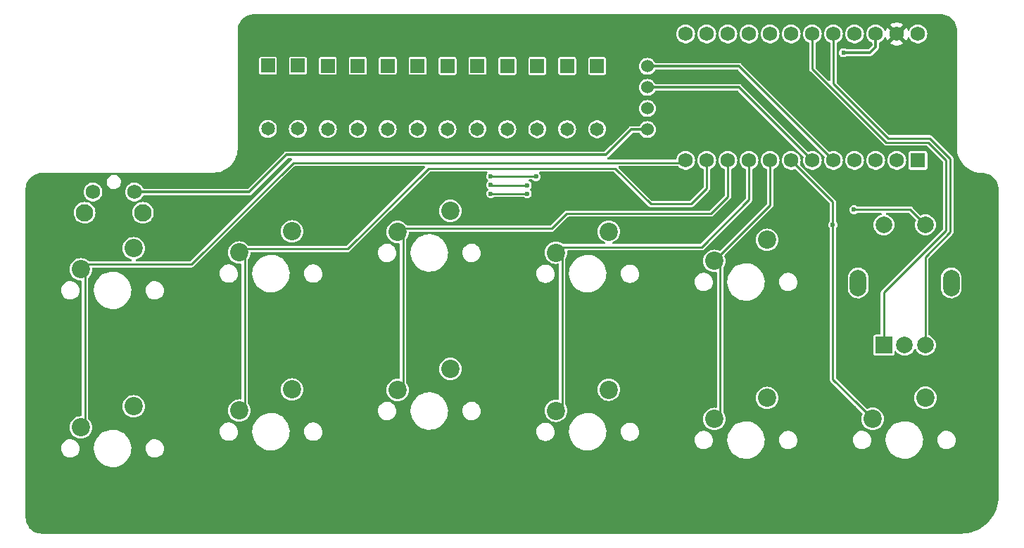
<source format=gbl>
G04 #@! TF.GenerationSoftware,KiCad,Pcbnew,7.0.9*
G04 #@! TF.CreationDate,2023-11-13T15:47:58+00:00*
G04 #@! TF.ProjectId,Nixie-12R-pcb,4e697869-652d-4313-9252-2d7063622e6b,rev?*
G04 #@! TF.SameCoordinates,Original*
G04 #@! TF.FileFunction,Copper,L2,Bot*
G04 #@! TF.FilePolarity,Positive*
%FSLAX46Y46*%
G04 Gerber Fmt 4.6, Leading zero omitted, Abs format (unit mm)*
G04 Created by KiCad (PCBNEW 7.0.9) date 2023-11-13 15:47:58*
%MOMM*%
%LPD*%
G01*
G04 APERTURE LIST*
G04 #@! TA.AperFunction,ComponentPad*
%ADD10C,1.651000*%
G04 #@! TD*
G04 #@! TA.AperFunction,ComponentPad*
%ADD11R,1.651000X1.651000*%
G04 #@! TD*
G04 #@! TA.AperFunction,ComponentPad*
%ADD12C,2.200000*%
G04 #@! TD*
G04 #@! TA.AperFunction,WasherPad*
%ADD13O,2.000000X3.200000*%
G04 #@! TD*
G04 #@! TA.AperFunction,ComponentPad*
%ADD14C,2.000000*%
G04 #@! TD*
G04 #@! TA.AperFunction,ComponentPad*
%ADD15R,2.000000X2.000000*%
G04 #@! TD*
G04 #@! TA.AperFunction,ComponentPad*
%ADD16C,2.100000*%
G04 #@! TD*
G04 #@! TA.AperFunction,ComponentPad*
%ADD17C,1.750000*%
G04 #@! TD*
G04 #@! TA.AperFunction,ComponentPad*
%ADD18C,1.524000*%
G04 #@! TD*
G04 #@! TA.AperFunction,ComponentPad*
%ADD19R,1.752600X1.752600*%
G04 #@! TD*
G04 #@! TA.AperFunction,ComponentPad*
%ADD20C,1.752600*%
G04 #@! TD*
G04 #@! TA.AperFunction,ViaPad*
%ADD21C,0.600000*%
G04 #@! TD*
G04 #@! TA.AperFunction,Conductor*
%ADD22C,0.250000*%
G04 #@! TD*
G04 #@! TA.AperFunction,Conductor*
%ADD23C,0.200000*%
G04 #@! TD*
G04 #@! TA.AperFunction,Conductor*
%ADD24C,0.000000*%
G04 #@! TD*
G04 #@! TA.AperFunction,Conductor*
%ADD25C,0.300000*%
G04 #@! TD*
G04 APERTURE END LIST*
D10*
X174100000Y-125465000D03*
D11*
X174100000Y-117845000D03*
D10*
X213700000Y-125505000D03*
D11*
X213700000Y-117885000D03*
D10*
X206500000Y-125505000D03*
D11*
X206500000Y-117885000D03*
D10*
X199300000Y-125485000D03*
D11*
X199300000Y-117865000D03*
D10*
X210100000Y-125495000D03*
D11*
X210100000Y-117875000D03*
D12*
X157950000Y-139845000D03*
X151600000Y-142385000D03*
D10*
X188500000Y-125475000D03*
D11*
X188500000Y-117855000D03*
D12*
X215100000Y-156885000D03*
X208750000Y-159425000D03*
D13*
X245100000Y-144025000D03*
X256300000Y-144025000D03*
D14*
X248200000Y-137025000D03*
D15*
X248200000Y-151525000D03*
D14*
X253200000Y-151525000D03*
X250700000Y-151525000D03*
X253200000Y-137025000D03*
D12*
X253200000Y-157875000D03*
X246850000Y-160415000D03*
D10*
X181300000Y-125475000D03*
D11*
X181300000Y-117855000D03*
D12*
X157950000Y-158895000D03*
X151600000Y-161435000D03*
X196050000Y-154385000D03*
X189700000Y-156925000D03*
X177000000Y-156875000D03*
X170650000Y-159415000D03*
X234150000Y-157885000D03*
X227800000Y-160425000D03*
D10*
X177700000Y-125465000D03*
D11*
X177700000Y-117845000D03*
D10*
X202900000Y-125495000D03*
D11*
X202900000Y-117875000D03*
D10*
X192100000Y-125485000D03*
D11*
X192100000Y-117865000D03*
D10*
X195700000Y-125495000D03*
D11*
X195700000Y-117875000D03*
D16*
X152050000Y-135565000D03*
D17*
X158050000Y-133075000D03*
D16*
X159060000Y-135565000D03*
D17*
X153050000Y-133075000D03*
D10*
X184900000Y-125485000D03*
D11*
X184900000Y-117865000D03*
D12*
X196050000Y-135335000D03*
X189700000Y-137875000D03*
X234150000Y-138835000D03*
X227800000Y-141375000D03*
X177000000Y-137825000D03*
X170650000Y-140365000D03*
X215100000Y-137835000D03*
X208750000Y-140375000D03*
D18*
X219750000Y-117925000D03*
X219750000Y-120465000D03*
X219750000Y-123005000D03*
X219750000Y-125545000D03*
D19*
X252300000Y-129265000D03*
D20*
X249760000Y-129265000D03*
X247220000Y-129265000D03*
X244680000Y-129265000D03*
X242140000Y-129265000D03*
X239600000Y-129265000D03*
X237060000Y-129265000D03*
X234520000Y-129265000D03*
X231980000Y-129265000D03*
X229440000Y-129265000D03*
X226900000Y-129265000D03*
X224360000Y-129265000D03*
X224360000Y-114025000D03*
X226900000Y-114025000D03*
X229440000Y-114025000D03*
X231980000Y-114025000D03*
X234520000Y-114025000D03*
X237060000Y-114025000D03*
X239600000Y-114025000D03*
X242140000Y-114025000D03*
X244680000Y-114025000D03*
X247220000Y-114025000D03*
X249760000Y-114025000D03*
X252300000Y-114025000D03*
D21*
X205275000Y-133275000D03*
X200900000Y-133275000D03*
X200900000Y-132225000D03*
X205275000Y-132275000D03*
X244600000Y-135200000D03*
X200900000Y-131175000D03*
X206350000Y-131225000D03*
X242050000Y-137025000D03*
X243350000Y-116275000D03*
D22*
X200900000Y-133275000D02*
X205275000Y-133275000D01*
X200950000Y-132275000D02*
X205275000Y-132275000D01*
D23*
X200900000Y-132225000D02*
X200950000Y-132275000D01*
X206300000Y-131175000D02*
X206350000Y-131225000D01*
D22*
X253200000Y-137025000D02*
X251375000Y-135200000D01*
X251375000Y-135200000D02*
X244600000Y-135200000D01*
X200900000Y-131175000D02*
X206300000Y-131175000D01*
D23*
X244600000Y-135200000D02*
X244600000Y-135225000D01*
D24*
X192100000Y-117865000D02*
X192115000Y-117865000D01*
D22*
X151600000Y-142385000D02*
X152100000Y-142885000D01*
X223793250Y-129545000D02*
X177130000Y-129545000D01*
X177130000Y-129545000D02*
X164900000Y-141775000D01*
X164900000Y-141775000D02*
X152210000Y-141775000D01*
X152100000Y-142885000D02*
X152100000Y-160935000D01*
X152100000Y-160935000D02*
X151600000Y-161435000D01*
X152210000Y-141775000D02*
X151600000Y-142385000D01*
X170650000Y-140365000D02*
X170960000Y-140365000D01*
X220150000Y-134525000D02*
X225000000Y-134525000D01*
X226900000Y-132625000D02*
X226900000Y-129265000D01*
X171300000Y-158765000D02*
X170650000Y-159415000D01*
X215850000Y-130225000D02*
X220150000Y-134525000D01*
X225000000Y-134525000D02*
X226900000Y-132625000D01*
X183700000Y-139925000D02*
X193400000Y-130225000D01*
X171300000Y-141015000D02*
X171300000Y-158765000D01*
X170960000Y-140365000D02*
X171400000Y-139925000D01*
X171400000Y-139925000D02*
X183700000Y-139925000D01*
X170650000Y-140365000D02*
X171300000Y-141015000D01*
X193400000Y-130225000D02*
X215850000Y-130225000D01*
X190350000Y-156275000D02*
X190350000Y-138525000D01*
X189700000Y-156375000D02*
X189700000Y-156925000D01*
X227400000Y-135675000D02*
X229440000Y-133635000D01*
X210050000Y-135675000D02*
X227400000Y-135675000D01*
X229440000Y-133635000D02*
X229440000Y-129265000D01*
X190350000Y-138525000D02*
X189700000Y-137875000D01*
X189700000Y-137875000D02*
X190175000Y-137400000D01*
X208250000Y-137475000D02*
X210050000Y-135675000D01*
X190100000Y-137475000D02*
X208250000Y-137475000D01*
X189700000Y-156925000D02*
X190350000Y-156275000D01*
X189700000Y-137875000D02*
X190100000Y-137475000D01*
X231980000Y-133995000D02*
X231980000Y-129265000D01*
X208750000Y-140375000D02*
X209500000Y-141125000D01*
X226275000Y-139700000D02*
X231980000Y-133995000D01*
X209400000Y-139700000D02*
X226275000Y-139700000D01*
X208750000Y-140375000D02*
X209400000Y-139725000D01*
X209500000Y-141125000D02*
X209500000Y-147975000D01*
X209500000Y-157575000D02*
X209500000Y-158675000D01*
X209500000Y-158675000D02*
X208750000Y-159425000D01*
X209400000Y-139725000D02*
X209400000Y-139700000D01*
X209500000Y-157575000D02*
X209500000Y-156475000D01*
X209500000Y-147975000D02*
X209500000Y-157575000D01*
X228500000Y-159725000D02*
X228500000Y-142075000D01*
X228500000Y-142075000D02*
X227800000Y-141375000D01*
X227800000Y-160425000D02*
X228500000Y-159725000D01*
X227800000Y-141375000D02*
X234520000Y-134655000D01*
X234520000Y-134655000D02*
X234520000Y-129265000D01*
X242050000Y-155625000D02*
X242050000Y-137025000D01*
X242050000Y-137025000D02*
X242050000Y-134255000D01*
X246850000Y-160415000D02*
X245060000Y-158625000D01*
X245060000Y-158625000D02*
X245050000Y-158625000D01*
X245050000Y-158625000D02*
X242050000Y-155625000D01*
X242050000Y-134255000D02*
X237060000Y-129265000D01*
X248475000Y-127100000D02*
X253525000Y-127100000D01*
X239600000Y-114025000D02*
X239600000Y-118225000D01*
X253525000Y-127100000D02*
X255700000Y-129275000D01*
X248200000Y-145175000D02*
X248200000Y-151525000D01*
X255700000Y-129275000D02*
X255700000Y-137675000D01*
X239600000Y-118225000D02*
X248475000Y-127100000D01*
X255700000Y-137675000D02*
X248200000Y-145175000D01*
X256200000Y-129067893D02*
X253732107Y-126600000D01*
X242140000Y-120035000D02*
X242140000Y-114025000D01*
X253200000Y-151525000D02*
X253200000Y-140882106D01*
X253732107Y-126600000D02*
X249100000Y-126600000D01*
X256200000Y-137882106D02*
X256200000Y-129067893D01*
X249100000Y-126600000D02*
X248682106Y-126600000D01*
X242140000Y-120035000D02*
X248705000Y-126600000D01*
X248705000Y-126600000D02*
X249100000Y-126600000D01*
X253200000Y-140882106D02*
X256200000Y-137882106D01*
D25*
X230800000Y-117925000D02*
X242140000Y-129265000D01*
X219750000Y-117925000D02*
X230800000Y-117925000D01*
X230800000Y-120465000D02*
X239600000Y-129265000D01*
X219750000Y-120465000D02*
X230800000Y-120465000D01*
X247220000Y-115580000D02*
X246525000Y-116275000D01*
X246525000Y-116275000D02*
X244800000Y-116275000D01*
X244800000Y-116275000D02*
X245875000Y-116275000D01*
X247220000Y-114025000D02*
X247220000Y-115580000D01*
X243350000Y-116275000D02*
X244800000Y-116275000D01*
X217805000Y-125545000D02*
X214750000Y-128600000D01*
X176325000Y-128600000D02*
X171850000Y-133075000D01*
X219750000Y-125545000D02*
X217805000Y-125545000D01*
X171850000Y-133075000D02*
X158050000Y-133075000D01*
X214750000Y-128600000D02*
X176325000Y-128600000D01*
G04 #@! TA.AperFunction,Conductor*
G36*
X254936223Y-111650880D02*
G01*
X254937026Y-111650875D01*
X254937029Y-111650876D01*
X255000894Y-111650502D01*
X255004909Y-111650611D01*
X255222167Y-111663631D01*
X255259000Y-111665839D01*
X255267076Y-111666857D01*
X255514952Y-111714850D01*
X255522798Y-111716911D01*
X255762249Y-111796963D01*
X255769776Y-111800043D01*
X255996673Y-111910772D01*
X256003730Y-111914811D01*
X256214162Y-112054311D01*
X256220633Y-112059242D01*
X256225670Y-112063631D01*
X256410967Y-112225101D01*
X256416746Y-112230847D01*
X256500226Y-112325527D01*
X256583711Y-112420213D01*
X256588683Y-112426661D01*
X256729396Y-112636264D01*
X256733484Y-112643313D01*
X256845524Y-112869542D01*
X256848653Y-112877064D01*
X256868934Y-112936572D01*
X256930091Y-113116023D01*
X256932208Y-113123893D01*
X256981637Y-113371459D01*
X256982704Y-113379539D01*
X256999406Y-113633493D01*
X256999540Y-113637563D01*
X256999540Y-113701420D01*
X256999500Y-127801554D01*
X256999565Y-127803404D01*
X256999587Y-127921532D01*
X257032541Y-128233941D01*
X257045465Y-128294516D01*
X257098090Y-128541170D01*
X257195510Y-128839828D01*
X257323721Y-129126606D01*
X257323724Y-129126612D01*
X257481316Y-129398358D01*
X257481329Y-129398377D01*
X257666548Y-129652073D01*
X257666567Y-129652097D01*
X257877381Y-129884959D01*
X257877384Y-129884962D01*
X257877389Y-129884967D01*
X258111492Y-130094446D01*
X258366280Y-130278209D01*
X258638941Y-130434227D01*
X258926466Y-130560777D01*
X259225682Y-130656464D01*
X259533285Y-130720230D01*
X259845880Y-130751373D01*
X259931609Y-130750891D01*
X259932918Y-130750884D01*
X259933146Y-130750898D01*
X259947774Y-130750812D01*
X260000938Y-130750503D01*
X260004960Y-130750612D01*
X260259037Y-130765843D01*
X260267109Y-130766862D01*
X260487587Y-130809553D01*
X260514957Y-130814853D01*
X260522838Y-130816924D01*
X260762273Y-130896973D01*
X260769808Y-130900056D01*
X260866766Y-130947375D01*
X260996680Y-131010778D01*
X261003753Y-131014825D01*
X261214169Y-131154318D01*
X261220650Y-131159256D01*
X261410985Y-131325119D01*
X261416748Y-131330848D01*
X261583719Y-131520225D01*
X261588688Y-131526668D01*
X261729402Y-131736273D01*
X261733490Y-131743322D01*
X261845530Y-131969552D01*
X261848658Y-131977073D01*
X261930093Y-132216034D01*
X261932208Y-132223896D01*
X261961121Y-132368708D01*
X261981237Y-132469462D01*
X261981637Y-132471462D01*
X261982704Y-132479541D01*
X261999447Y-132734100D01*
X261999581Y-132738170D01*
X261999581Y-132801420D01*
X261999500Y-169684107D01*
X261999500Y-169750000D01*
X261982496Y-170139453D01*
X261982024Y-170144844D01*
X261931496Y-170528640D01*
X261930556Y-170533969D01*
X261846768Y-170911914D01*
X261845368Y-170917141D01*
X261728961Y-171286336D01*
X261727110Y-171291421D01*
X261578967Y-171649072D01*
X261576680Y-171653976D01*
X261397934Y-171997342D01*
X261395228Y-172002028D01*
X261187227Y-172328526D01*
X261184123Y-172332959D01*
X260948463Y-172640077D01*
X260944984Y-172644222D01*
X260683456Y-172929630D01*
X260679630Y-172933456D01*
X260394222Y-173194984D01*
X260390077Y-173198463D01*
X260082959Y-173434123D01*
X260078526Y-173437227D01*
X259752028Y-173645228D01*
X259747342Y-173647934D01*
X259403976Y-173826680D01*
X259399072Y-173828967D01*
X259041421Y-173977110D01*
X259036336Y-173978961D01*
X258667141Y-174095368D01*
X258661914Y-174096768D01*
X258283969Y-174180556D01*
X258278640Y-174181496D01*
X257894844Y-174232024D01*
X257889453Y-174232496D01*
X257500000Y-174249500D01*
X257484189Y-174249500D01*
X147019844Y-174247359D01*
X147013751Y-174246978D01*
X146949132Y-174247355D01*
X146945061Y-174247245D01*
X146690995Y-174232019D01*
X146682910Y-174230999D01*
X146435059Y-174183012D01*
X146427178Y-174180941D01*
X146187741Y-174100895D01*
X146180199Y-174097810D01*
X145953320Y-173987090D01*
X145946247Y-173983043D01*
X145735823Y-173843551D01*
X145729341Y-173838612D01*
X145539011Y-173672759D01*
X145533232Y-173667014D01*
X145366262Y-173477647D01*
X145361285Y-173471194D01*
X145220567Y-173261590D01*
X145216479Y-173254541D01*
X145104433Y-173028311D01*
X145101308Y-173020801D01*
X145019856Y-172781810D01*
X145017748Y-172773976D01*
X144968308Y-172526380D01*
X144967243Y-172518324D01*
X144950532Y-172264354D01*
X144950399Y-172260290D01*
X144950408Y-165915668D01*
X144950411Y-163922401D01*
X149225746Y-163922401D01*
X149235745Y-164132327D01*
X149285296Y-164336578D01*
X149285298Y-164336582D01*
X149372598Y-164527743D01*
X149372601Y-164527748D01*
X149372602Y-164527750D01*
X149372604Y-164527753D01*
X149494514Y-164698952D01*
X149494515Y-164698953D01*
X149494520Y-164698959D01*
X149646620Y-164843985D01*
X149741578Y-164905011D01*
X149823428Y-164957613D01*
X150018543Y-165035725D01*
X150121729Y-165055612D01*
X150224914Y-165075500D01*
X150224915Y-165075500D01*
X150382419Y-165075500D01*
X150382425Y-165075500D01*
X150539218Y-165060528D01*
X150740875Y-165001316D01*
X150927682Y-164905011D01*
X150939563Y-164895668D01*
X151042701Y-164814558D01*
X151092886Y-164775092D01*
X151230519Y-164616256D01*
X151335604Y-164434244D01*
X151404344Y-164235633D01*
X151430980Y-164050373D01*
X153155723Y-164050373D01*
X153185881Y-164350160D01*
X153185882Y-164350162D01*
X153255728Y-164643252D01*
X153255733Y-164643266D01*
X153364020Y-164924427D01*
X153364024Y-164924436D01*
X153508825Y-165188665D01*
X153508829Y-165188671D01*
X153687551Y-165431234D01*
X153687554Y-165431238D01*
X153687561Y-165431245D01*
X153897019Y-165647823D01*
X154133478Y-165834553D01*
X154133480Y-165834554D01*
X154133485Y-165834558D01*
X154392730Y-165988109D01*
X154670128Y-166105736D01*
X154960729Y-166185340D01*
X155259347Y-166225500D01*
X155259351Y-166225500D01*
X155485252Y-166225500D01*
X155649164Y-166214526D01*
X155710634Y-166210412D01*
X156005903Y-166150396D01*
X156290537Y-166051560D01*
X156559459Y-165915668D01*
X156807869Y-165745144D01*
X157031333Y-165543032D01*
X157225865Y-165312939D01*
X157387993Y-165058970D01*
X157514823Y-164785658D01*
X157604093Y-164497879D01*
X157654209Y-164200770D01*
X157663516Y-163922401D01*
X159385746Y-163922401D01*
X159395745Y-164132327D01*
X159445296Y-164336578D01*
X159445298Y-164336582D01*
X159532598Y-164527743D01*
X159532601Y-164527748D01*
X159532602Y-164527750D01*
X159532604Y-164527753D01*
X159654514Y-164698952D01*
X159654515Y-164698953D01*
X159654520Y-164698959D01*
X159806620Y-164843985D01*
X159901578Y-164905011D01*
X159983428Y-164957613D01*
X160178543Y-165035725D01*
X160281729Y-165055612D01*
X160384914Y-165075500D01*
X160384915Y-165075500D01*
X160542419Y-165075500D01*
X160542425Y-165075500D01*
X160699218Y-165060528D01*
X160900875Y-165001316D01*
X161087682Y-164905011D01*
X161099563Y-164895668D01*
X161202701Y-164814558D01*
X161252886Y-164775092D01*
X161390519Y-164616256D01*
X161495604Y-164434244D01*
X161564344Y-164235633D01*
X161594254Y-164027602D01*
X161584254Y-163817670D01*
X161534704Y-163613424D01*
X161534701Y-163613417D01*
X161447401Y-163422256D01*
X161447398Y-163422251D01*
X161447397Y-163422250D01*
X161447396Y-163422247D01*
X161325486Y-163251048D01*
X161325484Y-163251046D01*
X161325479Y-163251040D01*
X161173379Y-163106014D01*
X160996574Y-162992388D01*
X160993896Y-162991316D01*
X160859748Y-162937611D01*
X160801455Y-162914274D01*
X160595086Y-162874500D01*
X160595085Y-162874500D01*
X160437575Y-162874500D01*
X160280782Y-162889472D01*
X160280778Y-162889473D01*
X160079127Y-162948683D01*
X159892313Y-163044991D01*
X159727116Y-163174905D01*
X159727112Y-163174909D01*
X159589478Y-163333746D01*
X159484398Y-163515750D01*
X159415656Y-163714365D01*
X159415656Y-163714367D01*
X159388152Y-163905668D01*
X159385746Y-163922401D01*
X157663516Y-163922401D01*
X157664277Y-163899631D01*
X157634118Y-163599838D01*
X157564269Y-163306739D01*
X157455977Y-163025566D01*
X157311175Y-162761335D01*
X157269201Y-162704368D01*
X157234623Y-162657438D01*
X157132446Y-162518762D01*
X156922980Y-162302176D01*
X156903424Y-162286733D01*
X156686521Y-162115446D01*
X156686517Y-162115443D01*
X156686515Y-162115442D01*
X156427270Y-161961891D01*
X156286976Y-161902401D01*
X168275746Y-161902401D01*
X168285745Y-162112327D01*
X168335296Y-162316578D01*
X168335298Y-162316582D01*
X168422598Y-162507743D01*
X168422601Y-162507748D01*
X168422602Y-162507750D01*
X168422604Y-162507753D01*
X168514684Y-162637061D01*
X168544515Y-162678953D01*
X168544520Y-162678959D01*
X168696620Y-162823985D01*
X168798765Y-162889630D01*
X168873428Y-162937613D01*
X169068543Y-163015725D01*
X169120428Y-163025725D01*
X169274914Y-163055500D01*
X169274915Y-163055500D01*
X169432419Y-163055500D01*
X169432425Y-163055500D01*
X169589218Y-163040528D01*
X169790875Y-162981316D01*
X169977682Y-162885011D01*
X169984525Y-162879630D01*
X170055282Y-162823985D01*
X170142886Y-162755092D01*
X170280519Y-162596256D01*
X170284225Y-162589838D01*
X170385601Y-162414249D01*
X170385600Y-162414249D01*
X170385604Y-162414244D01*
X170454344Y-162215633D01*
X170480980Y-162030373D01*
X172205723Y-162030373D01*
X172235881Y-162330160D01*
X172235882Y-162330162D01*
X172305728Y-162623252D01*
X172305733Y-162623266D01*
X172414020Y-162904427D01*
X172414024Y-162904436D01*
X172558825Y-163168665D01*
X172558829Y-163168671D01*
X172685183Y-163340160D01*
X172737554Y-163411238D01*
X172947020Y-163627824D01*
X172959682Y-163637823D01*
X173183478Y-163814553D01*
X173183480Y-163814554D01*
X173183485Y-163814558D01*
X173442730Y-163968109D01*
X173720128Y-164085736D01*
X174010729Y-164165340D01*
X174309347Y-164205500D01*
X174309351Y-164205500D01*
X174535252Y-164205500D01*
X174699164Y-164194526D01*
X174760634Y-164190412D01*
X175055903Y-164130396D01*
X175340537Y-164031560D01*
X175609459Y-163895668D01*
X175857869Y-163725144D01*
X176081333Y-163523032D01*
X176275865Y-163292939D01*
X176437993Y-163038970D01*
X176564823Y-162765658D01*
X176654093Y-162477879D01*
X176704209Y-162180770D01*
X176713516Y-161902401D01*
X178435746Y-161902401D01*
X178445745Y-162112327D01*
X178495296Y-162316578D01*
X178495298Y-162316582D01*
X178582598Y-162507743D01*
X178582601Y-162507748D01*
X178582602Y-162507750D01*
X178582604Y-162507753D01*
X178674684Y-162637061D01*
X178704515Y-162678953D01*
X178704520Y-162678959D01*
X178856620Y-162823985D01*
X178958765Y-162889630D01*
X179033428Y-162937613D01*
X179228543Y-163015725D01*
X179280428Y-163025725D01*
X179434914Y-163055500D01*
X179434915Y-163055500D01*
X179592419Y-163055500D01*
X179592425Y-163055500D01*
X179749218Y-163040528D01*
X179950875Y-162981316D01*
X180137682Y-162885011D01*
X180144525Y-162879630D01*
X180215282Y-162823985D01*
X180302886Y-162755092D01*
X180440519Y-162596256D01*
X180444225Y-162589838D01*
X180545601Y-162414249D01*
X180545600Y-162414249D01*
X180545604Y-162414244D01*
X180614344Y-162215633D01*
X180644254Y-162007602D01*
X180639719Y-161912401D01*
X206375746Y-161912401D01*
X206385745Y-162122327D01*
X206435296Y-162326578D01*
X206435298Y-162326582D01*
X206522598Y-162517743D01*
X206522601Y-162517748D01*
X206522602Y-162517750D01*
X206522604Y-162517753D01*
X206607563Y-162637061D01*
X206644515Y-162688953D01*
X206644520Y-162688959D01*
X206796620Y-162833985D01*
X206906244Y-162904436D01*
X206973428Y-162947613D01*
X207168543Y-163025725D01*
X207244523Y-163040369D01*
X207374914Y-163065500D01*
X207374915Y-163065500D01*
X207532419Y-163065500D01*
X207532425Y-163065500D01*
X207689218Y-163050528D01*
X207890875Y-162991316D01*
X208077682Y-162895011D01*
X208084525Y-162889630D01*
X208167998Y-162823985D01*
X208242886Y-162765092D01*
X208380519Y-162606256D01*
X208387930Y-162593421D01*
X208485601Y-162424249D01*
X208485600Y-162424249D01*
X208485604Y-162424244D01*
X208554344Y-162225633D01*
X208580980Y-162040373D01*
X210305723Y-162040373D01*
X210335881Y-162340160D01*
X210335882Y-162340162D01*
X210405728Y-162633252D01*
X210405733Y-162633266D01*
X210514020Y-162914427D01*
X210514024Y-162914436D01*
X210658825Y-163178665D01*
X210658829Y-163178671D01*
X210767808Y-163326578D01*
X210837554Y-163421238D01*
X211047020Y-163637824D01*
X211099110Y-163678959D01*
X211283478Y-163824553D01*
X211283480Y-163824554D01*
X211283485Y-163824558D01*
X211542730Y-163978109D01*
X211820128Y-164095736D01*
X212110729Y-164175340D01*
X212409347Y-164215500D01*
X212409351Y-164215500D01*
X212635252Y-164215500D01*
X212799164Y-164204526D01*
X212860634Y-164200412D01*
X213155903Y-164140396D01*
X213440537Y-164041560D01*
X213709459Y-163905668D01*
X213957869Y-163735144D01*
X214181333Y-163533032D01*
X214375865Y-163302939D01*
X214537993Y-163048970D01*
X214664823Y-162775658D01*
X214754093Y-162487879D01*
X214804209Y-162190770D01*
X214813516Y-161912401D01*
X216535746Y-161912401D01*
X216545745Y-162122327D01*
X216595296Y-162326578D01*
X216595298Y-162326582D01*
X216682598Y-162517743D01*
X216682601Y-162517748D01*
X216682602Y-162517750D01*
X216682604Y-162517753D01*
X216767563Y-162637061D01*
X216804515Y-162688953D01*
X216804520Y-162688959D01*
X216956620Y-162833985D01*
X217066244Y-162904436D01*
X217133428Y-162947613D01*
X217328543Y-163025725D01*
X217404523Y-163040369D01*
X217534914Y-163065500D01*
X217534915Y-163065500D01*
X217692419Y-163065500D01*
X217692425Y-163065500D01*
X217849218Y-163050528D01*
X218050875Y-162991316D01*
X218203950Y-162912401D01*
X225425746Y-162912401D01*
X225435745Y-163122327D01*
X225485296Y-163326578D01*
X225485298Y-163326582D01*
X225572598Y-163517743D01*
X225572601Y-163517748D01*
X225572602Y-163517750D01*
X225572604Y-163517753D01*
X225658106Y-163637824D01*
X225694515Y-163688953D01*
X225694520Y-163688959D01*
X225846620Y-163833985D01*
X225956244Y-163904436D01*
X226023428Y-163947613D01*
X226218543Y-164025725D01*
X226295338Y-164040526D01*
X226424914Y-164065500D01*
X226424915Y-164065500D01*
X226582419Y-164065500D01*
X226582425Y-164065500D01*
X226739218Y-164050528D01*
X226940875Y-163991316D01*
X227127682Y-163895011D01*
X227292886Y-163765092D01*
X227430519Y-163606256D01*
X227434225Y-163599838D01*
X227535601Y-163424249D01*
X227535600Y-163424249D01*
X227535604Y-163424244D01*
X227604344Y-163225633D01*
X227630980Y-163040373D01*
X229355723Y-163040373D01*
X229385881Y-163340160D01*
X229385882Y-163340162D01*
X229455728Y-163633252D01*
X229455733Y-163633266D01*
X229564020Y-163914427D01*
X229564024Y-163914436D01*
X229708825Y-164178665D01*
X229708829Y-164178671D01*
X229825176Y-164336578D01*
X229887554Y-164421238D01*
X230097020Y-164637824D01*
X230164390Y-164691026D01*
X230333478Y-164824553D01*
X230333480Y-164824554D01*
X230333485Y-164824558D01*
X230592730Y-164978109D01*
X230870128Y-165095736D01*
X231160729Y-165175340D01*
X231459347Y-165215500D01*
X231459351Y-165215500D01*
X231685252Y-165215500D01*
X231849164Y-165204526D01*
X231910634Y-165200412D01*
X232205903Y-165140396D01*
X232490537Y-165041560D01*
X232759459Y-164905668D01*
X233007869Y-164735144D01*
X233231333Y-164533032D01*
X233425865Y-164302939D01*
X233587993Y-164048970D01*
X233714823Y-163775658D01*
X233804093Y-163487879D01*
X233854209Y-163190770D01*
X233863516Y-162912401D01*
X235585746Y-162912401D01*
X235595745Y-163122327D01*
X235645296Y-163326578D01*
X235645298Y-163326582D01*
X235732598Y-163517743D01*
X235732601Y-163517748D01*
X235732602Y-163517750D01*
X235732604Y-163517753D01*
X235818106Y-163637824D01*
X235854515Y-163688953D01*
X235854520Y-163688959D01*
X236006620Y-163833985D01*
X236116244Y-163904436D01*
X236183428Y-163947613D01*
X236378543Y-164025725D01*
X236455338Y-164040526D01*
X236584914Y-164065500D01*
X236584915Y-164065500D01*
X236742419Y-164065500D01*
X236742425Y-164065500D01*
X236899218Y-164050528D01*
X237100875Y-163991316D01*
X237287682Y-163895011D01*
X237452886Y-163765092D01*
X237590519Y-163606256D01*
X237594225Y-163599838D01*
X237695601Y-163424249D01*
X237695600Y-163424249D01*
X237695604Y-163424244D01*
X237764344Y-163225633D01*
X237794254Y-163017602D01*
X237788766Y-162902401D01*
X244475746Y-162902401D01*
X244485745Y-163112327D01*
X244535296Y-163316578D01*
X244535298Y-163316582D01*
X244622598Y-163507743D01*
X244622601Y-163507748D01*
X244622602Y-163507750D01*
X244622604Y-163507753D01*
X244715227Y-163637824D01*
X244744515Y-163678953D01*
X244744520Y-163678959D01*
X244896620Y-163823985D01*
X244991578Y-163885011D01*
X245073428Y-163937613D01*
X245268543Y-164015725D01*
X245320428Y-164025725D01*
X245474914Y-164055500D01*
X245474915Y-164055500D01*
X245632419Y-164055500D01*
X245632425Y-164055500D01*
X245789218Y-164040528D01*
X245990875Y-163981316D01*
X246177682Y-163885011D01*
X246342886Y-163755092D01*
X246480519Y-163596256D01*
X246585604Y-163414244D01*
X246654344Y-163215633D01*
X246680980Y-163030373D01*
X248405723Y-163030373D01*
X248435881Y-163330160D01*
X248435882Y-163330162D01*
X248505728Y-163623252D01*
X248505730Y-163623259D01*
X248505731Y-163623261D01*
X248511340Y-163637824D01*
X248614020Y-163904427D01*
X248614024Y-163904436D01*
X248758825Y-164168665D01*
X248758829Y-164168671D01*
X248882544Y-164336578D01*
X248937554Y-164411238D01*
X248947225Y-164421238D01*
X249147019Y-164627823D01*
X249383478Y-164814553D01*
X249383480Y-164814554D01*
X249383485Y-164814558D01*
X249642730Y-164968109D01*
X249920128Y-165085736D01*
X250210729Y-165165340D01*
X250509347Y-165205500D01*
X250509351Y-165205500D01*
X250735252Y-165205500D01*
X250899164Y-165194526D01*
X250960634Y-165190412D01*
X251255903Y-165130396D01*
X251540537Y-165031560D01*
X251809459Y-164895668D01*
X252057869Y-164725144D01*
X252281333Y-164523032D01*
X252475865Y-164292939D01*
X252637993Y-164038970D01*
X252764823Y-163765658D01*
X252854093Y-163477879D01*
X252904209Y-163180770D01*
X252913516Y-162902401D01*
X254635746Y-162902401D01*
X254645745Y-163112327D01*
X254695296Y-163316578D01*
X254695298Y-163316582D01*
X254782598Y-163507743D01*
X254782601Y-163507748D01*
X254782602Y-163507750D01*
X254782604Y-163507753D01*
X254875227Y-163637824D01*
X254904515Y-163678953D01*
X254904520Y-163678959D01*
X255056620Y-163823985D01*
X255151578Y-163885011D01*
X255233428Y-163937613D01*
X255428543Y-164015725D01*
X255480428Y-164025725D01*
X255634914Y-164055500D01*
X255634915Y-164055500D01*
X255792419Y-164055500D01*
X255792425Y-164055500D01*
X255949218Y-164040528D01*
X256150875Y-163981316D01*
X256337682Y-163885011D01*
X256502886Y-163755092D01*
X256640519Y-163596256D01*
X256745604Y-163414244D01*
X256814344Y-163215633D01*
X256844254Y-163007602D01*
X256834254Y-162797670D01*
X256784704Y-162593424D01*
X256783067Y-162589839D01*
X256697401Y-162402256D01*
X256697398Y-162402251D01*
X256697397Y-162402250D01*
X256697396Y-162402247D01*
X256575486Y-162231048D01*
X256575484Y-162231046D01*
X256575479Y-162231040D01*
X256423379Y-162086014D01*
X256246574Y-161972388D01*
X256220356Y-161961892D01*
X256076436Y-161904275D01*
X256051455Y-161894274D01*
X255845086Y-161854500D01*
X255845085Y-161854500D01*
X255687575Y-161854500D01*
X255530782Y-161869472D01*
X255530778Y-161869473D01*
X255329127Y-161928683D01*
X255142313Y-162024991D01*
X254977116Y-162154905D01*
X254977112Y-162154909D01*
X254839478Y-162313746D01*
X254734398Y-162495750D01*
X254665656Y-162694365D01*
X254665656Y-162694367D01*
X254637381Y-162891032D01*
X254635746Y-162902401D01*
X252913516Y-162902401D01*
X252914277Y-162879631D01*
X252884118Y-162579838D01*
X252814269Y-162286739D01*
X252705977Y-162005566D01*
X252561175Y-161741335D01*
X252529909Y-161698901D01*
X252476977Y-161627061D01*
X252382446Y-161498762D01*
X252172980Y-161282176D01*
X252120889Y-161241040D01*
X251936521Y-161095446D01*
X251936517Y-161095443D01*
X251936515Y-161095442D01*
X251677270Y-160941891D01*
X251399872Y-160824264D01*
X251399863Y-160824261D01*
X251109272Y-160744660D01*
X250997200Y-160729588D01*
X250810653Y-160704500D01*
X250584756Y-160704500D01*
X250584748Y-160704500D01*
X250359368Y-160719587D01*
X250359359Y-160719589D01*
X250064094Y-160779604D01*
X249779464Y-160878439D01*
X249779459Y-160878441D01*
X249510546Y-161014328D01*
X249262125Y-161184860D01*
X249038665Y-161386969D01*
X248844132Y-161617064D01*
X248682006Y-161871030D01*
X248682005Y-161871032D01*
X248555181Y-162144333D01*
X248555177Y-162144342D01*
X248548797Y-162164909D01*
X248465907Y-162432118D01*
X248436065Y-162609035D01*
X248415791Y-162729230D01*
X248405884Y-163025572D01*
X248405723Y-163030373D01*
X246680980Y-163030373D01*
X246684254Y-163007602D01*
X246674254Y-162797670D01*
X246624704Y-162593424D01*
X246623067Y-162589839D01*
X246537401Y-162402256D01*
X246537398Y-162402251D01*
X246537397Y-162402250D01*
X246537396Y-162402247D01*
X246415486Y-162231048D01*
X246415484Y-162231046D01*
X246415479Y-162231040D01*
X246263379Y-162086014D01*
X246086574Y-161972388D01*
X246060356Y-161961892D01*
X245916436Y-161904275D01*
X245891455Y-161894274D01*
X245685086Y-161854500D01*
X245685085Y-161854500D01*
X245527575Y-161854500D01*
X245370782Y-161869472D01*
X245370778Y-161869473D01*
X245169127Y-161928683D01*
X244982313Y-162024991D01*
X244817116Y-162154905D01*
X244817112Y-162154909D01*
X244679478Y-162313746D01*
X244574398Y-162495750D01*
X244505656Y-162694365D01*
X244505656Y-162694367D01*
X244477381Y-162891032D01*
X244475746Y-162902401D01*
X237788766Y-162902401D01*
X237784254Y-162807670D01*
X237734704Y-162603424D01*
X237734701Y-162603417D01*
X237647401Y-162412256D01*
X237647398Y-162412251D01*
X237647397Y-162412250D01*
X237647396Y-162412247D01*
X237525486Y-162241048D01*
X237525484Y-162241046D01*
X237525479Y-162241040D01*
X237373379Y-162096014D01*
X237196574Y-161982388D01*
X237171595Y-161972388D01*
X237062428Y-161928684D01*
X237001455Y-161904274D01*
X236795086Y-161864500D01*
X236795085Y-161864500D01*
X236637575Y-161864500D01*
X236480782Y-161879472D01*
X236480778Y-161879473D01*
X236279127Y-161938683D01*
X236092313Y-162034991D01*
X235927116Y-162164905D01*
X235927112Y-162164909D01*
X235789478Y-162323746D01*
X235684398Y-162505750D01*
X235615656Y-162704365D01*
X235615656Y-162704367D01*
X235587184Y-162902401D01*
X235585746Y-162912401D01*
X233863516Y-162912401D01*
X233864277Y-162889631D01*
X233834118Y-162589838D01*
X233768322Y-162313746D01*
X233764271Y-162296747D01*
X233764270Y-162296746D01*
X233764269Y-162296739D01*
X233655977Y-162015566D01*
X233511175Y-161751335D01*
X233502520Y-161739589D01*
X233429434Y-161640395D01*
X233332446Y-161508762D01*
X233122980Y-161292176D01*
X233058233Y-161241046D01*
X232886521Y-161105446D01*
X232886517Y-161105443D01*
X232886515Y-161105442D01*
X232627270Y-160951891D01*
X232349872Y-160834264D01*
X232349863Y-160834261D01*
X232059272Y-160754660D01*
X231960190Y-160741335D01*
X231760653Y-160714500D01*
X231534756Y-160714500D01*
X231534748Y-160714500D01*
X231309368Y-160729587D01*
X231309359Y-160729589D01*
X231014094Y-160789604D01*
X230729464Y-160888439D01*
X230729459Y-160888441D01*
X230460546Y-161024328D01*
X230212125Y-161194860D01*
X229988665Y-161396969D01*
X229794132Y-161627064D01*
X229632006Y-161881030D01*
X229632005Y-161881032D01*
X229505181Y-162154333D01*
X229505177Y-162154342D01*
X229501899Y-162164909D01*
X229415907Y-162442118D01*
X229370906Y-162708905D01*
X229365791Y-162739230D01*
X229359159Y-162937613D01*
X229355723Y-163040373D01*
X227630980Y-163040373D01*
X227634254Y-163017602D01*
X227624254Y-162807670D01*
X227574704Y-162603424D01*
X227574701Y-162603417D01*
X227487401Y-162412256D01*
X227487398Y-162412251D01*
X227487397Y-162412250D01*
X227487396Y-162412247D01*
X227365486Y-162241048D01*
X227365484Y-162241046D01*
X227365479Y-162241040D01*
X227213379Y-162096014D01*
X227036574Y-161982388D01*
X227011595Y-161972388D01*
X226902428Y-161928684D01*
X226841455Y-161904274D01*
X226635086Y-161864500D01*
X226635085Y-161864500D01*
X226477575Y-161864500D01*
X226320782Y-161879472D01*
X226320778Y-161879473D01*
X226119127Y-161938683D01*
X225932313Y-162034991D01*
X225767116Y-162164905D01*
X225767112Y-162164909D01*
X225629478Y-162323746D01*
X225524398Y-162505750D01*
X225455656Y-162704365D01*
X225455656Y-162704367D01*
X225427184Y-162902401D01*
X225425746Y-162912401D01*
X218203950Y-162912401D01*
X218237682Y-162895011D01*
X218244525Y-162889630D01*
X218327998Y-162823985D01*
X218402886Y-162765092D01*
X218540519Y-162606256D01*
X218547930Y-162593421D01*
X218645601Y-162424249D01*
X218645600Y-162424249D01*
X218645604Y-162424244D01*
X218714344Y-162225633D01*
X218744254Y-162017602D01*
X218734254Y-161807670D01*
X218684704Y-161603424D01*
X218678500Y-161589839D01*
X218597401Y-161412256D01*
X218597398Y-161412251D01*
X218597397Y-161412250D01*
X218597396Y-161412247D01*
X218475486Y-161241048D01*
X218475484Y-161241046D01*
X218475479Y-161241040D01*
X218323379Y-161096014D01*
X218146574Y-160982388D01*
X218121595Y-160972388D01*
X218012428Y-160928684D01*
X217951455Y-160904274D01*
X217745086Y-160864500D01*
X217745085Y-160864500D01*
X217587575Y-160864500D01*
X217439244Y-160878664D01*
X217430782Y-160879472D01*
X217430778Y-160879473D01*
X217229127Y-160938683D01*
X217042313Y-161034991D01*
X216877116Y-161164905D01*
X216877112Y-161164909D01*
X216739478Y-161323746D01*
X216634398Y-161505750D01*
X216565656Y-161704365D01*
X216565656Y-161704367D01*
X216537184Y-161902401D01*
X216535746Y-161912401D01*
X214813516Y-161912401D01*
X214814277Y-161889631D01*
X214784118Y-161589838D01*
X214718322Y-161313746D01*
X214714271Y-161296747D01*
X214714270Y-161296746D01*
X214714269Y-161296739D01*
X214605977Y-161015566D01*
X214461175Y-160751335D01*
X214445152Y-160729589D01*
X214384623Y-160647438D01*
X214282446Y-160508762D01*
X214201438Y-160425000D01*
X226444341Y-160425000D01*
X226464936Y-160660403D01*
X226464938Y-160660413D01*
X226526094Y-160888655D01*
X226526096Y-160888659D01*
X226526097Y-160888663D01*
X226569802Y-160982388D01*
X226625965Y-161102830D01*
X226625967Y-161102834D01*
X226693721Y-161199596D01*
X226761505Y-161296401D01*
X226928599Y-161463495D01*
X226993247Y-161508762D01*
X227122165Y-161599032D01*
X227122167Y-161599033D01*
X227122170Y-161599035D01*
X227336337Y-161698903D01*
X227336343Y-161698904D01*
X227336344Y-161698905D01*
X227356729Y-161704367D01*
X227564592Y-161760063D01*
X227752918Y-161776539D01*
X227799999Y-161780659D01*
X227800000Y-161780659D01*
X227800001Y-161780659D01*
X227839234Y-161777226D01*
X228035408Y-161760063D01*
X228263663Y-161698903D01*
X228477830Y-161599035D01*
X228671401Y-161463495D01*
X228838495Y-161296401D01*
X228974035Y-161102830D01*
X229073903Y-160888663D01*
X229135063Y-160660408D01*
X229155659Y-160425000D01*
X229135063Y-160189592D01*
X229073903Y-159961337D01*
X228974035Y-159747171D01*
X228897923Y-159638471D01*
X228875597Y-159572266D01*
X228875500Y-159567350D01*
X228875500Y-157885000D01*
X232794341Y-157885000D01*
X232814936Y-158120403D01*
X232814938Y-158120413D01*
X232876094Y-158348655D01*
X232876096Y-158348659D01*
X232876097Y-158348663D01*
X232966997Y-158543599D01*
X232975965Y-158562830D01*
X232975967Y-158562834D01*
X233056973Y-158678521D01*
X233111505Y-158756401D01*
X233278599Y-158923495D01*
X233332640Y-158961335D01*
X233472165Y-159059032D01*
X233472167Y-159059033D01*
X233472170Y-159059035D01*
X233686337Y-159158903D01*
X233914592Y-159220063D01*
X234102918Y-159236539D01*
X234149999Y-159240659D01*
X234150000Y-159240659D01*
X234150001Y-159240659D01*
X234189234Y-159237226D01*
X234385408Y-159220063D01*
X234613663Y-159158903D01*
X234827830Y-159059035D01*
X235021401Y-158923495D01*
X235188495Y-158756401D01*
X235324035Y-158562830D01*
X235423903Y-158348663D01*
X235485063Y-158120408D01*
X235505659Y-157885000D01*
X235485063Y-157649592D01*
X235423903Y-157421337D01*
X235324035Y-157207171D01*
X235291292Y-157160408D01*
X235188494Y-157013597D01*
X235021402Y-156846506D01*
X235021395Y-156846501D01*
X235007119Y-156836505D01*
X234982521Y-156819281D01*
X234827834Y-156710967D01*
X234827830Y-156710965D01*
X234782004Y-156689596D01*
X234613663Y-156611097D01*
X234613659Y-156611096D01*
X234613655Y-156611094D01*
X234385413Y-156549938D01*
X234385403Y-156549936D01*
X234150001Y-156529341D01*
X234149999Y-156529341D01*
X233914596Y-156549936D01*
X233914586Y-156549938D01*
X233686344Y-156611094D01*
X233686335Y-156611098D01*
X233472171Y-156710964D01*
X233472169Y-156710965D01*
X233278597Y-156846505D01*
X233111505Y-157013597D01*
X232975965Y-157207169D01*
X232975964Y-157207171D01*
X232876098Y-157421335D01*
X232876094Y-157421344D01*
X232814938Y-157649586D01*
X232814936Y-157649596D01*
X232794341Y-157884999D01*
X232794341Y-157885000D01*
X228875500Y-157885000D01*
X228875500Y-143990373D01*
X229355723Y-143990373D01*
X229385881Y-144290160D01*
X229385882Y-144290162D01*
X229455728Y-144583252D01*
X229455733Y-144583266D01*
X229564020Y-144864427D01*
X229564024Y-144864436D01*
X229708825Y-145128665D01*
X229708829Y-145128671D01*
X229825176Y-145286578D01*
X229887554Y-145371238D01*
X230097020Y-145587824D01*
X230120837Y-145606632D01*
X230333478Y-145774553D01*
X230333480Y-145774554D01*
X230333485Y-145774558D01*
X230592730Y-145928109D01*
X230870128Y-146045736D01*
X231160729Y-146125340D01*
X231459347Y-146165500D01*
X231459351Y-146165500D01*
X231685252Y-146165500D01*
X231849164Y-146154526D01*
X231910634Y-146150412D01*
X232205903Y-146090396D01*
X232490537Y-145991560D01*
X232759459Y-145855668D01*
X233007869Y-145685144D01*
X233231333Y-145483032D01*
X233425865Y-145252939D01*
X233587993Y-144998970D01*
X233714823Y-144725658D01*
X233804093Y-144437879D01*
X233854209Y-144140770D01*
X233863516Y-143862401D01*
X235585746Y-143862401D01*
X235595745Y-144072327D01*
X235645296Y-144276578D01*
X235645298Y-144276582D01*
X235732598Y-144467743D01*
X235732601Y-144467748D01*
X235732602Y-144467750D01*
X235732604Y-144467753D01*
X235818106Y-144587824D01*
X235854515Y-144638953D01*
X235854520Y-144638959D01*
X236006620Y-144783985D01*
X236108765Y-144849630D01*
X236183428Y-144897613D01*
X236378543Y-144975725D01*
X236460692Y-144991558D01*
X236584914Y-145015500D01*
X236584915Y-145015500D01*
X236742419Y-145015500D01*
X236742425Y-145015500D01*
X236899218Y-145000528D01*
X237100875Y-144941316D01*
X237287682Y-144845011D01*
X237452886Y-144715092D01*
X237590519Y-144556256D01*
X237594225Y-144549838D01*
X237695601Y-144374249D01*
X237695600Y-144374249D01*
X237695604Y-144374244D01*
X237764344Y-144175633D01*
X237794254Y-143967602D01*
X237784254Y-143757670D01*
X237734704Y-143553424D01*
X237734701Y-143553417D01*
X237647401Y-143362256D01*
X237647398Y-143362251D01*
X237647397Y-143362250D01*
X237647396Y-143362247D01*
X237525486Y-143191048D01*
X237525484Y-143191046D01*
X237525479Y-143191040D01*
X237373379Y-143046014D01*
X237196574Y-142932388D01*
X237001455Y-142854274D01*
X236795086Y-142814500D01*
X236795085Y-142814500D01*
X236637575Y-142814500D01*
X236480782Y-142829472D01*
X236480778Y-142829473D01*
X236279127Y-142888683D01*
X236092313Y-142984991D01*
X235927116Y-143114905D01*
X235927112Y-143114909D01*
X235789478Y-143273746D01*
X235684398Y-143455750D01*
X235615656Y-143654365D01*
X235615656Y-143654367D01*
X235588247Y-143845008D01*
X235585746Y-143862401D01*
X233863516Y-143862401D01*
X233864277Y-143839631D01*
X233834118Y-143539838D01*
X233764269Y-143246739D01*
X233655977Y-142965566D01*
X233511175Y-142701335D01*
X233502520Y-142689589D01*
X233429434Y-142590395D01*
X233332446Y-142458762D01*
X233122980Y-142242176D01*
X233090856Y-142216808D01*
X232886521Y-142055446D01*
X232886517Y-142055443D01*
X232886515Y-142055442D01*
X232627270Y-141901891D01*
X232349872Y-141784264D01*
X232349863Y-141784261D01*
X232059272Y-141704660D01*
X231960190Y-141691335D01*
X231760653Y-141664500D01*
X231534756Y-141664500D01*
X231534748Y-141664500D01*
X231309368Y-141679587D01*
X231309359Y-141679589D01*
X231014094Y-141739604D01*
X230729464Y-141838439D01*
X230729459Y-141838441D01*
X230460546Y-141974328D01*
X230212125Y-142144860D01*
X229988665Y-142346969D01*
X229794132Y-142577064D01*
X229632006Y-142831030D01*
X229632005Y-142831032D01*
X229520032Y-143072330D01*
X229505177Y-143104342D01*
X229501899Y-143114909D01*
X229415907Y-143392118D01*
X229370906Y-143658905D01*
X229365791Y-143689230D01*
X229359159Y-143887613D01*
X229355723Y-143990373D01*
X228875500Y-143990373D01*
X228875500Y-142232649D01*
X228895185Y-142165610D01*
X228897910Y-142161546D01*
X228974035Y-142052830D01*
X229073903Y-141838663D01*
X229135063Y-141610408D01*
X229155659Y-141375000D01*
X229135063Y-141139592D01*
X229073903Y-140911337D01*
X229021804Y-140799613D01*
X229011313Y-140730538D01*
X229039832Y-140666754D01*
X229046493Y-140659542D01*
X230871035Y-138835000D01*
X232794341Y-138835000D01*
X232814936Y-139070403D01*
X232814938Y-139070413D01*
X232876094Y-139298655D01*
X232876096Y-139298659D01*
X232876097Y-139298663D01*
X232971660Y-139503597D01*
X232975965Y-139512830D01*
X232975967Y-139512834D01*
X233084281Y-139667521D01*
X233111505Y-139706401D01*
X233278599Y-139873495D01*
X233332640Y-139911335D01*
X233472165Y-140009032D01*
X233472167Y-140009033D01*
X233472170Y-140009035D01*
X233686337Y-140108903D01*
X233914592Y-140170063D01*
X234085639Y-140185028D01*
X234149999Y-140190659D01*
X234150000Y-140190659D01*
X234150001Y-140190659D01*
X234214361Y-140185028D01*
X234385408Y-140170063D01*
X234613663Y-140108903D01*
X234827830Y-140009035D01*
X235021401Y-139873495D01*
X235188495Y-139706401D01*
X235324035Y-139512830D01*
X235423903Y-139298663D01*
X235485063Y-139070408D01*
X235505659Y-138835000D01*
X235485063Y-138599592D01*
X235423903Y-138371337D01*
X235324035Y-138157171D01*
X235305808Y-138131139D01*
X235188494Y-137963597D01*
X235021402Y-137796506D01*
X235021395Y-137796501D01*
X234827834Y-137660967D01*
X234827830Y-137660965D01*
X234782004Y-137639596D01*
X234613663Y-137561097D01*
X234613659Y-137561096D01*
X234613655Y-137561094D01*
X234385413Y-137499938D01*
X234385403Y-137499936D01*
X234150001Y-137479341D01*
X234149999Y-137479341D01*
X233914596Y-137499936D01*
X233914586Y-137499938D01*
X233686344Y-137561094D01*
X233686335Y-137561098D01*
X233472171Y-137660964D01*
X233472169Y-137660965D01*
X233278597Y-137796505D01*
X233111505Y-137963597D01*
X232975965Y-138157169D01*
X232975964Y-138157171D01*
X232876098Y-138371335D01*
X232876094Y-138371344D01*
X232814938Y-138599586D01*
X232814936Y-138599596D01*
X232794341Y-138834999D01*
X232794341Y-138835000D01*
X230871035Y-138835000D01*
X234748889Y-134957146D01*
X234768746Y-134941022D01*
X234777836Y-134935084D01*
X234799638Y-134907071D01*
X234804733Y-134901303D01*
X234807519Y-134898518D01*
X234808848Y-134896657D01*
X234821086Y-134879516D01*
X234854807Y-134836192D01*
X234858547Y-134829280D01*
X234862003Y-134822207D01*
X234862010Y-134822199D01*
X234877670Y-134769596D01*
X234895500Y-134717660D01*
X234895500Y-134717655D01*
X234896790Y-134709924D01*
X234897768Y-134702085D01*
X234895500Y-134647244D01*
X234895500Y-130412872D01*
X234915185Y-130345833D01*
X234967989Y-130300078D01*
X234974700Y-130297248D01*
X235024410Y-130277991D01*
X235201958Y-130168058D01*
X235356282Y-130027372D01*
X235482129Y-129860725D01*
X235575211Y-129673791D01*
X235632359Y-129472936D01*
X235651627Y-129265000D01*
X235928373Y-129265000D01*
X235947640Y-129472931D01*
X235947640Y-129472933D01*
X235947641Y-129472936D01*
X235951763Y-129487423D01*
X236004790Y-129673794D01*
X236097871Y-129860725D01*
X236176594Y-129964971D01*
X236223718Y-130027372D01*
X236378042Y-130168058D01*
X236378044Y-130168059D01*
X236378045Y-130168060D01*
X236555586Y-130277989D01*
X236555592Y-130277992D01*
X236596844Y-130293972D01*
X236750316Y-130353428D01*
X236955587Y-130391800D01*
X236955589Y-130391800D01*
X237164411Y-130391800D01*
X237164413Y-130391800D01*
X237369684Y-130353428D01*
X237472884Y-130313447D01*
X237542506Y-130307586D01*
X237604246Y-130340296D01*
X237605357Y-130341394D01*
X241638181Y-134374218D01*
X241671666Y-134435541D01*
X241674500Y-134461899D01*
X241674500Y-136567974D01*
X241654815Y-136635013D01*
X241648882Y-136643452D01*
X241628463Y-136670063D01*
X241569137Y-136747377D01*
X241513671Y-136881287D01*
X241513670Y-136881291D01*
X241497568Y-137003599D01*
X241494750Y-137025000D01*
X241510834Y-137147171D01*
X241513670Y-137168708D01*
X241513671Y-137168712D01*
X241569137Y-137302622D01*
X241569138Y-137302624D01*
X241569139Y-137302625D01*
X241648876Y-137406540D01*
X241674070Y-137471709D01*
X241674500Y-137482026D01*
X241674500Y-155573196D01*
X241671862Y-155598634D01*
X241669633Y-155609268D01*
X241669633Y-155609269D01*
X241669633Y-155609271D01*
X241674023Y-155644491D01*
X241674500Y-155652167D01*
X241674500Y-155656116D01*
X241678342Y-155679141D01*
X241685134Y-155733627D01*
X241687373Y-155741147D01*
X241689934Y-155748608D01*
X241689935Y-155748610D01*
X241716055Y-155796877D01*
X241740174Y-155846211D01*
X241744742Y-155852609D01*
X241749582Y-155858827D01*
X241789971Y-155896009D01*
X244747849Y-158853886D01*
X244763977Y-158873745D01*
X244769916Y-158882836D01*
X244785544Y-158895000D01*
X244797929Y-158904639D01*
X244803691Y-158909728D01*
X244806483Y-158912520D01*
X244821859Y-158923498D01*
X244825485Y-158926087D01*
X244843036Y-158939747D01*
X244848794Y-158944831D01*
X245262618Y-159358655D01*
X245603492Y-159699529D01*
X245636977Y-159760852D01*
X245631993Y-159830544D01*
X245628194Y-159839614D01*
X245576096Y-159951339D01*
X245576094Y-159951344D01*
X245514938Y-160179586D01*
X245514936Y-160179596D01*
X245494341Y-160414999D01*
X245494341Y-160415000D01*
X245514936Y-160650403D01*
X245514938Y-160650413D01*
X245576094Y-160878655D01*
X245576096Y-160878659D01*
X245576097Y-160878663D01*
X245624465Y-160982388D01*
X245675965Y-161092830D01*
X245675967Y-161092834D01*
X245750723Y-161199596D01*
X245811505Y-161286401D01*
X245978599Y-161453495D01*
X246057533Y-161508765D01*
X246172165Y-161589032D01*
X246172167Y-161589033D01*
X246172170Y-161589035D01*
X246386337Y-161688903D01*
X246386343Y-161688904D01*
X246386344Y-161688905D01*
X246406729Y-161694367D01*
X246614592Y-161750063D01*
X246781433Y-161764660D01*
X246849999Y-161770659D01*
X246850000Y-161770659D01*
X246850001Y-161770659D01*
X246918567Y-161764660D01*
X247085408Y-161750063D01*
X247313663Y-161688903D01*
X247527830Y-161589035D01*
X247721401Y-161453495D01*
X247888495Y-161286401D01*
X248024035Y-161092830D01*
X248123903Y-160878663D01*
X248185063Y-160650408D01*
X248205659Y-160415000D01*
X248205609Y-160414434D01*
X248194038Y-160282176D01*
X248185063Y-160179592D01*
X248126584Y-159961344D01*
X248123905Y-159951344D01*
X248123904Y-159951343D01*
X248123903Y-159951337D01*
X248024035Y-159737171D01*
X248018726Y-159729588D01*
X247888494Y-159543597D01*
X247721402Y-159376506D01*
X247721395Y-159376501D01*
X247695908Y-159358655D01*
X247682521Y-159349281D01*
X247527834Y-159240967D01*
X247527830Y-159240965D01*
X247504075Y-159229888D01*
X247313663Y-159141097D01*
X247313659Y-159141096D01*
X247313655Y-159141094D01*
X247085413Y-159079938D01*
X247085403Y-159079936D01*
X246850001Y-159059341D01*
X246849999Y-159059341D01*
X246614596Y-159079936D01*
X246614586Y-159079938D01*
X246386344Y-159141094D01*
X246386339Y-159141096D01*
X246274614Y-159193194D01*
X246205536Y-159203685D01*
X246141753Y-159175165D01*
X246134529Y-159168492D01*
X245762784Y-158796747D01*
X245362149Y-158396111D01*
X245346022Y-158376252D01*
X245340086Y-158367167D01*
X245340083Y-158367163D01*
X245312074Y-158345363D01*
X245306310Y-158340272D01*
X245303515Y-158337477D01*
X245284505Y-158323906D01*
X245266959Y-158310249D01*
X245261203Y-158305166D01*
X244831037Y-157875000D01*
X251844341Y-157875000D01*
X251864936Y-158110403D01*
X251864938Y-158110413D01*
X251926094Y-158338655D01*
X251926096Y-158338659D01*
X251926097Y-158338663D01*
X252008591Y-158515572D01*
X252025965Y-158552830D01*
X252025967Y-158552834D01*
X252113975Y-158678521D01*
X252161505Y-158746401D01*
X252328599Y-158913495D01*
X252425384Y-158981265D01*
X252522165Y-159049032D01*
X252522167Y-159049033D01*
X252522170Y-159049035D01*
X252736337Y-159148903D01*
X252964592Y-159210063D01*
X253152918Y-159226539D01*
X253199999Y-159230659D01*
X253200000Y-159230659D01*
X253200001Y-159230659D01*
X253239234Y-159227226D01*
X253435408Y-159210063D01*
X253663663Y-159148903D01*
X253877830Y-159049035D01*
X254071401Y-158913495D01*
X254238495Y-158746401D01*
X254374035Y-158552830D01*
X254473903Y-158338663D01*
X254535063Y-158110408D01*
X254555659Y-157875000D01*
X254535063Y-157639592D01*
X254476584Y-157421344D01*
X254473905Y-157411344D01*
X254473904Y-157411343D01*
X254473903Y-157411337D01*
X254374035Y-157197171D01*
X254348294Y-157160408D01*
X254238494Y-157003597D01*
X254071402Y-156836506D01*
X254071395Y-156836501D01*
X253877834Y-156700967D01*
X253877830Y-156700965D01*
X253853449Y-156689596D01*
X253663663Y-156601097D01*
X253663659Y-156601096D01*
X253663655Y-156601094D01*
X253435413Y-156539938D01*
X253435403Y-156539936D01*
X253200001Y-156519341D01*
X253199999Y-156519341D01*
X252964596Y-156539936D01*
X252964586Y-156539938D01*
X252736344Y-156601094D01*
X252736335Y-156601098D01*
X252522171Y-156700964D01*
X252522169Y-156700965D01*
X252328597Y-156836505D01*
X252161505Y-157003597D01*
X252025965Y-157197169D01*
X252025964Y-157197171D01*
X251926098Y-157411335D01*
X251926094Y-157411344D01*
X251864938Y-157639586D01*
X251864936Y-157639596D01*
X251844341Y-157874999D01*
X251844341Y-157875000D01*
X244831037Y-157875000D01*
X242461819Y-155505781D01*
X242428334Y-155444458D01*
X242425500Y-155418100D01*
X242425500Y-144681151D01*
X243849500Y-144681151D01*
X243864622Y-144849186D01*
X243864623Y-144849192D01*
X243924503Y-145066160D01*
X243924508Y-145066173D01*
X244022167Y-145268966D01*
X244022171Y-145268974D01*
X244154473Y-145451072D01*
X244154474Y-145451074D01*
X244154477Y-145451077D01*
X244154478Y-145451078D01*
X244182373Y-145477748D01*
X244317176Y-145606633D01*
X244505033Y-145730636D01*
X244712004Y-145819100D01*
X244712007Y-145819101D01*
X244712012Y-145819103D01*
X244931463Y-145869191D01*
X245156330Y-145879290D01*
X245379387Y-145849075D01*
X245593464Y-145779517D01*
X245791681Y-145672852D01*
X245967666Y-145532508D01*
X246115765Y-145362996D01*
X246231215Y-145169764D01*
X246310307Y-144959024D01*
X246330998Y-144845008D01*
X246350500Y-144737549D01*
X246350500Y-143368852D01*
X246350500Y-143368845D01*
X246335377Y-143200812D01*
X246335376Y-143200807D01*
X246275496Y-142983839D01*
X246275491Y-142983826D01*
X246177832Y-142781033D01*
X246177828Y-142781025D01*
X246045526Y-142598927D01*
X246045525Y-142598925D01*
X245987475Y-142543424D01*
X245882825Y-142443368D01*
X245882823Y-142443366D01*
X245694966Y-142319363D01*
X245487995Y-142230899D01*
X245487982Y-142230895D01*
X245268542Y-142180810D01*
X245268538Y-142180809D01*
X245268537Y-142180809D01*
X245268536Y-142180808D01*
X245268531Y-142180808D01*
X245043674Y-142170710D01*
X245043673Y-142170710D01*
X245043670Y-142170710D01*
X244820613Y-142200925D01*
X244820610Y-142200925D01*
X244820609Y-142200926D01*
X244606534Y-142270483D01*
X244408321Y-142377146D01*
X244408318Y-142377148D01*
X244232336Y-142517489D01*
X244121488Y-142644365D01*
X244084235Y-142687004D01*
X244042014Y-142757670D01*
X243979443Y-142862398D01*
X243968785Y-142880236D01*
X243956905Y-142911891D01*
X243889692Y-143090976D01*
X243849500Y-143312450D01*
X243849500Y-144681151D01*
X242425500Y-144681151D01*
X242425500Y-137482026D01*
X242445185Y-137414987D01*
X242451117Y-137406547D01*
X242530861Y-137302625D01*
X242586330Y-137168709D01*
X242605250Y-137025000D01*
X242586330Y-136881291D01*
X242530861Y-136747375D01*
X242451123Y-136643459D01*
X242425930Y-136578291D01*
X242425500Y-136567974D01*
X242425500Y-135200000D01*
X244044750Y-135200000D01*
X244062523Y-135335000D01*
X244063670Y-135343708D01*
X244063671Y-135343712D01*
X244119137Y-135477622D01*
X244119138Y-135477624D01*
X244119139Y-135477625D01*
X244207379Y-135592621D01*
X244322375Y-135680861D01*
X244456291Y-135736330D01*
X244583280Y-135753048D01*
X244599999Y-135755250D01*
X244600000Y-135755250D01*
X244600001Y-135755250D01*
X244614977Y-135753278D01*
X244743709Y-135736330D01*
X244877625Y-135680861D01*
X244981540Y-135601123D01*
X245046709Y-135575930D01*
X245057026Y-135575500D01*
X247836169Y-135575500D01*
X247903208Y-135595185D01*
X247948963Y-135647989D01*
X247958907Y-135717147D01*
X247929882Y-135780703D01*
X247871104Y-135818477D01*
X247868262Y-135819275D01*
X247770677Y-135845422D01*
X247770668Y-135845426D01*
X247572361Y-135937898D01*
X247572357Y-135937900D01*
X247393121Y-136063402D01*
X247238402Y-136218121D01*
X247112900Y-136397357D01*
X247112898Y-136397361D01*
X247020426Y-136595668D01*
X247020422Y-136595677D01*
X246963793Y-136807020D01*
X246963793Y-136807024D01*
X246944723Y-137024997D01*
X246944723Y-137025002D01*
X246950993Y-137096666D01*
X246959785Y-137197169D01*
X246963793Y-137242975D01*
X246963793Y-137242979D01*
X247020422Y-137454322D01*
X247020424Y-137454326D01*
X247020425Y-137454330D01*
X247050797Y-137519462D01*
X247112897Y-137652638D01*
X247112898Y-137652639D01*
X247238402Y-137831877D01*
X247393123Y-137986598D01*
X247572361Y-138112102D01*
X247770670Y-138204575D01*
X247982023Y-138261207D01*
X248164926Y-138277208D01*
X248199998Y-138280277D01*
X248200000Y-138280277D01*
X248200002Y-138280277D01*
X248228254Y-138277805D01*
X248417977Y-138261207D01*
X248629330Y-138204575D01*
X248827639Y-138112102D01*
X249006877Y-137986598D01*
X249161598Y-137831877D01*
X249287102Y-137652639D01*
X249379575Y-137454330D01*
X249436207Y-137242977D01*
X249455277Y-137025000D01*
X249436207Y-136807023D01*
X249383120Y-136608901D01*
X249379577Y-136595677D01*
X249379576Y-136595676D01*
X249379575Y-136595670D01*
X249287102Y-136397362D01*
X249287100Y-136397359D01*
X249287099Y-136397357D01*
X249161599Y-136218124D01*
X249149870Y-136206395D01*
X249006877Y-136063402D01*
X248827639Y-135937898D01*
X248827640Y-135937898D01*
X248827638Y-135937897D01*
X248700135Y-135878442D01*
X248629330Y-135845425D01*
X248629326Y-135845424D01*
X248629322Y-135845422D01*
X248531738Y-135819275D01*
X248472077Y-135782910D01*
X248441548Y-135720063D01*
X248449843Y-135650687D01*
X248494328Y-135596810D01*
X248560880Y-135575535D01*
X248563831Y-135575500D01*
X251168101Y-135575500D01*
X251235140Y-135595185D01*
X251255782Y-135611819D01*
X252028740Y-136384778D01*
X252062225Y-136446101D01*
X252057241Y-136515793D01*
X252053442Y-136524862D01*
X252020426Y-136595667D01*
X252020422Y-136595677D01*
X251963793Y-136807020D01*
X251963793Y-136807024D01*
X251944723Y-137024997D01*
X251944723Y-137025002D01*
X251950993Y-137096666D01*
X251959785Y-137197169D01*
X251963793Y-137242975D01*
X251963793Y-137242979D01*
X252020422Y-137454322D01*
X252020424Y-137454326D01*
X252020425Y-137454330D01*
X252050797Y-137519462D01*
X252112897Y-137652638D01*
X252112898Y-137652639D01*
X252238402Y-137831877D01*
X252393123Y-137986598D01*
X252572361Y-138112102D01*
X252770670Y-138204575D01*
X252982023Y-138261207D01*
X253164926Y-138277208D01*
X253199998Y-138280277D01*
X253200000Y-138280277D01*
X253200002Y-138280277D01*
X253228254Y-138277805D01*
X253417977Y-138261207D01*
X253629330Y-138204575D01*
X253827639Y-138112102D01*
X254006877Y-137986598D01*
X254161598Y-137831877D01*
X254287102Y-137652639D01*
X254379575Y-137454330D01*
X254436207Y-137242977D01*
X254455277Y-137025000D01*
X254436207Y-136807023D01*
X254383120Y-136608901D01*
X254379577Y-136595677D01*
X254379576Y-136595676D01*
X254379575Y-136595670D01*
X254287102Y-136397362D01*
X254287100Y-136397359D01*
X254287099Y-136397357D01*
X254161599Y-136218124D01*
X254149870Y-136206395D01*
X254006877Y-136063402D01*
X253827639Y-135937898D01*
X253827640Y-135937898D01*
X253827638Y-135937897D01*
X253700135Y-135878442D01*
X253629330Y-135845425D01*
X253629326Y-135845424D01*
X253629322Y-135845422D01*
X253417977Y-135788793D01*
X253200002Y-135769723D01*
X253199998Y-135769723D01*
X253054682Y-135782436D01*
X252982023Y-135788793D01*
X252982020Y-135788793D01*
X252770677Y-135845422D01*
X252770663Y-135845427D01*
X252699863Y-135878442D01*
X252630785Y-135888934D01*
X252567002Y-135860414D01*
X252559778Y-135853741D01*
X252120995Y-135414958D01*
X251677149Y-134971111D01*
X251661022Y-134951252D01*
X251655086Y-134942167D01*
X251655083Y-134942163D01*
X251627074Y-134920363D01*
X251621310Y-134915272D01*
X251618515Y-134912477D01*
X251601738Y-134900500D01*
X251599504Y-134898905D01*
X251578647Y-134882671D01*
X251556189Y-134865190D01*
X251549274Y-134861448D01*
X251542200Y-134857990D01*
X251489596Y-134842329D01*
X251437658Y-134824499D01*
X251429923Y-134823208D01*
X251422085Y-134822231D01*
X251367244Y-134824500D01*
X245057026Y-134824500D01*
X244989987Y-134804815D01*
X244981547Y-134798882D01*
X244877625Y-134719139D01*
X244877624Y-134719138D01*
X244877622Y-134719137D01*
X244743712Y-134663671D01*
X244743710Y-134663670D01*
X244743709Y-134663670D01*
X244671854Y-134654210D01*
X244600001Y-134644750D01*
X244599999Y-134644750D01*
X244456291Y-134663670D01*
X244456287Y-134663671D01*
X244322377Y-134719137D01*
X244207379Y-134807379D01*
X244119137Y-134922377D01*
X244063671Y-135056287D01*
X244063670Y-135056291D01*
X244044750Y-135200000D01*
X242425500Y-135200000D01*
X242425500Y-134306803D01*
X242428139Y-134281358D01*
X242428210Y-134281020D01*
X242430367Y-134270732D01*
X242426352Y-134238518D01*
X242425977Y-134235507D01*
X242425500Y-134227831D01*
X242425500Y-134223889D01*
X242425498Y-134223876D01*
X242424770Y-134219516D01*
X242421657Y-134200859D01*
X242414866Y-134146374D01*
X242414864Y-134146370D01*
X242412622Y-134138840D01*
X242410065Y-134131392D01*
X242410065Y-134131390D01*
X242383944Y-134083122D01*
X242359826Y-134033789D01*
X242359824Y-134033787D01*
X242359824Y-134033786D01*
X242355267Y-134027404D01*
X242350415Y-134021169D01*
X242310029Y-133983992D01*
X238139943Y-129813905D01*
X238106458Y-129752582D01*
X238111442Y-129682890D01*
X238113706Y-129677676D01*
X238115209Y-129673796D01*
X238115209Y-129673793D01*
X238115211Y-129673791D01*
X238172359Y-129472936D01*
X238191627Y-129265000D01*
X238172359Y-129057064D01*
X238115211Y-128856209D01*
X238022129Y-128669275D01*
X237896282Y-128502628D01*
X237741958Y-128361942D01*
X237741955Y-128361940D01*
X237741954Y-128361939D01*
X237564413Y-128252010D01*
X237564407Y-128252007D01*
X237375262Y-128178733D01*
X237369684Y-128176572D01*
X237164413Y-128138200D01*
X236955587Y-128138200D01*
X236750316Y-128176572D01*
X236750313Y-128176572D01*
X236750313Y-128176573D01*
X236555592Y-128252007D01*
X236555586Y-128252010D01*
X236378045Y-128361939D01*
X236223717Y-128502628D01*
X236097871Y-128669274D01*
X236004790Y-128856205D01*
X235982367Y-128935015D01*
X235953416Y-129036769D01*
X235947640Y-129057068D01*
X235928373Y-129264999D01*
X235928373Y-129265000D01*
X235651627Y-129265000D01*
X235632359Y-129057064D01*
X235575211Y-128856209D01*
X235482129Y-128669275D01*
X235356282Y-128502628D01*
X235201958Y-128361942D01*
X235201955Y-128361940D01*
X235201954Y-128361939D01*
X235024413Y-128252010D01*
X235024407Y-128252007D01*
X234835262Y-128178733D01*
X234829684Y-128176572D01*
X234624413Y-128138200D01*
X234415587Y-128138200D01*
X234210316Y-128176572D01*
X234210313Y-128176572D01*
X234210313Y-128176573D01*
X234015592Y-128252007D01*
X234015586Y-128252010D01*
X233838045Y-128361939D01*
X233683717Y-128502628D01*
X233557871Y-128669274D01*
X233464790Y-128856205D01*
X233442367Y-128935015D01*
X233413416Y-129036769D01*
X233407640Y-129057068D01*
X233388373Y-129264999D01*
X233388373Y-129265000D01*
X233407640Y-129472931D01*
X233407640Y-129472933D01*
X233407641Y-129472936D01*
X233411763Y-129487423D01*
X233464790Y-129673794D01*
X233557871Y-129860725D01*
X233636594Y-129964971D01*
X233683718Y-130027372D01*
X233838042Y-130168058D01*
X234015590Y-130277991D01*
X234015595Y-130277992D01*
X234015597Y-130277994D01*
X234031775Y-130284261D01*
X234065292Y-130297245D01*
X234120694Y-130339816D01*
X234144286Y-130405583D01*
X234144500Y-130412872D01*
X234144500Y-134448099D01*
X234124815Y-134515138D01*
X234108181Y-134535780D01*
X228515469Y-140128491D01*
X228454146Y-140161976D01*
X228384454Y-140156992D01*
X228375384Y-140153193D01*
X228280407Y-140108905D01*
X228263663Y-140101097D01*
X228263660Y-140101096D01*
X228263655Y-140101094D01*
X228035413Y-140039938D01*
X228035403Y-140039936D01*
X227800001Y-140019341D01*
X227799999Y-140019341D01*
X227564596Y-140039936D01*
X227564586Y-140039938D01*
X227336344Y-140101094D01*
X227336335Y-140101098D01*
X227122171Y-140200964D01*
X227122169Y-140200965D01*
X226928597Y-140336505D01*
X226761505Y-140503597D01*
X226625965Y-140697169D01*
X226625964Y-140697171D01*
X226526098Y-140911335D01*
X226526094Y-140911344D01*
X226464938Y-141139586D01*
X226464936Y-141139596D01*
X226444341Y-141374999D01*
X226444341Y-141375000D01*
X226464936Y-141610403D01*
X226464938Y-141610413D01*
X226526094Y-141838655D01*
X226526096Y-141838659D01*
X226526097Y-141838663D01*
X226569802Y-141932388D01*
X226625965Y-142052830D01*
X226625967Y-142052834D01*
X226715576Y-142180808D01*
X226761505Y-142246401D01*
X226928599Y-142413495D01*
X226993247Y-142458762D01*
X227122165Y-142549032D01*
X227122167Y-142549033D01*
X227122170Y-142549035D01*
X227336337Y-142648903D01*
X227336343Y-142648904D01*
X227336344Y-142648905D01*
X227356729Y-142654367D01*
X227564592Y-142710063D01*
X227752918Y-142726539D01*
X227799999Y-142730659D01*
X227800000Y-142730659D01*
X227800001Y-142730659D01*
X227820483Y-142728866D01*
X227989694Y-142714062D01*
X228058192Y-142727828D01*
X228108375Y-142776443D01*
X228124500Y-142837590D01*
X228124500Y-158962409D01*
X228104815Y-159029448D01*
X228052011Y-159075203D01*
X227989693Y-159085937D01*
X227800002Y-159069341D01*
X227799999Y-159069341D01*
X227564596Y-159089936D01*
X227564586Y-159089938D01*
X227336344Y-159151094D01*
X227336335Y-159151098D01*
X227122171Y-159250964D01*
X227122169Y-159250965D01*
X226928597Y-159386505D01*
X226761505Y-159553597D01*
X226625965Y-159747169D01*
X226625964Y-159747171D01*
X226526098Y-159961335D01*
X226526094Y-159961344D01*
X226464938Y-160189586D01*
X226464936Y-160189596D01*
X226444341Y-160424999D01*
X226444341Y-160425000D01*
X214201438Y-160425000D01*
X214072980Y-160292176D01*
X214038683Y-160265092D01*
X213836521Y-160105446D01*
X213836517Y-160105443D01*
X213836515Y-160105442D01*
X213577270Y-159951891D01*
X213299872Y-159834264D01*
X213299863Y-159834261D01*
X213009272Y-159754660D01*
X212934616Y-159744620D01*
X212710653Y-159714500D01*
X212484756Y-159714500D01*
X212484748Y-159714500D01*
X212259368Y-159729587D01*
X212259359Y-159729589D01*
X211964094Y-159789604D01*
X211679464Y-159888439D01*
X211679459Y-159888441D01*
X211410546Y-160024328D01*
X211162125Y-160194860D01*
X210938665Y-160396969D01*
X210744132Y-160627064D01*
X210582006Y-160881030D01*
X210582005Y-160881032D01*
X210455181Y-161154333D01*
X210455177Y-161154342D01*
X210445710Y-161184860D01*
X210365907Y-161442118D01*
X210334711Y-161627064D01*
X210315791Y-161739230D01*
X210307662Y-161982388D01*
X210305723Y-162040373D01*
X208580980Y-162040373D01*
X208584254Y-162017602D01*
X208574254Y-161807670D01*
X208524704Y-161603424D01*
X208518500Y-161589839D01*
X208437401Y-161412256D01*
X208437398Y-161412251D01*
X208437397Y-161412250D01*
X208437396Y-161412247D01*
X208315486Y-161241048D01*
X208315484Y-161241046D01*
X208315479Y-161241040D01*
X208163379Y-161096014D01*
X207986574Y-160982388D01*
X207961595Y-160972388D01*
X207852428Y-160928684D01*
X207791455Y-160904274D01*
X207585086Y-160864500D01*
X207585085Y-160864500D01*
X207427575Y-160864500D01*
X207279244Y-160878664D01*
X207270782Y-160879472D01*
X207270778Y-160879473D01*
X207069127Y-160938683D01*
X206882313Y-161034991D01*
X206717116Y-161164905D01*
X206717112Y-161164909D01*
X206579478Y-161323746D01*
X206474398Y-161505750D01*
X206405656Y-161704365D01*
X206405656Y-161704367D01*
X206377184Y-161902401D01*
X206375746Y-161912401D01*
X180639719Y-161912401D01*
X180634254Y-161797670D01*
X180584704Y-161593424D01*
X180583067Y-161589839D01*
X180497401Y-161402256D01*
X180497398Y-161402251D01*
X180497397Y-161402250D01*
X180497396Y-161402247D01*
X180375486Y-161231048D01*
X180375484Y-161231046D01*
X180375479Y-161231040D01*
X180223379Y-161086014D01*
X180046574Y-160972388D01*
X180043966Y-160971344D01*
X179876436Y-160904275D01*
X179851455Y-160894274D01*
X179645086Y-160854500D01*
X179645085Y-160854500D01*
X179487575Y-160854500D01*
X179330782Y-160869472D01*
X179330778Y-160869473D01*
X179129127Y-160928683D01*
X178942313Y-161024991D01*
X178777116Y-161154905D01*
X178777112Y-161154909D01*
X178639478Y-161313746D01*
X178534398Y-161495750D01*
X178465656Y-161694365D01*
X178465656Y-161694367D01*
X178436285Y-161898655D01*
X178435746Y-161902401D01*
X176713516Y-161902401D01*
X176714277Y-161879631D01*
X176684118Y-161579838D01*
X176614269Y-161286739D01*
X176505977Y-161005566D01*
X176361175Y-160741335D01*
X176352520Y-160729589D01*
X176276977Y-160627061D01*
X176182446Y-160498762D01*
X175972980Y-160282176D01*
X175946119Y-160260964D01*
X175736521Y-160095446D01*
X175736517Y-160095443D01*
X175736515Y-160095442D01*
X175477270Y-159941891D01*
X175199872Y-159824264D01*
X175199863Y-159824261D01*
X174909272Y-159744660D01*
X174797200Y-159729588D01*
X174610653Y-159704500D01*
X174384756Y-159704500D01*
X174384748Y-159704500D01*
X174159368Y-159719587D01*
X174159359Y-159719589D01*
X173864094Y-159779604D01*
X173579464Y-159878439D01*
X173579459Y-159878441D01*
X173310546Y-160014328D01*
X173062125Y-160184860D01*
X172838665Y-160386969D01*
X172644132Y-160617064D01*
X172482006Y-160871030D01*
X172482005Y-160871032D01*
X172355181Y-161144333D01*
X172355177Y-161144342D01*
X172348797Y-161164909D01*
X172265907Y-161432118D01*
X172220906Y-161698905D01*
X172215791Y-161729230D01*
X172207662Y-161972388D01*
X172205723Y-162030373D01*
X170480980Y-162030373D01*
X170484254Y-162007602D01*
X170474254Y-161797670D01*
X170424704Y-161593424D01*
X170423067Y-161589839D01*
X170337401Y-161402256D01*
X170337398Y-161402251D01*
X170337397Y-161402250D01*
X170337396Y-161402247D01*
X170215486Y-161231048D01*
X170215484Y-161231046D01*
X170215479Y-161231040D01*
X170063379Y-161086014D01*
X169886574Y-160972388D01*
X169883966Y-160971344D01*
X169716436Y-160904275D01*
X169691455Y-160894274D01*
X169485086Y-160854500D01*
X169485085Y-160854500D01*
X169327575Y-160854500D01*
X169170782Y-160869472D01*
X169170778Y-160869473D01*
X168969127Y-160928683D01*
X168782313Y-161024991D01*
X168617116Y-161154905D01*
X168617112Y-161154909D01*
X168479478Y-161313746D01*
X168374398Y-161495750D01*
X168305656Y-161694365D01*
X168305656Y-161694367D01*
X168276285Y-161898655D01*
X168275746Y-161902401D01*
X156286976Y-161902401D01*
X156149872Y-161844264D01*
X156149863Y-161844261D01*
X155859272Y-161764660D01*
X155760190Y-161751335D01*
X155560653Y-161724500D01*
X155334756Y-161724500D01*
X155334748Y-161724500D01*
X155109368Y-161739587D01*
X155109359Y-161739589D01*
X154814094Y-161799604D01*
X154529464Y-161898439D01*
X154529459Y-161898441D01*
X154260546Y-162034328D01*
X154012125Y-162204860D01*
X153788665Y-162406969D01*
X153594132Y-162637064D01*
X153432006Y-162891030D01*
X153432005Y-162891032D01*
X153305181Y-163164333D01*
X153305177Y-163164342D01*
X153301899Y-163174909D01*
X153215907Y-163452118D01*
X153184583Y-163637823D01*
X153165791Y-163749230D01*
X153159159Y-163947613D01*
X153155723Y-164050373D01*
X151430980Y-164050373D01*
X151434254Y-164027602D01*
X151424254Y-163817670D01*
X151374704Y-163613424D01*
X151374701Y-163613417D01*
X151287401Y-163422256D01*
X151287398Y-163422251D01*
X151287397Y-163422250D01*
X151287396Y-163422247D01*
X151165486Y-163251048D01*
X151165484Y-163251046D01*
X151165479Y-163251040D01*
X151013379Y-163106014D01*
X150836574Y-162992388D01*
X150833896Y-162991316D01*
X150699748Y-162937611D01*
X150641455Y-162914274D01*
X150435086Y-162874500D01*
X150435085Y-162874500D01*
X150277575Y-162874500D01*
X150120782Y-162889472D01*
X150120778Y-162889473D01*
X149919127Y-162948683D01*
X149732313Y-163044991D01*
X149567116Y-163174905D01*
X149567112Y-163174909D01*
X149429478Y-163333746D01*
X149324398Y-163515750D01*
X149255656Y-163714365D01*
X149255656Y-163714367D01*
X149228152Y-163905668D01*
X149225746Y-163922401D01*
X144950411Y-163922401D01*
X144950415Y-161435000D01*
X150244341Y-161435000D01*
X150264936Y-161670403D01*
X150264938Y-161670413D01*
X150326094Y-161898655D01*
X150326096Y-161898659D01*
X150326097Y-161898663D01*
X150418124Y-162096014D01*
X150425965Y-162112830D01*
X150425967Y-162112834D01*
X150508741Y-162231046D01*
X150561505Y-162306401D01*
X150728599Y-162473495D01*
X150793247Y-162518762D01*
X150922165Y-162609032D01*
X150922167Y-162609033D01*
X150922170Y-162609035D01*
X151136337Y-162708903D01*
X151364592Y-162770063D01*
X151552918Y-162786539D01*
X151599999Y-162790659D01*
X151600000Y-162790659D01*
X151600001Y-162790659D01*
X151639234Y-162787226D01*
X151835408Y-162770063D01*
X152063663Y-162708903D01*
X152277830Y-162609035D01*
X152471401Y-162473495D01*
X152638495Y-162306401D01*
X152774035Y-162112830D01*
X152873903Y-161898663D01*
X152935063Y-161670408D01*
X152955659Y-161435000D01*
X152935063Y-161199592D01*
X152873903Y-160971337D01*
X152774035Y-160757171D01*
X152754722Y-160729588D01*
X152638494Y-160563597D01*
X152511819Y-160436922D01*
X152478334Y-160375599D01*
X152475500Y-160349241D01*
X152475500Y-158895000D01*
X156594341Y-158895000D01*
X156614936Y-159130403D01*
X156614938Y-159130413D01*
X156676094Y-159358655D01*
X156676096Y-159358659D01*
X156676097Y-159358663D01*
X156766997Y-159553599D01*
X156775965Y-159572830D01*
X156775967Y-159572834D01*
X156864681Y-159699529D01*
X156911505Y-159766401D01*
X157078599Y-159933495D01*
X157156267Y-159987879D01*
X157272165Y-160069032D01*
X157272167Y-160069033D01*
X157272170Y-160069035D01*
X157486337Y-160168903D01*
X157714592Y-160230063D01*
X157902918Y-160246539D01*
X157949999Y-160250659D01*
X157950000Y-160250659D01*
X157950001Y-160250659D01*
X157989234Y-160247226D01*
X158185408Y-160230063D01*
X158413663Y-160168903D01*
X158627830Y-160069035D01*
X158821401Y-159933495D01*
X158988495Y-159766401D01*
X159124035Y-159572830D01*
X159223903Y-159358663D01*
X159285063Y-159130408D01*
X159305659Y-158895000D01*
X159285063Y-158659592D01*
X159223903Y-158431337D01*
X159124035Y-158217171D01*
X159111243Y-158198901D01*
X158988494Y-158023597D01*
X158821402Y-157856506D01*
X158821395Y-157856501D01*
X158627834Y-157720967D01*
X158627830Y-157720965D01*
X158571839Y-157694856D01*
X158413663Y-157621097D01*
X158413659Y-157621096D01*
X158413655Y-157621094D01*
X158185413Y-157559938D01*
X158185403Y-157559936D01*
X157950001Y-157539341D01*
X157949999Y-157539341D01*
X157714596Y-157559936D01*
X157714586Y-157559938D01*
X157486344Y-157621094D01*
X157486335Y-157621098D01*
X157272171Y-157720964D01*
X157272169Y-157720965D01*
X157078597Y-157856505D01*
X156911505Y-158023597D01*
X156775965Y-158217169D01*
X156775964Y-158217171D01*
X156676098Y-158431335D01*
X156676094Y-158431344D01*
X156614938Y-158659586D01*
X156614936Y-158659596D01*
X156594341Y-158894999D01*
X156594341Y-158895000D01*
X152475500Y-158895000D01*
X152475500Y-145000373D01*
X153155723Y-145000373D01*
X153185881Y-145300160D01*
X153185882Y-145300162D01*
X153255728Y-145593252D01*
X153255733Y-145593266D01*
X153364020Y-145874427D01*
X153364024Y-145874436D01*
X153508825Y-146138665D01*
X153508829Y-146138671D01*
X153687551Y-146381234D01*
X153687554Y-146381238D01*
X153687561Y-146381245D01*
X153897019Y-146597823D01*
X154133478Y-146784553D01*
X154133480Y-146784554D01*
X154133485Y-146784558D01*
X154392730Y-146938109D01*
X154670128Y-147055736D01*
X154960729Y-147135340D01*
X155259347Y-147175500D01*
X155259351Y-147175500D01*
X155485252Y-147175500D01*
X155649164Y-147164526D01*
X155710634Y-147160412D01*
X156005903Y-147100396D01*
X156290537Y-147001560D01*
X156559459Y-146865668D01*
X156807869Y-146695144D01*
X157031333Y-146493032D01*
X157225865Y-146262939D01*
X157387993Y-146008970D01*
X157514823Y-145735658D01*
X157604093Y-145447879D01*
X157654209Y-145150770D01*
X157663516Y-144872401D01*
X159385746Y-144872401D01*
X159395745Y-145082327D01*
X159445296Y-145286578D01*
X159445298Y-145286582D01*
X159532598Y-145477743D01*
X159532601Y-145477748D01*
X159532602Y-145477750D01*
X159532604Y-145477753D01*
X159624378Y-145606632D01*
X159654515Y-145648953D01*
X159654520Y-145648959D01*
X159806620Y-145793985D01*
X159931790Y-145874427D01*
X159983428Y-145907613D01*
X160178543Y-145985725D01*
X160281729Y-146005612D01*
X160384914Y-146025500D01*
X160384915Y-146025500D01*
X160542419Y-146025500D01*
X160542425Y-146025500D01*
X160699218Y-146010528D01*
X160900875Y-145951316D01*
X161087682Y-145855011D01*
X161252886Y-145725092D01*
X161390519Y-145566256D01*
X161410003Y-145532510D01*
X161495601Y-145384249D01*
X161495600Y-145384249D01*
X161495604Y-145384244D01*
X161564344Y-145185633D01*
X161594254Y-144977602D01*
X161584254Y-144767670D01*
X161534704Y-144563424D01*
X161534701Y-144563417D01*
X161447401Y-144372256D01*
X161447398Y-144372251D01*
X161447397Y-144372250D01*
X161447396Y-144372247D01*
X161325486Y-144201048D01*
X161325484Y-144201046D01*
X161325479Y-144201040D01*
X161173379Y-144056014D01*
X160996574Y-143942388D01*
X160993896Y-143941316D01*
X160859748Y-143887611D01*
X160801455Y-143864274D01*
X160595086Y-143824500D01*
X160595085Y-143824500D01*
X160437575Y-143824500D01*
X160280782Y-143839472D01*
X160280778Y-143839473D01*
X160079127Y-143898683D01*
X159892313Y-143994991D01*
X159727116Y-144124905D01*
X159727112Y-144124909D01*
X159589478Y-144283746D01*
X159484398Y-144465750D01*
X159415656Y-144664365D01*
X159415656Y-144664367D01*
X159388152Y-144855668D01*
X159385746Y-144872401D01*
X157663516Y-144872401D01*
X157664277Y-144849631D01*
X157634118Y-144549838D01*
X157564269Y-144256739D01*
X157455977Y-143975566D01*
X157311175Y-143711335D01*
X157269201Y-143654368D01*
X157234623Y-143607438D01*
X157132446Y-143468762D01*
X156922980Y-143252176D01*
X156857937Y-143200812D01*
X156686521Y-143065446D01*
X156686517Y-143065443D01*
X156686515Y-143065442D01*
X156427270Y-142911891D01*
X156286976Y-142852401D01*
X168275746Y-142852401D01*
X168285745Y-143062327D01*
X168335296Y-143266578D01*
X168335298Y-143266582D01*
X168422598Y-143457743D01*
X168422601Y-143457748D01*
X168422602Y-143457750D01*
X168422604Y-143457753D01*
X168514684Y-143587061D01*
X168544515Y-143628953D01*
X168544520Y-143628959D01*
X168696620Y-143773985D01*
X168798765Y-143839630D01*
X168873428Y-143887613D01*
X169068543Y-143965725D01*
X169120428Y-143975725D01*
X169274914Y-144005500D01*
X169274915Y-144005500D01*
X169432419Y-144005500D01*
X169432425Y-144005500D01*
X169589218Y-143990528D01*
X169790875Y-143931316D01*
X169977682Y-143835011D01*
X170142886Y-143705092D01*
X170280519Y-143546256D01*
X170284225Y-143539838D01*
X170379830Y-143374244D01*
X170385604Y-143364244D01*
X170454344Y-143165633D01*
X170484254Y-142957602D01*
X170474254Y-142747670D01*
X170424704Y-142543424D01*
X170423067Y-142539839D01*
X170337401Y-142352256D01*
X170337398Y-142352251D01*
X170337397Y-142352250D01*
X170337396Y-142352247D01*
X170215486Y-142181048D01*
X170215484Y-142181046D01*
X170215479Y-142181040D01*
X170063379Y-142036014D01*
X169886574Y-141922388D01*
X169883966Y-141921344D01*
X169716436Y-141854275D01*
X169691455Y-141844274D01*
X169485086Y-141804500D01*
X169485085Y-141804500D01*
X169327575Y-141804500D01*
X169170782Y-141819472D01*
X169170778Y-141819473D01*
X168969127Y-141878683D01*
X168782313Y-141974991D01*
X168617116Y-142104905D01*
X168617112Y-142104909D01*
X168479478Y-142263746D01*
X168374398Y-142445750D01*
X168305656Y-142644365D01*
X168305656Y-142644367D01*
X168276285Y-142848655D01*
X168275746Y-142852401D01*
X156286976Y-142852401D01*
X156149872Y-142794264D01*
X156149863Y-142794261D01*
X155859272Y-142714660D01*
X155760190Y-142701335D01*
X155560653Y-142674500D01*
X155334756Y-142674500D01*
X155334748Y-142674500D01*
X155109368Y-142689587D01*
X155109359Y-142689589D01*
X154814094Y-142749604D01*
X154529464Y-142848439D01*
X154529459Y-142848441D01*
X154260546Y-142984328D01*
X154012125Y-143154860D01*
X153788665Y-143356969D01*
X153594132Y-143587064D01*
X153432006Y-143841030D01*
X153432005Y-143841032D01*
X153305181Y-144114333D01*
X153305177Y-144114342D01*
X153301899Y-144124909D01*
X153215907Y-144402118D01*
X153184583Y-144587823D01*
X153165791Y-144699230D01*
X153157391Y-144950495D01*
X153155723Y-145000373D01*
X152475500Y-145000373D01*
X152475500Y-143470758D01*
X152495185Y-143403719D01*
X152511819Y-143383077D01*
X152537928Y-143356968D01*
X152638495Y-143256401D01*
X152774035Y-143062830D01*
X152873903Y-142848663D01*
X152935063Y-142620408D01*
X152955659Y-142385000D01*
X152952794Y-142352251D01*
X152946937Y-142285308D01*
X152960704Y-142216808D01*
X153009319Y-142166624D01*
X153070465Y-142150500D01*
X164848196Y-142150500D01*
X164873641Y-142153139D01*
X164877440Y-142153935D01*
X164884268Y-142155367D01*
X164905225Y-142152754D01*
X164919492Y-142150977D01*
X164927168Y-142150500D01*
X164931112Y-142150500D01*
X164931114Y-142150500D01*
X164931116Y-142150499D01*
X164931122Y-142150499D01*
X164946487Y-142147934D01*
X164954140Y-142146657D01*
X165008626Y-142139866D01*
X165008627Y-142139865D01*
X165008629Y-142139865D01*
X165016141Y-142137628D01*
X165023606Y-142135066D01*
X165023606Y-142135065D01*
X165023610Y-142135065D01*
X165071877Y-142108944D01*
X165121211Y-142084826D01*
X165121214Y-142084823D01*
X165127594Y-142080268D01*
X165133819Y-142075422D01*
X165133826Y-142075419D01*
X165171008Y-142035028D01*
X168186695Y-139019341D01*
X169381036Y-137825000D01*
X175644341Y-137825000D01*
X175664936Y-138060403D01*
X175664938Y-138060413D01*
X175726094Y-138288655D01*
X175726096Y-138288659D01*
X175726097Y-138288663D01*
X175749413Y-138338664D01*
X175825965Y-138502830D01*
X175825967Y-138502834D01*
X175893721Y-138599596D01*
X175961505Y-138696401D01*
X176128599Y-138863495D01*
X176200011Y-138913498D01*
X176322165Y-138999032D01*
X176322167Y-138999033D01*
X176322170Y-138999035D01*
X176536337Y-139098903D01*
X176764592Y-139160063D01*
X176952918Y-139176539D01*
X176999999Y-139180659D01*
X177000000Y-139180659D01*
X177000001Y-139180659D01*
X177039234Y-139177226D01*
X177235408Y-139160063D01*
X177463663Y-139098903D01*
X177677830Y-138999035D01*
X177871401Y-138863495D01*
X178038495Y-138696401D01*
X178174035Y-138502830D01*
X178273903Y-138288663D01*
X178335063Y-138060408D01*
X178355659Y-137825000D01*
X178335063Y-137589592D01*
X178276584Y-137371344D01*
X178273905Y-137361344D01*
X178273904Y-137361343D01*
X178273903Y-137361337D01*
X178174035Y-137147171D01*
X178138672Y-137096666D01*
X178038494Y-136953597D01*
X177871402Y-136786506D01*
X177871395Y-136786501D01*
X177677834Y-136650967D01*
X177677830Y-136650965D01*
X177637972Y-136632379D01*
X177463663Y-136551097D01*
X177463659Y-136551096D01*
X177463655Y-136551094D01*
X177235413Y-136489938D01*
X177235403Y-136489936D01*
X177000001Y-136469341D01*
X176999999Y-136469341D01*
X176764596Y-136489936D01*
X176764586Y-136489938D01*
X176536344Y-136551094D01*
X176536335Y-136551098D01*
X176322171Y-136650964D01*
X176322169Y-136650965D01*
X176128597Y-136786505D01*
X175961505Y-136953597D01*
X175825965Y-137147169D01*
X175825964Y-137147171D01*
X175726098Y-137361335D01*
X175726094Y-137361344D01*
X175664938Y-137589586D01*
X175664936Y-137589596D01*
X175644341Y-137824999D01*
X175644341Y-137825000D01*
X169381036Y-137825000D01*
X177249219Y-129956819D01*
X177310542Y-129923334D01*
X177336900Y-129920500D01*
X192874099Y-129920500D01*
X192941138Y-129940185D01*
X192986893Y-129992989D01*
X192996837Y-130062147D01*
X192967812Y-130125703D01*
X192961780Y-130132181D01*
X183580781Y-139513181D01*
X183519458Y-139546666D01*
X183493100Y-139549500D01*
X171792188Y-139549500D01*
X171725149Y-139529815D01*
X171690614Y-139496625D01*
X171688493Y-139493596D01*
X171521402Y-139326506D01*
X171521395Y-139326501D01*
X171518537Y-139324500D01*
X171415013Y-139252011D01*
X171327834Y-139190967D01*
X171327830Y-139190965D01*
X171305729Y-139180659D01*
X171113663Y-139091097D01*
X171113659Y-139091096D01*
X171113655Y-139091094D01*
X170885413Y-139029938D01*
X170885403Y-139029936D01*
X170650001Y-139009341D01*
X170649999Y-139009341D01*
X170414596Y-139029936D01*
X170414586Y-139029938D01*
X170186344Y-139091094D01*
X170186335Y-139091098D01*
X169972171Y-139190964D01*
X169972169Y-139190965D01*
X169778597Y-139326505D01*
X169611505Y-139493597D01*
X169475965Y-139687169D01*
X169475964Y-139687171D01*
X169376098Y-139901335D01*
X169376094Y-139901344D01*
X169314938Y-140129586D01*
X169314936Y-140129596D01*
X169294341Y-140364999D01*
X169294341Y-140365000D01*
X169314936Y-140600403D01*
X169314938Y-140600413D01*
X169376094Y-140828655D01*
X169376096Y-140828659D01*
X169376097Y-140828663D01*
X169469675Y-141029341D01*
X169475965Y-141042830D01*
X169475967Y-141042834D01*
X169547404Y-141144856D01*
X169611505Y-141236401D01*
X169778599Y-141403495D01*
X169857533Y-141458765D01*
X169972165Y-141539032D01*
X169972167Y-141539033D01*
X169972170Y-141539035D01*
X170186337Y-141638903D01*
X170414592Y-141700063D01*
X170602918Y-141716539D01*
X170649999Y-141720659D01*
X170650000Y-141720659D01*
X170650001Y-141720659D01*
X170685634Y-141717541D01*
X170789692Y-141708437D01*
X170858192Y-141722203D01*
X170908375Y-141770818D01*
X170924500Y-141831965D01*
X170924500Y-157948034D01*
X170904815Y-158015073D01*
X170852011Y-158060828D01*
X170789693Y-158071562D01*
X170650002Y-158059341D01*
X170649999Y-158059341D01*
X170414596Y-158079936D01*
X170414586Y-158079938D01*
X170186344Y-158141094D01*
X170186335Y-158141098D01*
X169972171Y-158240964D01*
X169972169Y-158240965D01*
X169778597Y-158376505D01*
X169611505Y-158543597D01*
X169475965Y-158737169D01*
X169475964Y-158737171D01*
X169376098Y-158951335D01*
X169376094Y-158951344D01*
X169314938Y-159179586D01*
X169314936Y-159179596D01*
X169294341Y-159414999D01*
X169294341Y-159415000D01*
X169314936Y-159650403D01*
X169314938Y-159650413D01*
X169376094Y-159878655D01*
X169376096Y-159878659D01*
X169376097Y-159878663D01*
X169469455Y-160078869D01*
X169475965Y-160092830D01*
X169475967Y-160092834D01*
X169543721Y-160189596D01*
X169611505Y-160286401D01*
X169778599Y-160453495D01*
X169857533Y-160508765D01*
X169972165Y-160589032D01*
X169972167Y-160589033D01*
X169972170Y-160589035D01*
X170186337Y-160688903D01*
X170414592Y-160750063D01*
X170602918Y-160766539D01*
X170649999Y-160770659D01*
X170650000Y-160770659D01*
X170650001Y-160770659D01*
X170689234Y-160767226D01*
X170885408Y-160750063D01*
X171113663Y-160688903D01*
X171327830Y-160589035D01*
X171521401Y-160453495D01*
X171688495Y-160286401D01*
X171824035Y-160092830D01*
X171923903Y-159878663D01*
X171985063Y-159650408D01*
X172005659Y-159415000D01*
X172005432Y-159412401D01*
X187325746Y-159412401D01*
X187335745Y-159622327D01*
X187385296Y-159826578D01*
X187385298Y-159826582D01*
X187472598Y-160017743D01*
X187472601Y-160017748D01*
X187472602Y-160017750D01*
X187472604Y-160017753D01*
X187591600Y-160184860D01*
X187594515Y-160188953D01*
X187594520Y-160188959D01*
X187746620Y-160333985D01*
X187841578Y-160395011D01*
X187923428Y-160447613D01*
X188118543Y-160525725D01*
X188221729Y-160545612D01*
X188324914Y-160565500D01*
X188324915Y-160565500D01*
X188482419Y-160565500D01*
X188482425Y-160565500D01*
X188639218Y-160550528D01*
X188840875Y-160491316D01*
X189027682Y-160395011D01*
X189037910Y-160386968D01*
X189153072Y-160296402D01*
X189192886Y-160265092D01*
X189330519Y-160106256D01*
X189334168Y-160099937D01*
X189435601Y-159924249D01*
X189435600Y-159924249D01*
X189435604Y-159924244D01*
X189504344Y-159725633D01*
X189530980Y-159540373D01*
X191255723Y-159540373D01*
X191285881Y-159840160D01*
X191285882Y-159840162D01*
X191355728Y-160133252D01*
X191355733Y-160133266D01*
X191464020Y-160414427D01*
X191464024Y-160414436D01*
X191608825Y-160678665D01*
X191608829Y-160678671D01*
X191787551Y-160921234D01*
X191787554Y-160921238D01*
X191997020Y-161137824D01*
X192005274Y-161144342D01*
X192233478Y-161324553D01*
X192233480Y-161324554D01*
X192233485Y-161324558D01*
X192492730Y-161478109D01*
X192770128Y-161595736D01*
X193060729Y-161675340D01*
X193359347Y-161715500D01*
X193359351Y-161715500D01*
X193585252Y-161715500D01*
X193751583Y-161704365D01*
X193810634Y-161700412D01*
X194105903Y-161640396D01*
X194390537Y-161541560D01*
X194659459Y-161405668D01*
X194907869Y-161235144D01*
X195131333Y-161033032D01*
X195325865Y-160802939D01*
X195487993Y-160548970D01*
X195614823Y-160275658D01*
X195704093Y-159987879D01*
X195754209Y-159690770D01*
X195763516Y-159412401D01*
X197485746Y-159412401D01*
X197495745Y-159622327D01*
X197545296Y-159826578D01*
X197545298Y-159826582D01*
X197632598Y-160017743D01*
X197632601Y-160017748D01*
X197632602Y-160017750D01*
X197632604Y-160017753D01*
X197751600Y-160184860D01*
X197754515Y-160188953D01*
X197754520Y-160188959D01*
X197906620Y-160333985D01*
X198001578Y-160395011D01*
X198083428Y-160447613D01*
X198278543Y-160525725D01*
X198381729Y-160545612D01*
X198484914Y-160565500D01*
X198484915Y-160565500D01*
X198642419Y-160565500D01*
X198642425Y-160565500D01*
X198799218Y-160550528D01*
X199000875Y-160491316D01*
X199187682Y-160395011D01*
X199197910Y-160386968D01*
X199313072Y-160296402D01*
X199352886Y-160265092D01*
X199490519Y-160106256D01*
X199494168Y-160099937D01*
X199595601Y-159924249D01*
X199595600Y-159924249D01*
X199595604Y-159924244D01*
X199664344Y-159725633D01*
X199694254Y-159517602D01*
X199689843Y-159425000D01*
X207394341Y-159425000D01*
X207414936Y-159660403D01*
X207414938Y-159660413D01*
X207476094Y-159888655D01*
X207476096Y-159888659D01*
X207476097Y-159888663D01*
X207539359Y-160024328D01*
X207575965Y-160102830D01*
X207575967Y-160102834D01*
X207679476Y-160250659D01*
X207711505Y-160296401D01*
X207878599Y-160463495D01*
X207943247Y-160508762D01*
X208072165Y-160599032D01*
X208072167Y-160599033D01*
X208072170Y-160599035D01*
X208286337Y-160698903D01*
X208286343Y-160698904D01*
X208286344Y-160698905D01*
X208341285Y-160713626D01*
X208514592Y-160760063D01*
X208702918Y-160776539D01*
X208749999Y-160780659D01*
X208750000Y-160780659D01*
X208750001Y-160780659D01*
X208789234Y-160777226D01*
X208985408Y-160760063D01*
X209213663Y-160698903D01*
X209427830Y-160599035D01*
X209621401Y-160463495D01*
X209788495Y-160296401D01*
X209924035Y-160102830D01*
X210023903Y-159888663D01*
X210085063Y-159660408D01*
X210105659Y-159425000D01*
X210104556Y-159412398D01*
X210095394Y-159307670D01*
X210085063Y-159189592D01*
X210023903Y-158961337D01*
X209924035Y-158747171D01*
X209919748Y-158741048D01*
X209897925Y-158709881D01*
X209875598Y-158643674D01*
X209875500Y-158638758D01*
X209875500Y-156885000D01*
X213744341Y-156885000D01*
X213764936Y-157120403D01*
X213764938Y-157120413D01*
X213826094Y-157348655D01*
X213826096Y-157348659D01*
X213826097Y-157348663D01*
X213855326Y-157411344D01*
X213925965Y-157562830D01*
X213925967Y-157562834D01*
X213979710Y-157639586D01*
X214061505Y-157756401D01*
X214228599Y-157923495D01*
X214285722Y-157963493D01*
X214422165Y-158059032D01*
X214422167Y-158059033D01*
X214422170Y-158059035D01*
X214636337Y-158158903D01*
X214864592Y-158220063D01*
X215052918Y-158236539D01*
X215099999Y-158240659D01*
X215100000Y-158240659D01*
X215100001Y-158240659D01*
X215139234Y-158237226D01*
X215335408Y-158220063D01*
X215563663Y-158158903D01*
X215777830Y-158059035D01*
X215971401Y-157923495D01*
X216138495Y-157756401D01*
X216274035Y-157562830D01*
X216373903Y-157348663D01*
X216435063Y-157120408D01*
X216455659Y-156885000D01*
X216435063Y-156649592D01*
X216373903Y-156421337D01*
X216274035Y-156207171D01*
X216175933Y-156067065D01*
X216138494Y-156013597D01*
X215971402Y-155846506D01*
X215971395Y-155846501D01*
X215957119Y-155836505D01*
X215900525Y-155796877D01*
X215777834Y-155710967D01*
X215777830Y-155710965D01*
X215666187Y-155658905D01*
X215563663Y-155611097D01*
X215563659Y-155611096D01*
X215563655Y-155611094D01*
X215335413Y-155549938D01*
X215335403Y-155549936D01*
X215100001Y-155529341D01*
X215099999Y-155529341D01*
X214864596Y-155549936D01*
X214864586Y-155549938D01*
X214636344Y-155611094D01*
X214636335Y-155611098D01*
X214422171Y-155710964D01*
X214422169Y-155710965D01*
X214228597Y-155846505D01*
X214061505Y-156013597D01*
X213925965Y-156207169D01*
X213925964Y-156207171D01*
X213826098Y-156421335D01*
X213826094Y-156421344D01*
X213764938Y-156649586D01*
X213764936Y-156649596D01*
X213744341Y-156884999D01*
X213744341Y-156885000D01*
X209875500Y-156885000D01*
X209875500Y-142990373D01*
X210305723Y-142990373D01*
X210335881Y-143290160D01*
X210335882Y-143290162D01*
X210405728Y-143583252D01*
X210405733Y-143583266D01*
X210514020Y-143864427D01*
X210514024Y-143864436D01*
X210658825Y-144128665D01*
X210658829Y-144128671D01*
X210767808Y-144276578D01*
X210837554Y-144371238D01*
X210837561Y-144371245D01*
X211047019Y-144587823D01*
X211283478Y-144774553D01*
X211283480Y-144774554D01*
X211283485Y-144774558D01*
X211542730Y-144928109D01*
X211820128Y-145045736D01*
X212110729Y-145125340D01*
X212409347Y-145165500D01*
X212409351Y-145165500D01*
X212635252Y-145165500D01*
X212799164Y-145154526D01*
X212860634Y-145150412D01*
X213155903Y-145090396D01*
X213440537Y-144991560D01*
X213709459Y-144855668D01*
X213957869Y-144685144D01*
X214181333Y-144483032D01*
X214375865Y-144252939D01*
X214537993Y-143998970D01*
X214664823Y-143725658D01*
X214754093Y-143437879D01*
X214804209Y-143140770D01*
X214813516Y-142862401D01*
X216535746Y-142862401D01*
X216545745Y-143072327D01*
X216595296Y-143276578D01*
X216595298Y-143276582D01*
X216682598Y-143467743D01*
X216682601Y-143467748D01*
X216682602Y-143467750D01*
X216682604Y-143467753D01*
X216767563Y-143587061D01*
X216804515Y-143638953D01*
X216804520Y-143638959D01*
X216956620Y-143783985D01*
X217066244Y-143854436D01*
X217133428Y-143897613D01*
X217328543Y-143975725D01*
X217404523Y-143990369D01*
X217534914Y-144015500D01*
X217534915Y-144015500D01*
X217692419Y-144015500D01*
X217692425Y-144015500D01*
X217849218Y-144000528D01*
X218050875Y-143941316D01*
X218203950Y-143862401D01*
X225425746Y-143862401D01*
X225435745Y-144072327D01*
X225485296Y-144276578D01*
X225485298Y-144276582D01*
X225572598Y-144467743D01*
X225572601Y-144467748D01*
X225572602Y-144467750D01*
X225572604Y-144467753D01*
X225658106Y-144587824D01*
X225694515Y-144638953D01*
X225694520Y-144638959D01*
X225846620Y-144783985D01*
X225948765Y-144849630D01*
X226023428Y-144897613D01*
X226218543Y-144975725D01*
X226300692Y-144991558D01*
X226424914Y-145015500D01*
X226424915Y-145015500D01*
X226582419Y-145015500D01*
X226582425Y-145015500D01*
X226739218Y-145000528D01*
X226940875Y-144941316D01*
X227127682Y-144845011D01*
X227292886Y-144715092D01*
X227430519Y-144556256D01*
X227434225Y-144549838D01*
X227535601Y-144374249D01*
X227535600Y-144374249D01*
X227535604Y-144374244D01*
X227604344Y-144175633D01*
X227634254Y-143967602D01*
X227624254Y-143757670D01*
X227574704Y-143553424D01*
X227574701Y-143553417D01*
X227487401Y-143362256D01*
X227487398Y-143362251D01*
X227487397Y-143362250D01*
X227487396Y-143362247D01*
X227365486Y-143191048D01*
X227365484Y-143191046D01*
X227365479Y-143191040D01*
X227213379Y-143046014D01*
X227036574Y-142932388D01*
X226841455Y-142854274D01*
X226635086Y-142814500D01*
X226635085Y-142814500D01*
X226477575Y-142814500D01*
X226320782Y-142829472D01*
X226320778Y-142829473D01*
X226119127Y-142888683D01*
X225932313Y-142984991D01*
X225767116Y-143114905D01*
X225767112Y-143114909D01*
X225629478Y-143273746D01*
X225524398Y-143455750D01*
X225455656Y-143654365D01*
X225455656Y-143654367D01*
X225428247Y-143845008D01*
X225425746Y-143862401D01*
X218203950Y-143862401D01*
X218237682Y-143845011D01*
X218244525Y-143839630D01*
X218345344Y-143760344D01*
X218402886Y-143715092D01*
X218540519Y-143556256D01*
X218549998Y-143539839D01*
X218619535Y-143419396D01*
X218645604Y-143374244D01*
X218714344Y-143175633D01*
X218744254Y-142967602D01*
X218734254Y-142757670D01*
X218684704Y-142553424D01*
X218678500Y-142539839D01*
X218597401Y-142362256D01*
X218597398Y-142362251D01*
X218597397Y-142362250D01*
X218597396Y-142362247D01*
X218475486Y-142191048D01*
X218475484Y-142191046D01*
X218475479Y-142191040D01*
X218323379Y-142046014D01*
X218146574Y-141932388D01*
X218121595Y-141922388D01*
X218012428Y-141878684D01*
X217951455Y-141854274D01*
X217745086Y-141814500D01*
X217745085Y-141814500D01*
X217587575Y-141814500D01*
X217430782Y-141829472D01*
X217430778Y-141829473D01*
X217229127Y-141888683D01*
X217042313Y-141984991D01*
X216877116Y-142114905D01*
X216877112Y-142114909D01*
X216739478Y-142273746D01*
X216634398Y-142455750D01*
X216565656Y-142654365D01*
X216565656Y-142654367D01*
X216537184Y-142852401D01*
X216535746Y-142862401D01*
X214813516Y-142862401D01*
X214814277Y-142839631D01*
X214784118Y-142539838D01*
X214720705Y-142273744D01*
X214714271Y-142246747D01*
X214714270Y-142246746D01*
X214714269Y-142246739D01*
X214605977Y-141965566D01*
X214461175Y-141701335D01*
X214445152Y-141679589D01*
X214384623Y-141597438D01*
X214282446Y-141458762D01*
X214072980Y-141242176D01*
X214038683Y-141215092D01*
X213836521Y-141055446D01*
X213836517Y-141055443D01*
X213836515Y-141055442D01*
X213577270Y-140901891D01*
X213299872Y-140784264D01*
X213299863Y-140784261D01*
X213009272Y-140704660D01*
X212934616Y-140694620D01*
X212710653Y-140664500D01*
X212484756Y-140664500D01*
X212484748Y-140664500D01*
X212259368Y-140679587D01*
X212259359Y-140679589D01*
X211964094Y-140739604D01*
X211679464Y-140838439D01*
X211679459Y-140838441D01*
X211410546Y-140974328D01*
X211162125Y-141144860D01*
X210938665Y-141346969D01*
X210744132Y-141577064D01*
X210582006Y-141831030D01*
X210582005Y-141831032D01*
X210455181Y-142104333D01*
X210455177Y-142104342D01*
X210451899Y-142114909D01*
X210365907Y-142392118D01*
X210331023Y-142598927D01*
X210315791Y-142689230D01*
X210307662Y-142932388D01*
X210305723Y-142990373D01*
X209875500Y-142990373D01*
X209875500Y-141176805D01*
X209878139Y-141151357D01*
X209882476Y-141130674D01*
X209886217Y-141131458D01*
X209902310Y-141083855D01*
X209924035Y-141052830D01*
X210023903Y-140838663D01*
X210085063Y-140610408D01*
X210105659Y-140375000D01*
X210104556Y-140362398D01*
X210091250Y-140210308D01*
X210105017Y-140141808D01*
X210153632Y-140091625D01*
X210214778Y-140075500D01*
X226223196Y-140075500D01*
X226248641Y-140078139D01*
X226252440Y-140078935D01*
X226259268Y-140080367D01*
X226280225Y-140077754D01*
X226294492Y-140075977D01*
X226302168Y-140075500D01*
X226306112Y-140075500D01*
X226306114Y-140075500D01*
X226306116Y-140075499D01*
X226306122Y-140075499D01*
X226321487Y-140072934D01*
X226329140Y-140071657D01*
X226383626Y-140064866D01*
X226383627Y-140064865D01*
X226383629Y-140064865D01*
X226391141Y-140062628D01*
X226398606Y-140060066D01*
X226398606Y-140060065D01*
X226398610Y-140060065D01*
X226446877Y-140033944D01*
X226496211Y-140009826D01*
X226496214Y-140009823D01*
X226502594Y-140005268D01*
X226508819Y-140000422D01*
X226508826Y-140000419D01*
X226546008Y-139960028D01*
X232208889Y-134297146D01*
X232228746Y-134281022D01*
X232237836Y-134275084D01*
X232259638Y-134247071D01*
X232264733Y-134241303D01*
X232267519Y-134238518D01*
X232275149Y-134227831D01*
X232281086Y-134219516D01*
X232314807Y-134176192D01*
X232318547Y-134169278D01*
X232322006Y-134162203D01*
X232322010Y-134162199D01*
X232331651Y-134129815D01*
X232337672Y-134109593D01*
X232355500Y-134057661D01*
X232356791Y-134049924D01*
X232357768Y-134042086D01*
X232355500Y-133987244D01*
X232355500Y-130412872D01*
X232375185Y-130345833D01*
X232427989Y-130300078D01*
X232434700Y-130297248D01*
X232484410Y-130277991D01*
X232661958Y-130168058D01*
X232816282Y-130027372D01*
X232942129Y-129860725D01*
X233035211Y-129673791D01*
X233092359Y-129472936D01*
X233111627Y-129265000D01*
X233092359Y-129057064D01*
X233035211Y-128856209D01*
X232942129Y-128669275D01*
X232816282Y-128502628D01*
X232661958Y-128361942D01*
X232661955Y-128361940D01*
X232661954Y-128361939D01*
X232484413Y-128252010D01*
X232484407Y-128252007D01*
X232295262Y-128178733D01*
X232289684Y-128176572D01*
X232084413Y-128138200D01*
X231875587Y-128138200D01*
X231670316Y-128176572D01*
X231670313Y-128176572D01*
X231670313Y-128176573D01*
X231475592Y-128252007D01*
X231475586Y-128252010D01*
X231298045Y-128361939D01*
X231143717Y-128502628D01*
X231017871Y-128669274D01*
X230924790Y-128856205D01*
X230902367Y-128935015D01*
X230873416Y-129036769D01*
X230867640Y-129057068D01*
X230848373Y-129264999D01*
X230848373Y-129265000D01*
X230867640Y-129472931D01*
X230867640Y-129472933D01*
X230867641Y-129472936D01*
X230871763Y-129487423D01*
X230924790Y-129673794D01*
X231017871Y-129860725D01*
X231096594Y-129964971D01*
X231143718Y-130027372D01*
X231298042Y-130168058D01*
X231475590Y-130277991D01*
X231475595Y-130277992D01*
X231475597Y-130277994D01*
X231491775Y-130284261D01*
X231525292Y-130297245D01*
X231580694Y-130339816D01*
X231604286Y-130405583D01*
X231604500Y-130412872D01*
X231604500Y-133788100D01*
X231584815Y-133855139D01*
X231568181Y-133875781D01*
X226155781Y-139288181D01*
X226094458Y-139321666D01*
X226068100Y-139324500D01*
X215660641Y-139324500D01*
X215593602Y-139304815D01*
X215547847Y-139252011D01*
X215537903Y-139182853D01*
X215566928Y-139119297D01*
X215608236Y-139088118D01*
X215777830Y-139009035D01*
X215971401Y-138873495D01*
X216138495Y-138706401D01*
X216274035Y-138512830D01*
X216373903Y-138298663D01*
X216435063Y-138070408D01*
X216455659Y-137835000D01*
X216435063Y-137599592D01*
X216373903Y-137371337D01*
X216274035Y-137157171D01*
X216231670Y-137096666D01*
X216138494Y-136963597D01*
X215971402Y-136796506D01*
X215971395Y-136796501D01*
X215957119Y-136786505D01*
X215834959Y-136700967D01*
X215777834Y-136660967D01*
X215777830Y-136660965D01*
X215756383Y-136650964D01*
X215563663Y-136561097D01*
X215563659Y-136561096D01*
X215563655Y-136561094D01*
X215335413Y-136499938D01*
X215335403Y-136499936D01*
X215100001Y-136479341D01*
X215099999Y-136479341D01*
X214864596Y-136499936D01*
X214864586Y-136499938D01*
X214636344Y-136561094D01*
X214636335Y-136561098D01*
X214422171Y-136660964D01*
X214422169Y-136660965D01*
X214228597Y-136796505D01*
X214061505Y-136963597D01*
X213925965Y-137157169D01*
X213925964Y-137157171D01*
X213826098Y-137371335D01*
X213826094Y-137371344D01*
X213764938Y-137599586D01*
X213764936Y-137599596D01*
X213744341Y-137834999D01*
X213744341Y-137835000D01*
X213764936Y-138070403D01*
X213764938Y-138070413D01*
X213826094Y-138298655D01*
X213826096Y-138298659D01*
X213826097Y-138298663D01*
X213844750Y-138338664D01*
X213925965Y-138512830D01*
X213925967Y-138512834D01*
X213986712Y-138599586D01*
X214061505Y-138706401D01*
X214228599Y-138873495D01*
X214285722Y-138913493D01*
X214422165Y-139009032D01*
X214422167Y-139009033D01*
X214422170Y-139009035D01*
X214591764Y-139088118D01*
X214644203Y-139134290D01*
X214663355Y-139201484D01*
X214643139Y-139268365D01*
X214589974Y-139313700D01*
X214539359Y-139324500D01*
X209643354Y-139324500D01*
X209576315Y-139304815D01*
X209572231Y-139302075D01*
X209427834Y-139200967D01*
X209427830Y-139200965D01*
X209384284Y-139180659D01*
X209213663Y-139101097D01*
X209213659Y-139101096D01*
X209213655Y-139101094D01*
X208985413Y-139039938D01*
X208985403Y-139039936D01*
X208750001Y-139019341D01*
X208749999Y-139019341D01*
X208514596Y-139039936D01*
X208514586Y-139039938D01*
X208286344Y-139101094D01*
X208286335Y-139101098D01*
X208072171Y-139200964D01*
X208072169Y-139200965D01*
X207878597Y-139336505D01*
X207711505Y-139503597D01*
X207575965Y-139697169D01*
X207575964Y-139697171D01*
X207476098Y-139911335D01*
X207476094Y-139911344D01*
X207414938Y-140139586D01*
X207414936Y-140139596D01*
X207394341Y-140374999D01*
X207394341Y-140375000D01*
X207414936Y-140610403D01*
X207414938Y-140610413D01*
X207476094Y-140838655D01*
X207476096Y-140838659D01*
X207476097Y-140838663D01*
X207536293Y-140967753D01*
X207575965Y-141052830D01*
X207575967Y-141052834D01*
X207673476Y-141192090D01*
X207711505Y-141246401D01*
X207878599Y-141413495D01*
X207943247Y-141458762D01*
X208072165Y-141549032D01*
X208072167Y-141549033D01*
X208072170Y-141549035D01*
X208286337Y-141648903D01*
X208514592Y-141710063D01*
X208702918Y-141726539D01*
X208749999Y-141730659D01*
X208750000Y-141730659D01*
X208750001Y-141730659D01*
X208846650Y-141722203D01*
X208985408Y-141710063D01*
X208985409Y-141710062D01*
X208989692Y-141709688D01*
X209058192Y-141723454D01*
X209108375Y-141772070D01*
X209124500Y-141833216D01*
X209124500Y-157966783D01*
X209104815Y-158033822D01*
X209052011Y-158079577D01*
X208989693Y-158090311D01*
X208750002Y-158069341D01*
X208749999Y-158069341D01*
X208514596Y-158089936D01*
X208514586Y-158089938D01*
X208286344Y-158151094D01*
X208286335Y-158151098D01*
X208072171Y-158250964D01*
X208072169Y-158250965D01*
X207878597Y-158386505D01*
X207711505Y-158553597D01*
X207575965Y-158747169D01*
X207575964Y-158747171D01*
X207476098Y-158961335D01*
X207476094Y-158961344D01*
X207414938Y-159189586D01*
X207414936Y-159189596D01*
X207394341Y-159424999D01*
X207394341Y-159425000D01*
X199689843Y-159425000D01*
X199684254Y-159307670D01*
X199634704Y-159103424D01*
X199628500Y-159089839D01*
X199547401Y-158912256D01*
X199547398Y-158912251D01*
X199547397Y-158912250D01*
X199547396Y-158912247D01*
X199425486Y-158741048D01*
X199425484Y-158741046D01*
X199425479Y-158741040D01*
X199273379Y-158596014D01*
X199096574Y-158482388D01*
X198901455Y-158404274D01*
X198695086Y-158364500D01*
X198695085Y-158364500D01*
X198537575Y-158364500D01*
X198380782Y-158379472D01*
X198380778Y-158379473D01*
X198179127Y-158438683D01*
X197992313Y-158534991D01*
X197827116Y-158664905D01*
X197827112Y-158664909D01*
X197689478Y-158823746D01*
X197584398Y-159005750D01*
X197515656Y-159204365D01*
X197515656Y-159204367D01*
X197489020Y-159389631D01*
X197485746Y-159412401D01*
X195763516Y-159412401D01*
X195764277Y-159389631D01*
X195734118Y-159089838D01*
X195664269Y-158796739D01*
X195555977Y-158515566D01*
X195411175Y-158251335D01*
X195410902Y-158250965D01*
X195319716Y-158127206D01*
X195232446Y-158008762D01*
X195022980Y-157792176D01*
X194977679Y-157756402D01*
X194786521Y-157605446D01*
X194786517Y-157605443D01*
X194786515Y-157605442D01*
X194527270Y-157451891D01*
X194249872Y-157334264D01*
X194249863Y-157334261D01*
X193959272Y-157254660D01*
X193884616Y-157244620D01*
X193660653Y-157214500D01*
X193434756Y-157214500D01*
X193434748Y-157214500D01*
X193209368Y-157229587D01*
X193209359Y-157229589D01*
X192914094Y-157289604D01*
X192629464Y-157388439D01*
X192629459Y-157388441D01*
X192360546Y-157524328D01*
X192112125Y-157694860D01*
X191888665Y-157896969D01*
X191694132Y-158127064D01*
X191532006Y-158381030D01*
X191532005Y-158381032D01*
X191450318Y-158557065D01*
X191405177Y-158654342D01*
X191401899Y-158664909D01*
X191315907Y-158942118D01*
X191281027Y-159148903D01*
X191265791Y-159239230D01*
X191259915Y-159415000D01*
X191255723Y-159540373D01*
X189530980Y-159540373D01*
X189534254Y-159517602D01*
X189524254Y-159307670D01*
X189474704Y-159103424D01*
X189468500Y-159089839D01*
X189387401Y-158912256D01*
X189387398Y-158912251D01*
X189387397Y-158912250D01*
X189387396Y-158912247D01*
X189265486Y-158741048D01*
X189265484Y-158741046D01*
X189265479Y-158741040D01*
X189113379Y-158596014D01*
X188936574Y-158482388D01*
X188741455Y-158404274D01*
X188535086Y-158364500D01*
X188535085Y-158364500D01*
X188377575Y-158364500D01*
X188220782Y-158379472D01*
X188220778Y-158379473D01*
X188019127Y-158438683D01*
X187832313Y-158534991D01*
X187667116Y-158664905D01*
X187667112Y-158664909D01*
X187529478Y-158823746D01*
X187424398Y-159005750D01*
X187355656Y-159204365D01*
X187355656Y-159204367D01*
X187329020Y-159389631D01*
X187325746Y-159412401D01*
X172005432Y-159412401D01*
X171985063Y-159179592D01*
X171926584Y-158961344D01*
X171923905Y-158951344D01*
X171923904Y-158951343D01*
X171923903Y-158951337D01*
X171824035Y-158737171D01*
X171824034Y-158737169D01*
X171697925Y-158557065D01*
X171675598Y-158490859D01*
X171675500Y-158485942D01*
X171675500Y-156875000D01*
X175644341Y-156875000D01*
X175664936Y-157110403D01*
X175664938Y-157110413D01*
X175726094Y-157338655D01*
X175726096Y-157338659D01*
X175726097Y-157338663D01*
X175749413Y-157388664D01*
X175825965Y-157552830D01*
X175825967Y-157552834D01*
X175893721Y-157649596D01*
X175961505Y-157746401D01*
X176128599Y-157913495D01*
X176200011Y-157963498D01*
X176322165Y-158049032D01*
X176322167Y-158049033D01*
X176322170Y-158049035D01*
X176536337Y-158148903D01*
X176764592Y-158210063D01*
X176952918Y-158226539D01*
X176999999Y-158230659D01*
X177000000Y-158230659D01*
X177000001Y-158230659D01*
X177039234Y-158227226D01*
X177235408Y-158210063D01*
X177463663Y-158148903D01*
X177677830Y-158049035D01*
X177871401Y-157913495D01*
X178038495Y-157746401D01*
X178174035Y-157552830D01*
X178273903Y-157338663D01*
X178335063Y-157110408D01*
X178351284Y-156925000D01*
X188344341Y-156925000D01*
X188364936Y-157160403D01*
X188364938Y-157160413D01*
X188426094Y-157388655D01*
X188426096Y-157388659D01*
X188426097Y-157388663D01*
X188505963Y-157559936D01*
X188525965Y-157602830D01*
X188525967Y-157602834D01*
X188590402Y-157694856D01*
X188661505Y-157796401D01*
X188828599Y-157963495D01*
X188914436Y-158023599D01*
X189022165Y-158099032D01*
X189022167Y-158099033D01*
X189022170Y-158099035D01*
X189236337Y-158198903D01*
X189464592Y-158260063D01*
X189652918Y-158276539D01*
X189699999Y-158280659D01*
X189700000Y-158280659D01*
X189700001Y-158280659D01*
X189739234Y-158277226D01*
X189935408Y-158260063D01*
X190163663Y-158198903D01*
X190377830Y-158099035D01*
X190571401Y-157963495D01*
X190738495Y-157796401D01*
X190874035Y-157602830D01*
X190973903Y-157388663D01*
X191035063Y-157160408D01*
X191055659Y-156925000D01*
X191035063Y-156689592D01*
X190973903Y-156461337D01*
X190874035Y-156247171D01*
X190846027Y-156207171D01*
X190747925Y-156067065D01*
X190725598Y-156000859D01*
X190725500Y-155995942D01*
X190725500Y-154385000D01*
X194694341Y-154385000D01*
X194714936Y-154620403D01*
X194714938Y-154620413D01*
X194776094Y-154848655D01*
X194776096Y-154848659D01*
X194776097Y-154848663D01*
X194875965Y-155062830D01*
X194875967Y-155062834D01*
X194984281Y-155217521D01*
X195011505Y-155256401D01*
X195178599Y-155423495D01*
X195227926Y-155458034D01*
X195372165Y-155559032D01*
X195372167Y-155559033D01*
X195372170Y-155559035D01*
X195586337Y-155658903D01*
X195814592Y-155720063D01*
X195969626Y-155733627D01*
X196049999Y-155740659D01*
X196050000Y-155740659D01*
X196050001Y-155740659D01*
X196089234Y-155737226D01*
X196285408Y-155720063D01*
X196513663Y-155658903D01*
X196727830Y-155559035D01*
X196921401Y-155423495D01*
X197088495Y-155256401D01*
X197224035Y-155062830D01*
X197323903Y-154848663D01*
X197385063Y-154620408D01*
X197405659Y-154385000D01*
X197385063Y-154149592D01*
X197323903Y-153921337D01*
X197224035Y-153707171D01*
X197088495Y-153513599D01*
X197088494Y-153513597D01*
X196921402Y-153346506D01*
X196921395Y-153346501D01*
X196727834Y-153210967D01*
X196727830Y-153210965D01*
X196727828Y-153210964D01*
X196513663Y-153111097D01*
X196513659Y-153111096D01*
X196513655Y-153111094D01*
X196285413Y-153049938D01*
X196285403Y-153049936D01*
X196050001Y-153029341D01*
X196049999Y-153029341D01*
X195814596Y-153049936D01*
X195814586Y-153049938D01*
X195586344Y-153111094D01*
X195586335Y-153111098D01*
X195372171Y-153210964D01*
X195372169Y-153210965D01*
X195178597Y-153346505D01*
X195011505Y-153513597D01*
X194875965Y-153707169D01*
X194875964Y-153707171D01*
X194776098Y-153921335D01*
X194776094Y-153921344D01*
X194714938Y-154149586D01*
X194714936Y-154149596D01*
X194694341Y-154384999D01*
X194694341Y-154385000D01*
X190725500Y-154385000D01*
X190725500Y-142862401D01*
X206375746Y-142862401D01*
X206385745Y-143072327D01*
X206435296Y-143276578D01*
X206435298Y-143276582D01*
X206522598Y-143467743D01*
X206522601Y-143467748D01*
X206522602Y-143467750D01*
X206522604Y-143467753D01*
X206607563Y-143587061D01*
X206644515Y-143638953D01*
X206644520Y-143638959D01*
X206796620Y-143783985D01*
X206906244Y-143854436D01*
X206973428Y-143897613D01*
X207168543Y-143975725D01*
X207244523Y-143990369D01*
X207374914Y-144015500D01*
X207374915Y-144015500D01*
X207532419Y-144015500D01*
X207532425Y-144015500D01*
X207689218Y-144000528D01*
X207890875Y-143941316D01*
X208077682Y-143845011D01*
X208084525Y-143839630D01*
X208185344Y-143760344D01*
X208242886Y-143715092D01*
X208380519Y-143556256D01*
X208389998Y-143539839D01*
X208459535Y-143419396D01*
X208485604Y-143374244D01*
X208554344Y-143175633D01*
X208584254Y-142967602D01*
X208574254Y-142757670D01*
X208524704Y-142553424D01*
X208518500Y-142539839D01*
X208437401Y-142362256D01*
X208437398Y-142362251D01*
X208437397Y-142362250D01*
X208437396Y-142362247D01*
X208315486Y-142191048D01*
X208315484Y-142191046D01*
X208315479Y-142191040D01*
X208163379Y-142046014D01*
X207986574Y-141932388D01*
X207961595Y-141922388D01*
X207852428Y-141878684D01*
X207791455Y-141854274D01*
X207585086Y-141814500D01*
X207585085Y-141814500D01*
X207427575Y-141814500D01*
X207270782Y-141829472D01*
X207270778Y-141829473D01*
X207069127Y-141888683D01*
X206882313Y-141984991D01*
X206717116Y-142114905D01*
X206717112Y-142114909D01*
X206579478Y-142273746D01*
X206474398Y-142455750D01*
X206405656Y-142654365D01*
X206405656Y-142654367D01*
X206377184Y-142852401D01*
X206375746Y-142862401D01*
X190725500Y-142862401D01*
X190725500Y-140490373D01*
X191255723Y-140490373D01*
X191285881Y-140790160D01*
X191285882Y-140790162D01*
X191355728Y-141083252D01*
X191355733Y-141083266D01*
X191464020Y-141364427D01*
X191464024Y-141364436D01*
X191608825Y-141628665D01*
X191608829Y-141628671D01*
X191787551Y-141871234D01*
X191787554Y-141871238D01*
X191997020Y-142087824D01*
X192058499Y-142136373D01*
X192233478Y-142274553D01*
X192233480Y-142274554D01*
X192233485Y-142274558D01*
X192492730Y-142428109D01*
X192770128Y-142545736D01*
X193060729Y-142625340D01*
X193359347Y-142665500D01*
X193359351Y-142665500D01*
X193585252Y-142665500D01*
X193751583Y-142654365D01*
X193810634Y-142650412D01*
X194105903Y-142590396D01*
X194390537Y-142491560D01*
X194659459Y-142355668D01*
X194907869Y-142185144D01*
X195131333Y-141983032D01*
X195325865Y-141752939D01*
X195487993Y-141498970D01*
X195614823Y-141225658D01*
X195704093Y-140937879D01*
X195754209Y-140640770D01*
X195763516Y-140362401D01*
X197485746Y-140362401D01*
X197495745Y-140572327D01*
X197545296Y-140776578D01*
X197545298Y-140776582D01*
X197632598Y-140967743D01*
X197632601Y-140967748D01*
X197632602Y-140967750D01*
X197632604Y-140967753D01*
X197751600Y-141134860D01*
X197754515Y-141138953D01*
X197754520Y-141138959D01*
X197906620Y-141283985D01*
X198001578Y-141345011D01*
X198083428Y-141397613D01*
X198278543Y-141475725D01*
X198381729Y-141495612D01*
X198484914Y-141515500D01*
X198484915Y-141515500D01*
X198642419Y-141515500D01*
X198642425Y-141515500D01*
X198799218Y-141500528D01*
X199000875Y-141441316D01*
X199187682Y-141345011D01*
X199197910Y-141336968D01*
X199298511Y-141257853D01*
X199352886Y-141215092D01*
X199490519Y-141056256D01*
X199494168Y-141049937D01*
X199595601Y-140874249D01*
X199595600Y-140874249D01*
X199595604Y-140874244D01*
X199664344Y-140675633D01*
X199694254Y-140467602D01*
X199684254Y-140257670D01*
X199634704Y-140053424D01*
X199628500Y-140039839D01*
X199547401Y-139862256D01*
X199547398Y-139862251D01*
X199547397Y-139862250D01*
X199547396Y-139862247D01*
X199425486Y-139691048D01*
X199425484Y-139691046D01*
X199425479Y-139691040D01*
X199273379Y-139546014D01*
X199096574Y-139432388D01*
X198901455Y-139354274D01*
X198695086Y-139314500D01*
X198695085Y-139314500D01*
X198537575Y-139314500D01*
X198380782Y-139329472D01*
X198380778Y-139329473D01*
X198179127Y-139388683D01*
X197992313Y-139484991D01*
X197827116Y-139614905D01*
X197827112Y-139614909D01*
X197689478Y-139773746D01*
X197584398Y-139955750D01*
X197515656Y-140154365D01*
X197515656Y-140154367D01*
X197487727Y-140348624D01*
X197485746Y-140362401D01*
X195763516Y-140362401D01*
X195764277Y-140339631D01*
X195734118Y-140039838D01*
X195664269Y-139746739D01*
X195555977Y-139465566D01*
X195411175Y-139201335D01*
X195410902Y-139200965D01*
X195327756Y-139088118D01*
X195232446Y-138958762D01*
X195022980Y-138742176D01*
X194977679Y-138706402D01*
X194786521Y-138555446D01*
X194786517Y-138555443D01*
X194786515Y-138555442D01*
X194527270Y-138401891D01*
X194249872Y-138284264D01*
X194249863Y-138284261D01*
X193959272Y-138204660D01*
X193884616Y-138194620D01*
X193660653Y-138164500D01*
X193434756Y-138164500D01*
X193434748Y-138164500D01*
X193209368Y-138179587D01*
X193209359Y-138179589D01*
X192914094Y-138239604D01*
X192629464Y-138338439D01*
X192629459Y-138338441D01*
X192360546Y-138474328D01*
X192112125Y-138644860D01*
X191888665Y-138846969D01*
X191694132Y-139077064D01*
X191532006Y-139331030D01*
X191532005Y-139331032D01*
X191447643Y-139512830D01*
X191405177Y-139604342D01*
X191401899Y-139614909D01*
X191315907Y-139892118D01*
X191285623Y-140071657D01*
X191265791Y-140189230D01*
X191259915Y-140365000D01*
X191255723Y-140490373D01*
X190725500Y-140490373D01*
X190725500Y-138804057D01*
X190745185Y-138737018D01*
X190747925Y-138732933D01*
X190874035Y-138552830D01*
X190973903Y-138338663D01*
X191035063Y-138110408D01*
X191047899Y-137963692D01*
X191073351Y-137898624D01*
X191129942Y-137857645D01*
X191171427Y-137850500D01*
X208198196Y-137850500D01*
X208223641Y-137853139D01*
X208227440Y-137853935D01*
X208234268Y-137855367D01*
X208255225Y-137852754D01*
X208269492Y-137850977D01*
X208277168Y-137850500D01*
X208281112Y-137850500D01*
X208281114Y-137850500D01*
X208281116Y-137850499D01*
X208281122Y-137850499D01*
X208296487Y-137847934D01*
X208304140Y-137846657D01*
X208358626Y-137839866D01*
X208358627Y-137839865D01*
X208358629Y-137839865D01*
X208366141Y-137837628D01*
X208373606Y-137835066D01*
X208373606Y-137835065D01*
X208373610Y-137835065D01*
X208421877Y-137808944D01*
X208471211Y-137784826D01*
X208471214Y-137784823D01*
X208477594Y-137780268D01*
X208483819Y-137775422D01*
X208483826Y-137775419D01*
X208521008Y-137735028D01*
X210169218Y-136086819D01*
X210230541Y-136053334D01*
X210256899Y-136050500D01*
X227348196Y-136050500D01*
X227373641Y-136053139D01*
X227377440Y-136053935D01*
X227384268Y-136055367D01*
X227405225Y-136052754D01*
X227419492Y-136050977D01*
X227427168Y-136050500D01*
X227431112Y-136050500D01*
X227431114Y-136050500D01*
X227431116Y-136050499D01*
X227431122Y-136050499D01*
X227446487Y-136047934D01*
X227454140Y-136046657D01*
X227508626Y-136039866D01*
X227508627Y-136039865D01*
X227508629Y-136039865D01*
X227516141Y-136037628D01*
X227523606Y-136035066D01*
X227523606Y-136035065D01*
X227523610Y-136035065D01*
X227571877Y-136008944D01*
X227621211Y-135984826D01*
X227621214Y-135984823D01*
X227627594Y-135980268D01*
X227633819Y-135975422D01*
X227633826Y-135975419D01*
X227671008Y-135935028D01*
X229668889Y-133937146D01*
X229688746Y-133921022D01*
X229697836Y-133915084D01*
X229719651Y-133887054D01*
X229724719Y-133881316D01*
X229727520Y-133878517D01*
X229741088Y-133859513D01*
X229774809Y-133816189D01*
X229774810Y-133816183D01*
X229778542Y-133809289D01*
X229782003Y-133802207D01*
X229782010Y-133802199D01*
X229797670Y-133749596D01*
X229815500Y-133697660D01*
X229815500Y-133697655D01*
X229816790Y-133689924D01*
X229817768Y-133682085D01*
X229815500Y-133627244D01*
X229815500Y-130412872D01*
X229835185Y-130345833D01*
X229887989Y-130300078D01*
X229894700Y-130297248D01*
X229944410Y-130277991D01*
X230121958Y-130168058D01*
X230276282Y-130027372D01*
X230402129Y-129860725D01*
X230495211Y-129673791D01*
X230552359Y-129472936D01*
X230571627Y-129265000D01*
X230552359Y-129057064D01*
X230495211Y-128856209D01*
X230402129Y-128669275D01*
X230276282Y-128502628D01*
X230121958Y-128361942D01*
X230121955Y-128361940D01*
X230121954Y-128361939D01*
X229944413Y-128252010D01*
X229944407Y-128252007D01*
X229755262Y-128178733D01*
X229749684Y-128176572D01*
X229544413Y-128138200D01*
X229335587Y-128138200D01*
X229130316Y-128176572D01*
X229130313Y-128176572D01*
X229130313Y-128176573D01*
X228935592Y-128252007D01*
X228935586Y-128252010D01*
X228758045Y-128361939D01*
X228603717Y-128502628D01*
X228477871Y-128669274D01*
X228384790Y-128856205D01*
X228362367Y-128935015D01*
X228333416Y-129036769D01*
X228327640Y-129057068D01*
X228308373Y-129264999D01*
X228308373Y-129265000D01*
X228327640Y-129472931D01*
X228327640Y-129472933D01*
X228327641Y-129472936D01*
X228331763Y-129487423D01*
X228384790Y-129673794D01*
X228477871Y-129860725D01*
X228556594Y-129964971D01*
X228603718Y-130027372D01*
X228758042Y-130168058D01*
X228935590Y-130277991D01*
X228935595Y-130277992D01*
X228935597Y-130277994D01*
X228951775Y-130284261D01*
X228985292Y-130297245D01*
X229040694Y-130339816D01*
X229064286Y-130405583D01*
X229064500Y-130412872D01*
X229064500Y-133428100D01*
X229044815Y-133495139D01*
X229028181Y-133515781D01*
X227280781Y-135263181D01*
X227219458Y-135296666D01*
X227193100Y-135299500D01*
X210101804Y-135299500D01*
X210076357Y-135296861D01*
X210073713Y-135296306D01*
X210065729Y-135294632D01*
X210030509Y-135299023D01*
X210022832Y-135299500D01*
X210018886Y-135299500D01*
X210001606Y-135302383D01*
X209995846Y-135303344D01*
X209941368Y-135310135D01*
X209933844Y-135312375D01*
X209926392Y-135314934D01*
X209878119Y-135341057D01*
X209828790Y-135365172D01*
X209822398Y-135369735D01*
X209816174Y-135374580D01*
X209779003Y-135414958D01*
X208130781Y-137063181D01*
X208069458Y-137096666D01*
X208043100Y-137099500D01*
X190870196Y-137099500D01*
X190803157Y-137079815D01*
X190768621Y-137046623D01*
X190738494Y-137003597D01*
X190571402Y-136836506D01*
X190571395Y-136836501D01*
X190377834Y-136700967D01*
X190377830Y-136700965D01*
X190355729Y-136690659D01*
X190163663Y-136601097D01*
X190163659Y-136601096D01*
X190163655Y-136601094D01*
X189935413Y-136539938D01*
X189935403Y-136539936D01*
X189700001Y-136519341D01*
X189699999Y-136519341D01*
X189464596Y-136539936D01*
X189464586Y-136539938D01*
X189236344Y-136601094D01*
X189236335Y-136601098D01*
X189022171Y-136700964D01*
X189022169Y-136700965D01*
X188828597Y-136836505D01*
X188661505Y-137003597D01*
X188525965Y-137197169D01*
X188525964Y-137197171D01*
X188426098Y-137411335D01*
X188426094Y-137411344D01*
X188364938Y-137639586D01*
X188364936Y-137639596D01*
X188344341Y-137874999D01*
X188344341Y-137875000D01*
X188364936Y-138110403D01*
X188364938Y-138110413D01*
X188426094Y-138338655D01*
X188426096Y-138338659D01*
X188426097Y-138338663D01*
X188505963Y-138509936D01*
X188525965Y-138552830D01*
X188525967Y-138552834D01*
X188590402Y-138644856D01*
X188661505Y-138746401D01*
X188828599Y-138913495D01*
X188914436Y-138973599D01*
X189022165Y-139049032D01*
X189022167Y-139049033D01*
X189022170Y-139049035D01*
X189236337Y-139148903D01*
X189464592Y-139210063D01*
X189652918Y-139226539D01*
X189699999Y-139230659D01*
X189700000Y-139230659D01*
X189700001Y-139230659D01*
X189735634Y-139227541D01*
X189839692Y-139218437D01*
X189908192Y-139232203D01*
X189958375Y-139280818D01*
X189974500Y-139341965D01*
X189974500Y-155458034D01*
X189954815Y-155525073D01*
X189902011Y-155570828D01*
X189839693Y-155581562D01*
X189700002Y-155569341D01*
X189699999Y-155569341D01*
X189464596Y-155589936D01*
X189464586Y-155589938D01*
X189236344Y-155651094D01*
X189236337Y-155651096D01*
X189236337Y-155651097D01*
X189225578Y-155656114D01*
X189022171Y-155750964D01*
X189022169Y-155750965D01*
X188828597Y-155886505D01*
X188661505Y-156053597D01*
X188525965Y-156247169D01*
X188525964Y-156247171D01*
X188426098Y-156461335D01*
X188426094Y-156461344D01*
X188364938Y-156689586D01*
X188364936Y-156689596D01*
X188344341Y-156924999D01*
X188344341Y-156925000D01*
X178351284Y-156925000D01*
X178355659Y-156875000D01*
X178335063Y-156639592D01*
X178276584Y-156421344D01*
X178273905Y-156411344D01*
X178273904Y-156411343D01*
X178273903Y-156411337D01*
X178174035Y-156197171D01*
X178082935Y-156067065D01*
X178038494Y-156003597D01*
X177871402Y-155836506D01*
X177871395Y-155836501D01*
X177677834Y-155700967D01*
X177677830Y-155700965D01*
X177587628Y-155658903D01*
X177463663Y-155601097D01*
X177463659Y-155601096D01*
X177463655Y-155601094D01*
X177235413Y-155539938D01*
X177235403Y-155539936D01*
X177000001Y-155519341D01*
X176999999Y-155519341D01*
X176764596Y-155539936D01*
X176764586Y-155539938D01*
X176536344Y-155601094D01*
X176536335Y-155601098D01*
X176322171Y-155700964D01*
X176322169Y-155700965D01*
X176128597Y-155836505D01*
X175961505Y-156003597D01*
X175825965Y-156197169D01*
X175825964Y-156197171D01*
X175726098Y-156411335D01*
X175726094Y-156411344D01*
X175664938Y-156639586D01*
X175664936Y-156639596D01*
X175644341Y-156874999D01*
X175644341Y-156875000D01*
X171675500Y-156875000D01*
X171675500Y-142980373D01*
X172205723Y-142980373D01*
X172235881Y-143280160D01*
X172235882Y-143280162D01*
X172305728Y-143573252D01*
X172305733Y-143573266D01*
X172414020Y-143854427D01*
X172414024Y-143854436D01*
X172558825Y-144118665D01*
X172558829Y-144118671D01*
X172685183Y-144290160D01*
X172737554Y-144361238D01*
X172947020Y-144577824D01*
X172959682Y-144587823D01*
X173183478Y-144764553D01*
X173183480Y-144764554D01*
X173183485Y-144764558D01*
X173442730Y-144918109D01*
X173720128Y-145035736D01*
X174010729Y-145115340D01*
X174309347Y-145155500D01*
X174309351Y-145155500D01*
X174535252Y-145155500D01*
X174699164Y-145144526D01*
X174760634Y-145140412D01*
X175055903Y-145080396D01*
X175340537Y-144981560D01*
X175609459Y-144845668D01*
X175857869Y-144675144D01*
X176081333Y-144473032D01*
X176275865Y-144242939D01*
X176437993Y-143988970D01*
X176564823Y-143715658D01*
X176654093Y-143427879D01*
X176704209Y-143130770D01*
X176713516Y-142852401D01*
X178435746Y-142852401D01*
X178445745Y-143062327D01*
X178495296Y-143266578D01*
X178495298Y-143266582D01*
X178582598Y-143457743D01*
X178582601Y-143457748D01*
X178582602Y-143457750D01*
X178582604Y-143457753D01*
X178674684Y-143587061D01*
X178704515Y-143628953D01*
X178704520Y-143628959D01*
X178856620Y-143773985D01*
X178958765Y-143839630D01*
X179033428Y-143887613D01*
X179228543Y-143965725D01*
X179280428Y-143975725D01*
X179434914Y-144005500D01*
X179434915Y-144005500D01*
X179592419Y-144005500D01*
X179592425Y-144005500D01*
X179749218Y-143990528D01*
X179950875Y-143931316D01*
X180137682Y-143835011D01*
X180302886Y-143705092D01*
X180440519Y-143546256D01*
X180444225Y-143539838D01*
X180539830Y-143374244D01*
X180545604Y-143364244D01*
X180614344Y-143165633D01*
X180644254Y-142957602D01*
X180634254Y-142747670D01*
X180584704Y-142543424D01*
X180583067Y-142539839D01*
X180497401Y-142352256D01*
X180497398Y-142352251D01*
X180497397Y-142352250D01*
X180497396Y-142352247D01*
X180375486Y-142181048D01*
X180375484Y-142181046D01*
X180375479Y-142181040D01*
X180223379Y-142036014D01*
X180046574Y-141922388D01*
X180043966Y-141921344D01*
X179876436Y-141854275D01*
X179851455Y-141844274D01*
X179645086Y-141804500D01*
X179645085Y-141804500D01*
X179487575Y-141804500D01*
X179330782Y-141819472D01*
X179330778Y-141819473D01*
X179129127Y-141878683D01*
X178942313Y-141974991D01*
X178777116Y-142104905D01*
X178777112Y-142104909D01*
X178639478Y-142263746D01*
X178534398Y-142445750D01*
X178465656Y-142644365D01*
X178465656Y-142644367D01*
X178436285Y-142848655D01*
X178435746Y-142852401D01*
X176713516Y-142852401D01*
X176714277Y-142829631D01*
X176684118Y-142529838D01*
X176614269Y-142236739D01*
X176505977Y-141955566D01*
X176361175Y-141691335D01*
X176352520Y-141679589D01*
X176276977Y-141577061D01*
X176182446Y-141448762D01*
X175972980Y-141232176D01*
X175946119Y-141210964D01*
X175736521Y-141045446D01*
X175736517Y-141045443D01*
X175736515Y-141045442D01*
X175477270Y-140891891D01*
X175199872Y-140774264D01*
X175199863Y-140774261D01*
X174909272Y-140694660D01*
X174797200Y-140679588D01*
X174610653Y-140654500D01*
X174384756Y-140654500D01*
X174384748Y-140654500D01*
X174159368Y-140669587D01*
X174159359Y-140669589D01*
X173864094Y-140729604D01*
X173579464Y-140828439D01*
X173579459Y-140828441D01*
X173310546Y-140964328D01*
X173062125Y-141134860D01*
X172838665Y-141336969D01*
X172644132Y-141567064D01*
X172482006Y-141821030D01*
X172482005Y-141821032D01*
X172355181Y-142094333D01*
X172355177Y-142094342D01*
X172348797Y-142114909D01*
X172265907Y-142382118D01*
X172220906Y-142648905D01*
X172215791Y-142679230D01*
X172208013Y-142911891D01*
X172205723Y-142980373D01*
X171675500Y-142980373D01*
X171675500Y-141294057D01*
X171695185Y-141227018D01*
X171697925Y-141222933D01*
X171703414Y-141215094D01*
X171824035Y-141042830D01*
X171923903Y-140828663D01*
X171985063Y-140600408D01*
X172001399Y-140413692D01*
X172021463Y-140362401D01*
X187325746Y-140362401D01*
X187335745Y-140572327D01*
X187385296Y-140776578D01*
X187385298Y-140776582D01*
X187472598Y-140967743D01*
X187472601Y-140967748D01*
X187472602Y-140967750D01*
X187472604Y-140967753D01*
X187591600Y-141134860D01*
X187594515Y-141138953D01*
X187594520Y-141138959D01*
X187746620Y-141283985D01*
X187841578Y-141345011D01*
X187923428Y-141397613D01*
X188118543Y-141475725D01*
X188221729Y-141495612D01*
X188324914Y-141515500D01*
X188324915Y-141515500D01*
X188482419Y-141515500D01*
X188482425Y-141515500D01*
X188639218Y-141500528D01*
X188840875Y-141441316D01*
X189027682Y-141345011D01*
X189037910Y-141336968D01*
X189138511Y-141257853D01*
X189192886Y-141215092D01*
X189330519Y-141056256D01*
X189334168Y-141049937D01*
X189435601Y-140874249D01*
X189435600Y-140874249D01*
X189435604Y-140874244D01*
X189504344Y-140675633D01*
X189534254Y-140467602D01*
X189524254Y-140257670D01*
X189474704Y-140053424D01*
X189468500Y-140039839D01*
X189387401Y-139862256D01*
X189387398Y-139862251D01*
X189387397Y-139862250D01*
X189387396Y-139862247D01*
X189265486Y-139691048D01*
X189265484Y-139691046D01*
X189265479Y-139691040D01*
X189113379Y-139546014D01*
X188936574Y-139432388D01*
X188741455Y-139354274D01*
X188535086Y-139314500D01*
X188535085Y-139314500D01*
X188377575Y-139314500D01*
X188220782Y-139329472D01*
X188220778Y-139329473D01*
X188019127Y-139388683D01*
X187832313Y-139484991D01*
X187667116Y-139614905D01*
X187667112Y-139614909D01*
X187529478Y-139773746D01*
X187424398Y-139955750D01*
X187355656Y-140154365D01*
X187355656Y-140154367D01*
X187327727Y-140348624D01*
X187325746Y-140362401D01*
X172021463Y-140362401D01*
X172026852Y-140348624D01*
X172083443Y-140307645D01*
X172124927Y-140300500D01*
X183648196Y-140300500D01*
X183673641Y-140303139D01*
X183677440Y-140303935D01*
X183684268Y-140305367D01*
X183705225Y-140302754D01*
X183719492Y-140300977D01*
X183727168Y-140300500D01*
X183731112Y-140300500D01*
X183731114Y-140300500D01*
X183731116Y-140300499D01*
X183731122Y-140300499D01*
X183746487Y-140297934D01*
X183754140Y-140296657D01*
X183808626Y-140289866D01*
X183808627Y-140289865D01*
X183808629Y-140289865D01*
X183816141Y-140287628D01*
X183823606Y-140285066D01*
X183823606Y-140285065D01*
X183823610Y-140285065D01*
X183871877Y-140258944D01*
X183921211Y-140234826D01*
X183921214Y-140234823D01*
X183927594Y-140230268D01*
X183933819Y-140225422D01*
X183933826Y-140225419D01*
X183971008Y-140185028D01*
X188821037Y-135335000D01*
X194694341Y-135335000D01*
X194714936Y-135570403D01*
X194714938Y-135570413D01*
X194776094Y-135798655D01*
X194776096Y-135798659D01*
X194776097Y-135798663D01*
X194874153Y-136008944D01*
X194875965Y-136012830D01*
X194875967Y-136012834D01*
X194984281Y-136167521D01*
X195011505Y-136206401D01*
X195178599Y-136373495D01*
X195222366Y-136404141D01*
X195372165Y-136509032D01*
X195372167Y-136509033D01*
X195372170Y-136509035D01*
X195586337Y-136608903D01*
X195814592Y-136670063D01*
X196002918Y-136686539D01*
X196049999Y-136690659D01*
X196050000Y-136690659D01*
X196050001Y-136690659D01*
X196089234Y-136687226D01*
X196285408Y-136670063D01*
X196513663Y-136608903D01*
X196727830Y-136509035D01*
X196921401Y-136373495D01*
X197088495Y-136206401D01*
X197224035Y-136012830D01*
X197323903Y-135798663D01*
X197385063Y-135570408D01*
X197405659Y-135335000D01*
X197385063Y-135099592D01*
X197334870Y-134912266D01*
X197323905Y-134871344D01*
X197323904Y-134871343D01*
X197323903Y-134871337D01*
X197224035Y-134657171D01*
X197159465Y-134564954D01*
X197088494Y-134463597D01*
X196921402Y-134296506D01*
X196921395Y-134296501D01*
X196917743Y-134293944D01*
X196850808Y-134247075D01*
X196727834Y-134160967D01*
X196727830Y-134160965D01*
X196696544Y-134146376D01*
X196513663Y-134061097D01*
X196513659Y-134061096D01*
X196513655Y-134061094D01*
X196285413Y-133999938D01*
X196285403Y-133999936D01*
X196050001Y-133979341D01*
X196049999Y-133979341D01*
X195814596Y-133999936D01*
X195814586Y-133999938D01*
X195586344Y-134061094D01*
X195586335Y-134061098D01*
X195372171Y-134160964D01*
X195372169Y-134160965D01*
X195178597Y-134296505D01*
X195011505Y-134463597D01*
X194875965Y-134657169D01*
X194875964Y-134657171D01*
X194776098Y-134871335D01*
X194776094Y-134871344D01*
X194714938Y-135099586D01*
X194714936Y-135099596D01*
X194694341Y-135334999D01*
X194694341Y-135335000D01*
X188821037Y-135335000D01*
X193519218Y-130636819D01*
X193580541Y-130603334D01*
X193606899Y-130600500D01*
X200395493Y-130600500D01*
X200462532Y-130620185D01*
X200508287Y-130672989D01*
X200518231Y-130742147D01*
X200493868Y-130799987D01*
X200419139Y-130897373D01*
X200419138Y-130897376D01*
X200363671Y-131031287D01*
X200363670Y-131031291D01*
X200344750Y-131174999D01*
X200344750Y-131175000D01*
X200363670Y-131318708D01*
X200363671Y-131318712D01*
X200419137Y-131452622D01*
X200419138Y-131452624D01*
X200419139Y-131452625D01*
X200507379Y-131567621D01*
X200518459Y-131576123D01*
X200551693Y-131601625D01*
X200592896Y-131658053D01*
X200597050Y-131727799D01*
X200562837Y-131788719D01*
X200551693Y-131798375D01*
X200507381Y-131832377D01*
X200507380Y-131832378D01*
X200507379Y-131832379D01*
X200463259Y-131889877D01*
X200419137Y-131947377D01*
X200363671Y-132081287D01*
X200363670Y-132081291D01*
X200344750Y-132224999D01*
X200344750Y-132225000D01*
X200363670Y-132368708D01*
X200363671Y-132368712D01*
X200419137Y-132502622D01*
X200419138Y-132502624D01*
X200419139Y-132502625D01*
X200507379Y-132617621D01*
X200530448Y-132635323D01*
X200551693Y-132651625D01*
X200592896Y-132708053D01*
X200597050Y-132777799D01*
X200562837Y-132838719D01*
X200551693Y-132848375D01*
X200507381Y-132882377D01*
X200507380Y-132882378D01*
X200507379Y-132882379D01*
X200473026Y-132927149D01*
X200419137Y-132997377D01*
X200363671Y-133131287D01*
X200363670Y-133131291D01*
X200344750Y-133275000D01*
X200361608Y-133403050D01*
X200363670Y-133418708D01*
X200363671Y-133418712D01*
X200419137Y-133552622D01*
X200419138Y-133552624D01*
X200419139Y-133552625D01*
X200507379Y-133667621D01*
X200622375Y-133755861D01*
X200756291Y-133811330D01*
X200883280Y-133828048D01*
X200899999Y-133830250D01*
X200900000Y-133830250D01*
X200900001Y-133830250D01*
X200914977Y-133828278D01*
X201043709Y-133811330D01*
X201177625Y-133755861D01*
X201281540Y-133676123D01*
X201346709Y-133650930D01*
X201357026Y-133650500D01*
X204817974Y-133650500D01*
X204885013Y-133670185D01*
X204893452Y-133676117D01*
X204997375Y-133755861D01*
X205131291Y-133811330D01*
X205258280Y-133828048D01*
X205274999Y-133830250D01*
X205275000Y-133830250D01*
X205275001Y-133830250D01*
X205289977Y-133828278D01*
X205418709Y-133811330D01*
X205552625Y-133755861D01*
X205667621Y-133667621D01*
X205755861Y-133552625D01*
X205811330Y-133418709D01*
X205830250Y-133275000D01*
X205811330Y-133131291D01*
X205755861Y-132997375D01*
X205667621Y-132882379D01*
X205655886Y-132873374D01*
X205614685Y-132816950D01*
X205610529Y-132747204D01*
X205644740Y-132686283D01*
X205655876Y-132676632D01*
X205667621Y-132667621D01*
X205755861Y-132552625D01*
X205811330Y-132418709D01*
X205830250Y-132275000D01*
X205829072Y-132266056D01*
X205822486Y-132216027D01*
X205811330Y-132131291D01*
X205758361Y-132003411D01*
X205755862Y-131997377D01*
X205755861Y-131997376D01*
X205755861Y-131997375D01*
X205667621Y-131882379D01*
X205552625Y-131794139D01*
X205552624Y-131794138D01*
X205552622Y-131794137D01*
X205540366Y-131789061D01*
X205485962Y-131745221D01*
X205463897Y-131678927D01*
X205481176Y-131611227D01*
X205532313Y-131563616D01*
X205587818Y-131550500D01*
X205844725Y-131550500D01*
X205911764Y-131570185D01*
X205943099Y-131599011D01*
X205957379Y-131617621D01*
X206072375Y-131705861D01*
X206072376Y-131705861D01*
X206072377Y-131705862D01*
X206117013Y-131724350D01*
X206206291Y-131761330D01*
X206333280Y-131778048D01*
X206349999Y-131780250D01*
X206350000Y-131780250D01*
X206350001Y-131780250D01*
X206364977Y-131778278D01*
X206493709Y-131761330D01*
X206627625Y-131705861D01*
X206742621Y-131617621D01*
X206830861Y-131502625D01*
X206886330Y-131368709D01*
X206905250Y-131225000D01*
X206886330Y-131081291D01*
X206830861Y-130947375D01*
X206742621Y-130832379D01*
X206742619Y-130832378D01*
X206742619Y-130832377D01*
X206735920Y-130827237D01*
X206730235Y-130822875D01*
X206689033Y-130766448D01*
X206684878Y-130696702D01*
X206719090Y-130635782D01*
X206780807Y-130603029D01*
X206805722Y-130600500D01*
X215643101Y-130600500D01*
X215710140Y-130620185D01*
X215730782Y-130636819D01*
X219847849Y-134753886D01*
X219863977Y-134773745D01*
X219869916Y-134782836D01*
X219897932Y-134804641D01*
X219903693Y-134809730D01*
X219906482Y-134812519D01*
X219925483Y-134826085D01*
X219966474Y-134857990D01*
X219968811Y-134859809D01*
X219975722Y-134863549D01*
X219982800Y-134867010D01*
X220035405Y-134882671D01*
X220087340Y-134900500D01*
X220087342Y-134900500D01*
X220095079Y-134901791D01*
X220102909Y-134902767D01*
X220102911Y-134902768D01*
X220102912Y-134902767D01*
X220102913Y-134902768D01*
X220157755Y-134900500D01*
X224948196Y-134900500D01*
X224973641Y-134903139D01*
X224977440Y-134903935D01*
X224984268Y-134905367D01*
X225005225Y-134902754D01*
X225019492Y-134900977D01*
X225027168Y-134900500D01*
X225031112Y-134900500D01*
X225031114Y-134900500D01*
X225031116Y-134900499D01*
X225031122Y-134900499D01*
X225046487Y-134897934D01*
X225054140Y-134896657D01*
X225108626Y-134889866D01*
X225108627Y-134889865D01*
X225108629Y-134889865D01*
X225116141Y-134887628D01*
X225123606Y-134885066D01*
X225123606Y-134885065D01*
X225123610Y-134885065D01*
X225171877Y-134858944D01*
X225221211Y-134834826D01*
X225221214Y-134834823D01*
X225227594Y-134830268D01*
X225233819Y-134825422D01*
X225233826Y-134825419D01*
X225271007Y-134785029D01*
X227128892Y-132927144D01*
X227148741Y-132911025D01*
X227157836Y-132905084D01*
X227179644Y-132877062D01*
X227184721Y-132871316D01*
X227187520Y-132868518D01*
X227201094Y-132849504D01*
X227209489Y-132838719D01*
X227234807Y-132806192D01*
X227238547Y-132799280D01*
X227242003Y-132792207D01*
X227242010Y-132792199D01*
X227257670Y-132739596D01*
X227275500Y-132687660D01*
X227275500Y-132687655D01*
X227276790Y-132679924D01*
X227277768Y-132672085D01*
X227275500Y-132617244D01*
X227275500Y-130412872D01*
X227295185Y-130345833D01*
X227347989Y-130300078D01*
X227354700Y-130297248D01*
X227404410Y-130277991D01*
X227581958Y-130168058D01*
X227736282Y-130027372D01*
X227862129Y-129860725D01*
X227955211Y-129673791D01*
X228012359Y-129472936D01*
X228031627Y-129265000D01*
X228012359Y-129057064D01*
X227955211Y-128856209D01*
X227862129Y-128669275D01*
X227736282Y-128502628D01*
X227581958Y-128361942D01*
X227581955Y-128361940D01*
X227581954Y-128361939D01*
X227404413Y-128252010D01*
X227404407Y-128252007D01*
X227215262Y-128178733D01*
X227209684Y-128176572D01*
X227004413Y-128138200D01*
X226795587Y-128138200D01*
X226590316Y-128176572D01*
X226590313Y-128176572D01*
X226590313Y-128176573D01*
X226395592Y-128252007D01*
X226395586Y-128252010D01*
X226218045Y-128361939D01*
X226063717Y-128502628D01*
X225937871Y-128669274D01*
X225844790Y-128856205D01*
X225822367Y-128935015D01*
X225793416Y-129036769D01*
X225787640Y-129057068D01*
X225768373Y-129264999D01*
X225768373Y-129265000D01*
X225787640Y-129472931D01*
X225787640Y-129472933D01*
X225787641Y-129472936D01*
X225791763Y-129487423D01*
X225844790Y-129673794D01*
X225937871Y-129860725D01*
X226016594Y-129964971D01*
X226063718Y-130027372D01*
X226218042Y-130168058D01*
X226395590Y-130277991D01*
X226395595Y-130277992D01*
X226395597Y-130277994D01*
X226411775Y-130284261D01*
X226445292Y-130297245D01*
X226500694Y-130339816D01*
X226524286Y-130405583D01*
X226524500Y-130412872D01*
X226524500Y-132418100D01*
X226504815Y-132485139D01*
X226488181Y-132505781D01*
X224880781Y-134113181D01*
X224819458Y-134146666D01*
X224793100Y-134149500D01*
X220356900Y-134149500D01*
X220289861Y-134129815D01*
X220269219Y-134113181D01*
X216288219Y-130132181D01*
X216254734Y-130070858D01*
X216259718Y-130001166D01*
X216301590Y-129945233D01*
X216367054Y-129920816D01*
X216375900Y-129920500D01*
X223381267Y-129920500D01*
X223448306Y-129940185D01*
X223480220Y-129969772D01*
X223523718Y-130027372D01*
X223678042Y-130168058D01*
X223678044Y-130168059D01*
X223678045Y-130168060D01*
X223855586Y-130277989D01*
X223855592Y-130277992D01*
X223896844Y-130293972D01*
X224050316Y-130353428D01*
X224255587Y-130391800D01*
X224255589Y-130391800D01*
X224464411Y-130391800D01*
X224464413Y-130391800D01*
X224669684Y-130353428D01*
X224864410Y-130277991D01*
X225041958Y-130168058D01*
X225196282Y-130027372D01*
X225322129Y-129860725D01*
X225415211Y-129673791D01*
X225472359Y-129472936D01*
X225491627Y-129265000D01*
X225472359Y-129057064D01*
X225415211Y-128856209D01*
X225322129Y-128669275D01*
X225196282Y-128502628D01*
X225041958Y-128361942D01*
X225041955Y-128361940D01*
X225041954Y-128361939D01*
X224864413Y-128252010D01*
X224864407Y-128252007D01*
X224675262Y-128178733D01*
X224669684Y-128176572D01*
X224464413Y-128138200D01*
X224255587Y-128138200D01*
X224050316Y-128176572D01*
X224050313Y-128176572D01*
X224050313Y-128176573D01*
X223855592Y-128252007D01*
X223855586Y-128252010D01*
X223678045Y-128361939D01*
X223523717Y-128502628D01*
X223397871Y-128669274D01*
X223304790Y-128856205D01*
X223288758Y-128912552D01*
X223251194Y-129044579D01*
X223247639Y-129057072D01*
X223246587Y-129062702D01*
X223245450Y-129062489D01*
X223221861Y-129121885D01*
X223165057Y-129162569D01*
X223124181Y-129169500D01*
X215030966Y-129169500D01*
X214963927Y-129149815D01*
X214918172Y-129097011D01*
X214908228Y-129027853D01*
X214937253Y-128964297D01*
X214974668Y-128935016D01*
X214988342Y-128928050D01*
X215003834Y-128912557D01*
X215003841Y-128912552D01*
X216458722Y-127457671D01*
X217934573Y-125981818D01*
X217995896Y-125948334D01*
X218022254Y-125945500D01*
X218741687Y-125945500D01*
X218808726Y-125965185D01*
X218851045Y-126011047D01*
X218904060Y-126110231D01*
X218904065Y-126110238D01*
X219030589Y-126264410D01*
X219131646Y-126347344D01*
X219184763Y-126390936D01*
X219184766Y-126390937D01*
X219184768Y-126390939D01*
X219360651Y-126484951D01*
X219360654Y-126484951D01*
X219360658Y-126484954D01*
X219551515Y-126542850D01*
X219750000Y-126562399D01*
X219948485Y-126542850D01*
X220139342Y-126484954D01*
X220181684Y-126462322D01*
X220315231Y-126390939D01*
X220315229Y-126390939D01*
X220315237Y-126390936D01*
X220469410Y-126264410D01*
X220595936Y-126110237D01*
X220689954Y-125934342D01*
X220747850Y-125743485D01*
X220767399Y-125545000D01*
X220747850Y-125346515D01*
X220689954Y-125155658D01*
X220689951Y-125155654D01*
X220689951Y-125155651D01*
X220595939Y-124979768D01*
X220595937Y-124979766D01*
X220595936Y-124979763D01*
X220527302Y-124896132D01*
X220469410Y-124825589D01*
X220315238Y-124699065D01*
X220315231Y-124699060D01*
X220139348Y-124605048D01*
X220139342Y-124605046D01*
X219948485Y-124547150D01*
X219948483Y-124547149D01*
X219948481Y-124547149D01*
X219750000Y-124527601D01*
X219551518Y-124547149D01*
X219360651Y-124605048D01*
X219184768Y-124699060D01*
X219184761Y-124699065D01*
X219030589Y-124825589D01*
X218904065Y-124979761D01*
X218904060Y-124979768D01*
X218851045Y-125078953D01*
X218802083Y-125128797D01*
X218741687Y-125144500D01*
X217770948Y-125144500D01*
X217770924Y-125144501D01*
X217741564Y-125144501D01*
X217720499Y-125151346D01*
X217701582Y-125155887D01*
X217679700Y-125159352D01*
X217679695Y-125159354D01*
X217659950Y-125169414D01*
X217641986Y-125176855D01*
X217620907Y-125183705D01*
X217602984Y-125196727D01*
X217586399Y-125206890D01*
X217566659Y-125216948D01*
X217555375Y-125228232D01*
X217544091Y-125239517D01*
X215348798Y-127434809D01*
X214620426Y-128163181D01*
X214559103Y-128196666D01*
X214532745Y-128199500D01*
X176388433Y-128199500D01*
X176261567Y-128199500D01*
X176261564Y-128199500D01*
X176261562Y-128199501D01*
X176240490Y-128206347D01*
X176221582Y-128210886D01*
X176199698Y-128214353D01*
X176199694Y-128214354D01*
X176179951Y-128224413D01*
X176161987Y-128231854D01*
X176140911Y-128238703D01*
X176122985Y-128251727D01*
X176106400Y-128261890D01*
X176086659Y-128271948D01*
X176086659Y-128271949D01*
X176064094Y-128294513D01*
X171720426Y-132638181D01*
X171659103Y-132671666D01*
X171632745Y-132674500D01*
X159184665Y-132674500D01*
X159117626Y-132654815D01*
X159073665Y-132605772D01*
X159023875Y-132505781D01*
X159011019Y-132479962D01*
X158885318Y-132313507D01*
X158799266Y-132235061D01*
X158731172Y-132172985D01*
X158731171Y-132172984D01*
X158553828Y-132063177D01*
X158553827Y-132063176D01*
X158383973Y-131997375D01*
X158359327Y-131987827D01*
X158154293Y-131949500D01*
X157945707Y-131949500D01*
X157740673Y-131987827D01*
X157740670Y-131987827D01*
X157740670Y-131987828D01*
X157546172Y-132063176D01*
X157546171Y-132063177D01*
X157368827Y-132172985D01*
X157214683Y-132313505D01*
X157088981Y-132479961D01*
X156996007Y-132666677D01*
X156986601Y-132699735D01*
X156952428Y-132819844D01*
X156938923Y-132867308D01*
X156919678Y-133074999D01*
X156919678Y-133075000D01*
X156938923Y-133282691D01*
X156938923Y-133282693D01*
X156938924Y-133282696D01*
X156991834Y-133468655D01*
X156996007Y-133483322D01*
X157030516Y-133552625D01*
X157088981Y-133670038D01*
X157214682Y-133836493D01*
X157368829Y-133977016D01*
X157546172Y-134086823D01*
X157740673Y-134162173D01*
X157945707Y-134200500D01*
X157945710Y-134200500D01*
X158154290Y-134200500D01*
X158154293Y-134200500D01*
X158359327Y-134162173D01*
X158553828Y-134086823D01*
X158731171Y-133977016D01*
X158885318Y-133836493D01*
X159011019Y-133670038D01*
X159073665Y-133544228D01*
X159121168Y-133492991D01*
X159184665Y-133475500D01*
X171913431Y-133475500D01*
X171913433Y-133475500D01*
X171934501Y-133468654D01*
X171953417Y-133464112D01*
X171975304Y-133460646D01*
X171995044Y-133450586D01*
X172013011Y-133443144D01*
X172034090Y-133436296D01*
X172052026Y-133423263D01*
X172068588Y-133413114D01*
X172088342Y-133403050D01*
X172103834Y-133387557D01*
X172103841Y-133387552D01*
X176454574Y-129036819D01*
X176515897Y-129003334D01*
X176542255Y-129000500D01*
X176852842Y-129000500D01*
X176919881Y-129020185D01*
X176965636Y-129072989D01*
X176975580Y-129142147D01*
X176946555Y-129205703D01*
X176916745Y-129228636D01*
X176917151Y-129229204D01*
X176902375Y-129239753D01*
X176896175Y-129244579D01*
X176858991Y-129284971D01*
X164780781Y-141363181D01*
X164719458Y-141396666D01*
X164693100Y-141399500D01*
X158308333Y-141399500D01*
X158241294Y-141379815D01*
X158195539Y-141327011D01*
X158185595Y-141257853D01*
X158214620Y-141194297D01*
X158273398Y-141156523D01*
X158276240Y-141155725D01*
X158354125Y-141134856D01*
X158413663Y-141118903D01*
X158627830Y-141019035D01*
X158821401Y-140883495D01*
X158988495Y-140716401D01*
X159124035Y-140522830D01*
X159223903Y-140308663D01*
X159285063Y-140080408D01*
X159305659Y-139845000D01*
X159285063Y-139609592D01*
X159223903Y-139381337D01*
X159124035Y-139167171D01*
X159111243Y-139148901D01*
X158988494Y-138973597D01*
X158821402Y-138806506D01*
X158821395Y-138806501D01*
X158627834Y-138670967D01*
X158627830Y-138670965D01*
X158571839Y-138644856D01*
X158413663Y-138571097D01*
X158413659Y-138571096D01*
X158413655Y-138571094D01*
X158185413Y-138509938D01*
X158185403Y-138509936D01*
X157950001Y-138489341D01*
X157949999Y-138489341D01*
X157714596Y-138509936D01*
X157714586Y-138509938D01*
X157486344Y-138571094D01*
X157486335Y-138571098D01*
X157272171Y-138670964D01*
X157272169Y-138670965D01*
X157078597Y-138806505D01*
X156911505Y-138973597D01*
X156775965Y-139167169D01*
X156775964Y-139167171D01*
X156676098Y-139381335D01*
X156676094Y-139381344D01*
X156614938Y-139609586D01*
X156614936Y-139609596D01*
X156594341Y-139844999D01*
X156594341Y-139845000D01*
X156614936Y-140080403D01*
X156614938Y-140080413D01*
X156676094Y-140308655D01*
X156676096Y-140308659D01*
X156676097Y-140308663D01*
X156766997Y-140503599D01*
X156775965Y-140522830D01*
X156775967Y-140522834D01*
X156868161Y-140654500D01*
X156911505Y-140716401D01*
X157078599Y-140883495D01*
X157156267Y-140937879D01*
X157272165Y-141019032D01*
X157272167Y-141019033D01*
X157272170Y-141019035D01*
X157486337Y-141118903D01*
X157486343Y-141118904D01*
X157486344Y-141118905D01*
X157623760Y-141155725D01*
X157683421Y-141192090D01*
X157713950Y-141254936D01*
X157705656Y-141324312D01*
X157661170Y-141378190D01*
X157594619Y-141399465D01*
X157591667Y-141399500D01*
X152575758Y-141399500D01*
X152508719Y-141379815D01*
X152488077Y-141363181D01*
X152471402Y-141346506D01*
X152471395Y-141346501D01*
X152277834Y-141210967D01*
X152277830Y-141210965D01*
X152242085Y-141194297D01*
X152063663Y-141111097D01*
X152063659Y-141111096D01*
X152063655Y-141111094D01*
X151835413Y-141049938D01*
X151835403Y-141049936D01*
X151600001Y-141029341D01*
X151599999Y-141029341D01*
X151364596Y-141049936D01*
X151364586Y-141049938D01*
X151136344Y-141111094D01*
X151136335Y-141111098D01*
X150922171Y-141210964D01*
X150922169Y-141210965D01*
X150728597Y-141346505D01*
X150561505Y-141513597D01*
X150425965Y-141707169D01*
X150425964Y-141707171D01*
X150326098Y-141921335D01*
X150326094Y-141921344D01*
X150264938Y-142149586D01*
X150264936Y-142149596D01*
X150244341Y-142384999D01*
X150244341Y-142385000D01*
X150264936Y-142620403D01*
X150264938Y-142620413D01*
X150326094Y-142848655D01*
X150326096Y-142848659D01*
X150326097Y-142848663D01*
X150387513Y-142980369D01*
X150425965Y-143062830D01*
X150425967Y-143062834D01*
X150504951Y-143175634D01*
X150561505Y-143256401D01*
X150728599Y-143423495D01*
X150825384Y-143491265D01*
X150922165Y-143559032D01*
X150922167Y-143559033D01*
X150922170Y-143559035D01*
X151136337Y-143658903D01*
X151364592Y-143720063D01*
X151552918Y-143736539D01*
X151599999Y-143740659D01*
X151600500Y-143740659D01*
X151600712Y-143740721D01*
X151605394Y-143741131D01*
X151605311Y-143742071D01*
X151667539Y-143760344D01*
X151713294Y-143813148D01*
X151724500Y-143864659D01*
X151724500Y-159955341D01*
X151704815Y-160022380D01*
X151652011Y-160068135D01*
X151605343Y-160078287D01*
X151605394Y-160078869D01*
X151600836Y-160079267D01*
X151600500Y-160079341D01*
X151599999Y-160079341D01*
X151364596Y-160099936D01*
X151364586Y-160099938D01*
X151136344Y-160161094D01*
X151136335Y-160161098D01*
X150922171Y-160260964D01*
X150922169Y-160260965D01*
X150728597Y-160396505D01*
X150561505Y-160563597D01*
X150425965Y-160757169D01*
X150425964Y-160757171D01*
X150326098Y-160971335D01*
X150326094Y-160971344D01*
X150264938Y-161199586D01*
X150264936Y-161199596D01*
X150244341Y-161434999D01*
X150244341Y-161435000D01*
X144950415Y-161435000D01*
X144950439Y-144872401D01*
X149225746Y-144872401D01*
X149235745Y-145082327D01*
X149285296Y-145286578D01*
X149285298Y-145286582D01*
X149372598Y-145477743D01*
X149372601Y-145477748D01*
X149372602Y-145477750D01*
X149372604Y-145477753D01*
X149464378Y-145606632D01*
X149494515Y-145648953D01*
X149494520Y-145648959D01*
X149646620Y-145793985D01*
X149771790Y-145874427D01*
X149823428Y-145907613D01*
X150018543Y-145985725D01*
X150121729Y-146005612D01*
X150224914Y-146025500D01*
X150224915Y-146025500D01*
X150382419Y-146025500D01*
X150382425Y-146025500D01*
X150539218Y-146010528D01*
X150740875Y-145951316D01*
X150927682Y-145855011D01*
X151092886Y-145725092D01*
X151230519Y-145566256D01*
X151250003Y-145532510D01*
X151335601Y-145384249D01*
X151335600Y-145384249D01*
X151335604Y-145384244D01*
X151404344Y-145185633D01*
X151434254Y-144977602D01*
X151424254Y-144767670D01*
X151374704Y-144563424D01*
X151374701Y-144563417D01*
X151287401Y-144372256D01*
X151287398Y-144372251D01*
X151287397Y-144372250D01*
X151287396Y-144372247D01*
X151165486Y-144201048D01*
X151165484Y-144201046D01*
X151165479Y-144201040D01*
X151013379Y-144056014D01*
X150836574Y-143942388D01*
X150833896Y-143941316D01*
X150699748Y-143887611D01*
X150641455Y-143864274D01*
X150435086Y-143824500D01*
X150435085Y-143824500D01*
X150277575Y-143824500D01*
X150120782Y-143839472D01*
X150120778Y-143839473D01*
X149919127Y-143898683D01*
X149732313Y-143994991D01*
X149567116Y-144124905D01*
X149567112Y-144124909D01*
X149429478Y-144283746D01*
X149324398Y-144465750D01*
X149255656Y-144664365D01*
X149255656Y-144664367D01*
X149228152Y-144855668D01*
X149225746Y-144872401D01*
X144950439Y-144872401D01*
X144950453Y-135565001D01*
X150744532Y-135565001D01*
X150764364Y-135791686D01*
X150764366Y-135791697D01*
X150823258Y-136011488D01*
X150823261Y-136011497D01*
X150919431Y-136217732D01*
X150919432Y-136217734D01*
X151049954Y-136404141D01*
X151210858Y-136565045D01*
X151254591Y-136595667D01*
X151397266Y-136695568D01*
X151603504Y-136791739D01*
X151603509Y-136791740D01*
X151603511Y-136791741D01*
X151656415Y-136805916D01*
X151823308Y-136850635D01*
X151985230Y-136864801D01*
X152049998Y-136870468D01*
X152050000Y-136870468D01*
X152050002Y-136870468D01*
X152106673Y-136865509D01*
X152276692Y-136850635D01*
X152496496Y-136791739D01*
X152702734Y-136695568D01*
X152889139Y-136565047D01*
X153050047Y-136404139D01*
X153180568Y-136217734D01*
X153276739Y-136011496D01*
X153335635Y-135791692D01*
X153355468Y-135565001D01*
X157754532Y-135565001D01*
X157774364Y-135791686D01*
X157774366Y-135791697D01*
X157833258Y-136011488D01*
X157833261Y-136011497D01*
X157929431Y-136217732D01*
X157929432Y-136217734D01*
X158059954Y-136404141D01*
X158220858Y-136565045D01*
X158264591Y-136595667D01*
X158407266Y-136695568D01*
X158613504Y-136791739D01*
X158613509Y-136791740D01*
X158613511Y-136791741D01*
X158666415Y-136805916D01*
X158833308Y-136850635D01*
X158995230Y-136864801D01*
X159059998Y-136870468D01*
X159060000Y-136870468D01*
X159060002Y-136870468D01*
X159116673Y-136865509D01*
X159286692Y-136850635D01*
X159506496Y-136791739D01*
X159712734Y-136695568D01*
X159899139Y-136565047D01*
X160060047Y-136404139D01*
X160190568Y-136217734D01*
X160286739Y-136011496D01*
X160345635Y-135791692D01*
X160365468Y-135565000D01*
X160345635Y-135338308D01*
X160286739Y-135118504D01*
X160190568Y-134912266D01*
X160060047Y-134725861D01*
X160060045Y-134725858D01*
X159899141Y-134564954D01*
X159712734Y-134434432D01*
X159712732Y-134434431D01*
X159506497Y-134338261D01*
X159506488Y-134338258D01*
X159286697Y-134279366D01*
X159286693Y-134279365D01*
X159286692Y-134279365D01*
X159286691Y-134279364D01*
X159286686Y-134279364D01*
X159060002Y-134259532D01*
X159059998Y-134259532D01*
X158833313Y-134279364D01*
X158833302Y-134279366D01*
X158613511Y-134338258D01*
X158613502Y-134338261D01*
X158407267Y-134434431D01*
X158407265Y-134434432D01*
X158220858Y-134564954D01*
X158059954Y-134725858D01*
X157929432Y-134912265D01*
X157929431Y-134912267D01*
X157833261Y-135118502D01*
X157833258Y-135118511D01*
X157774366Y-135338302D01*
X157774364Y-135338313D01*
X157754532Y-135564998D01*
X157754532Y-135565001D01*
X153355468Y-135565001D01*
X153355468Y-135565000D01*
X153335635Y-135338308D01*
X153276739Y-135118504D01*
X153180568Y-134912266D01*
X153050047Y-134725861D01*
X153050045Y-134725858D01*
X152889141Y-134564954D01*
X152702734Y-134434432D01*
X152702732Y-134434431D01*
X152496497Y-134338261D01*
X152496488Y-134338258D01*
X152276697Y-134279366D01*
X152276693Y-134279365D01*
X152276692Y-134279365D01*
X152276691Y-134279364D01*
X152276686Y-134279364D01*
X152050002Y-134259532D01*
X152049998Y-134259532D01*
X151823313Y-134279364D01*
X151823302Y-134279366D01*
X151603511Y-134338258D01*
X151603502Y-134338261D01*
X151397267Y-134434431D01*
X151397265Y-134434432D01*
X151210858Y-134564954D01*
X151049954Y-134725858D01*
X150919432Y-134912265D01*
X150919431Y-134912267D01*
X150823261Y-135118502D01*
X150823258Y-135118511D01*
X150764366Y-135338302D01*
X150764364Y-135338313D01*
X150744532Y-135564998D01*
X150744532Y-135565001D01*
X144950453Y-135565001D01*
X144950457Y-133075000D01*
X151919678Y-133075000D01*
X151938923Y-133282691D01*
X151938923Y-133282693D01*
X151938924Y-133282696D01*
X151991834Y-133468655D01*
X151996007Y-133483322D01*
X152030516Y-133552625D01*
X152088981Y-133670038D01*
X152214682Y-133836493D01*
X152368829Y-133977016D01*
X152546172Y-134086823D01*
X152740673Y-134162173D01*
X152945707Y-134200500D01*
X152945710Y-134200500D01*
X153154290Y-134200500D01*
X153154293Y-134200500D01*
X153359327Y-134162173D01*
X153553828Y-134086823D01*
X153731171Y-133977016D01*
X153885318Y-133836493D01*
X154011019Y-133670038D01*
X154103994Y-133483319D01*
X154161076Y-133282696D01*
X154180322Y-133075000D01*
X154161076Y-132867304D01*
X154103994Y-132666681D01*
X154011019Y-132479962D01*
X153885318Y-132313507D01*
X153799266Y-132235061D01*
X153731172Y-132172985D01*
X153731171Y-132172984D01*
X153553828Y-132063177D01*
X153553827Y-132063176D01*
X153383973Y-131997375D01*
X153359327Y-131987827D01*
X153154293Y-131949500D01*
X152945707Y-131949500D01*
X152740673Y-131987827D01*
X152740670Y-131987827D01*
X152740670Y-131987828D01*
X152546172Y-132063176D01*
X152546171Y-132063177D01*
X152368827Y-132172985D01*
X152214683Y-132313505D01*
X152088981Y-132479961D01*
X151996007Y-132666677D01*
X151986601Y-132699735D01*
X151952428Y-132819844D01*
X151938923Y-132867308D01*
X151919678Y-133074999D01*
X151919678Y-133075000D01*
X144950457Y-133075000D01*
X144950457Y-132819828D01*
X144950839Y-132813766D01*
X144950834Y-132812973D01*
X144950835Y-132812971D01*
X144950461Y-132749086D01*
X144950570Y-132745076D01*
X144965798Y-132490995D01*
X144966816Y-132482922D01*
X145014807Y-132235052D01*
X145016876Y-132227180D01*
X145034994Y-132172984D01*
X145096924Y-131987736D01*
X145099999Y-131980219D01*
X145178831Y-131818685D01*
X154695740Y-131818685D01*
X154705755Y-132003406D01*
X154705755Y-132003411D01*
X154755244Y-132181656D01*
X154755247Y-132181662D01*
X154841898Y-132345102D01*
X154949229Y-132471462D01*
X154961663Y-132486100D01*
X155108936Y-132598054D01*
X155276833Y-132675732D01*
X155276834Y-132675732D01*
X155276836Y-132675733D01*
X155322455Y-132685774D01*
X155457503Y-132715500D01*
X155457506Y-132715500D01*
X155596107Y-132715500D01*
X155596113Y-132715500D01*
X155733910Y-132700514D01*
X155909221Y-132641444D01*
X156067736Y-132546070D01*
X156202041Y-132418849D01*
X156305858Y-132265730D01*
X156374331Y-132093875D01*
X156404260Y-131911317D01*
X156394245Y-131726593D01*
X156392345Y-131719750D01*
X156344755Y-131548343D01*
X156344752Y-131548337D01*
X156258101Y-131384897D01*
X156138337Y-131243900D01*
X156059449Y-131183931D01*
X155991064Y-131131946D01*
X155823167Y-131054268D01*
X155823163Y-131054266D01*
X155642497Y-131014500D01*
X155503887Y-131014500D01*
X155503883Y-131014500D01*
X155366088Y-131029486D01*
X155190776Y-131088557D01*
X155190774Y-131088558D01*
X155032262Y-131183931D01*
X155032261Y-131183932D01*
X154897959Y-131311149D01*
X154794138Y-131464276D01*
X154725669Y-131636122D01*
X154708695Y-131739663D01*
X154699070Y-131798375D01*
X154695740Y-131818685D01*
X145178831Y-131818685D01*
X145210735Y-131753310D01*
X145214768Y-131746262D01*
X145354274Y-131535817D01*
X145359197Y-131529356D01*
X145525067Y-131339008D01*
X145530807Y-131333236D01*
X145720185Y-131166257D01*
X145726607Y-131161305D01*
X145936232Y-131020573D01*
X145943264Y-131016495D01*
X146169518Y-130904438D01*
X146177017Y-130901320D01*
X146415999Y-130819872D01*
X146423846Y-130817761D01*
X146547788Y-130793013D01*
X146671434Y-130768326D01*
X146679503Y-130767259D01*
X146932821Y-130750592D01*
X146936883Y-130750459D01*
X167413063Y-130750498D01*
X167413240Y-130750550D01*
X167464460Y-130750540D01*
X167464460Y-130750542D01*
X167621536Y-130750514D01*
X167933953Y-130717558D01*
X167933965Y-130717555D01*
X167933968Y-130717555D01*
X167988906Y-130705833D01*
X168241189Y-130652006D01*
X168539852Y-130554582D01*
X168826644Y-130426360D01*
X169098402Y-130268757D01*
X169352124Y-130083511D01*
X169585010Y-129872669D01*
X169595698Y-129860725D01*
X169794489Y-129638556D01*
X169794495Y-129638549D01*
X169926480Y-129455541D01*
X169978251Y-129383756D01*
X170134266Y-129111084D01*
X170260811Y-128823548D01*
X170356490Y-128524322D01*
X170408798Y-128271950D01*
X170420247Y-128216714D01*
X170420482Y-128214354D01*
X170451379Y-127904104D01*
X170450500Y-127748622D01*
X170450500Y-125465000D01*
X173019390Y-125465000D01*
X173037788Y-125663561D01*
X173092360Y-125855358D01*
X173092365Y-125855371D01*
X173181247Y-126033868D01*
X173301421Y-126193004D01*
X173448786Y-126327344D01*
X173448788Y-126327346D01*
X173618327Y-126432320D01*
X173618329Y-126432321D01*
X173618331Y-126432322D01*
X173804277Y-126504358D01*
X174000294Y-126541000D01*
X174000296Y-126541000D01*
X174199704Y-126541000D01*
X174199706Y-126541000D01*
X174395723Y-126504358D01*
X174581669Y-126432322D01*
X174751213Y-126327345D01*
X174898580Y-126193002D01*
X175018753Y-126033868D01*
X175107639Y-125855361D01*
X175162211Y-125663562D01*
X175180610Y-125465000D01*
X176619390Y-125465000D01*
X176637788Y-125663561D01*
X176692360Y-125855358D01*
X176692365Y-125855371D01*
X176781247Y-126033868D01*
X176901421Y-126193004D01*
X177048786Y-126327344D01*
X177048788Y-126327346D01*
X177218327Y-126432320D01*
X177218329Y-126432321D01*
X177218331Y-126432322D01*
X177404277Y-126504358D01*
X177600294Y-126541000D01*
X177600296Y-126541000D01*
X177799704Y-126541000D01*
X177799706Y-126541000D01*
X177995723Y-126504358D01*
X178181669Y-126432322D01*
X178351213Y-126327345D01*
X178498580Y-126193002D01*
X178618753Y-126033868D01*
X178707639Y-125855361D01*
X178762211Y-125663562D01*
X178779683Y-125475000D01*
X180219390Y-125475000D01*
X180237788Y-125673561D01*
X180292360Y-125865358D01*
X180292365Y-125865371D01*
X180381247Y-126043868D01*
X180501421Y-126203004D01*
X180648786Y-126337344D01*
X180648788Y-126337346D01*
X180818327Y-126442320D01*
X180818329Y-126442321D01*
X180818331Y-126442322D01*
X181004277Y-126514358D01*
X181200294Y-126551000D01*
X181200296Y-126551000D01*
X181399704Y-126551000D01*
X181399706Y-126551000D01*
X181595723Y-126514358D01*
X181781669Y-126442322D01*
X181951213Y-126337345D01*
X182098580Y-126203002D01*
X182218753Y-126043868D01*
X182307639Y-125865361D01*
X182362211Y-125673562D01*
X182379683Y-125485000D01*
X183819390Y-125485000D01*
X183837788Y-125683561D01*
X183892360Y-125875358D01*
X183892365Y-125875371D01*
X183981247Y-126053868D01*
X184101421Y-126213004D01*
X184248786Y-126347344D01*
X184248788Y-126347346D01*
X184418327Y-126452320D01*
X184418329Y-126452321D01*
X184418331Y-126452322D01*
X184604277Y-126524358D01*
X184800294Y-126561000D01*
X184800296Y-126561000D01*
X184999704Y-126561000D01*
X184999706Y-126561000D01*
X185195723Y-126524358D01*
X185381669Y-126452322D01*
X185551213Y-126347345D01*
X185698580Y-126213002D01*
X185818753Y-126053868D01*
X185907639Y-125875361D01*
X185962211Y-125683562D01*
X185980610Y-125485000D01*
X185979683Y-125475000D01*
X187419390Y-125475000D01*
X187437788Y-125673561D01*
X187492360Y-125865358D01*
X187492365Y-125865371D01*
X187581247Y-126043868D01*
X187701421Y-126203004D01*
X187848786Y-126337344D01*
X187848788Y-126337346D01*
X188018327Y-126442320D01*
X188018329Y-126442321D01*
X188018331Y-126442322D01*
X188204277Y-126514358D01*
X188400294Y-126551000D01*
X188400296Y-126551000D01*
X188599704Y-126551000D01*
X188599706Y-126551000D01*
X188795723Y-126514358D01*
X188981669Y-126442322D01*
X189151213Y-126337345D01*
X189298580Y-126203002D01*
X189418753Y-126043868D01*
X189507639Y-125865361D01*
X189562211Y-125673562D01*
X189579683Y-125485000D01*
X191019390Y-125485000D01*
X191037788Y-125683561D01*
X191092360Y-125875358D01*
X191092365Y-125875371D01*
X191181247Y-126053868D01*
X191301421Y-126213004D01*
X191448786Y-126347344D01*
X191448788Y-126347346D01*
X191618327Y-126452320D01*
X191618329Y-126452321D01*
X191618331Y-126452322D01*
X191804277Y-126524358D01*
X192000294Y-126561000D01*
X192000296Y-126561000D01*
X192199704Y-126561000D01*
X192199706Y-126561000D01*
X192395723Y-126524358D01*
X192581669Y-126452322D01*
X192751213Y-126347345D01*
X192898580Y-126213002D01*
X193018753Y-126053868D01*
X193107639Y-125875361D01*
X193162211Y-125683562D01*
X193179683Y-125495000D01*
X194619390Y-125495000D01*
X194637788Y-125693561D01*
X194692360Y-125885358D01*
X194692365Y-125885371D01*
X194781247Y-126063868D01*
X194901421Y-126223004D01*
X195048786Y-126357344D01*
X195048788Y-126357346D01*
X195218327Y-126462320D01*
X195218329Y-126462321D01*
X195218331Y-126462322D01*
X195404277Y-126534358D01*
X195600294Y-126571000D01*
X195600296Y-126571000D01*
X195799704Y-126571000D01*
X195799706Y-126571000D01*
X195995723Y-126534358D01*
X196181669Y-126462322D01*
X196351213Y-126357345D01*
X196498580Y-126223002D01*
X196618753Y-126063868D01*
X196707639Y-125885361D01*
X196762211Y-125693562D01*
X196780610Y-125495000D01*
X196779683Y-125485000D01*
X198219390Y-125485000D01*
X198237788Y-125683561D01*
X198292360Y-125875358D01*
X198292365Y-125875371D01*
X198381247Y-126053868D01*
X198501421Y-126213004D01*
X198648786Y-126347344D01*
X198648788Y-126347346D01*
X198818327Y-126452320D01*
X198818329Y-126452321D01*
X198818331Y-126452322D01*
X199004277Y-126524358D01*
X199200294Y-126561000D01*
X199200296Y-126561000D01*
X199399704Y-126561000D01*
X199399706Y-126561000D01*
X199595723Y-126524358D01*
X199781669Y-126452322D01*
X199951213Y-126347345D01*
X200098580Y-126213002D01*
X200218753Y-126053868D01*
X200307639Y-125875361D01*
X200362211Y-125683562D01*
X200379683Y-125495000D01*
X201819390Y-125495000D01*
X201837788Y-125693561D01*
X201892360Y-125885358D01*
X201892365Y-125885371D01*
X201981247Y-126063868D01*
X202101421Y-126223004D01*
X202248786Y-126357344D01*
X202248788Y-126357346D01*
X202418327Y-126462320D01*
X202418329Y-126462321D01*
X202418331Y-126462322D01*
X202604277Y-126534358D01*
X202800294Y-126571000D01*
X202800296Y-126571000D01*
X202999704Y-126571000D01*
X202999706Y-126571000D01*
X203195723Y-126534358D01*
X203381669Y-126462322D01*
X203551213Y-126357345D01*
X203698580Y-126223002D01*
X203818753Y-126063868D01*
X203907639Y-125885361D01*
X203962211Y-125693562D01*
X203979683Y-125505000D01*
X205419390Y-125505000D01*
X205437788Y-125703561D01*
X205492360Y-125895358D01*
X205492365Y-125895371D01*
X205581247Y-126073868D01*
X205701421Y-126233004D01*
X205848786Y-126367344D01*
X205848788Y-126367346D01*
X206018327Y-126472320D01*
X206018329Y-126472321D01*
X206018331Y-126472322D01*
X206204277Y-126544358D01*
X206400294Y-126581000D01*
X206400296Y-126581000D01*
X206599704Y-126581000D01*
X206599706Y-126581000D01*
X206795723Y-126544358D01*
X206981669Y-126472322D01*
X207151213Y-126367345D01*
X207298580Y-126233002D01*
X207418753Y-126073868D01*
X207507639Y-125895361D01*
X207562211Y-125703562D01*
X207580610Y-125505000D01*
X207579683Y-125495000D01*
X209019390Y-125495000D01*
X209037788Y-125693561D01*
X209092360Y-125885358D01*
X209092365Y-125885371D01*
X209181247Y-126063868D01*
X209301421Y-126223004D01*
X209448786Y-126357344D01*
X209448788Y-126357346D01*
X209618327Y-126462320D01*
X209618329Y-126462321D01*
X209618331Y-126462322D01*
X209804277Y-126534358D01*
X210000294Y-126571000D01*
X210000296Y-126571000D01*
X210199704Y-126571000D01*
X210199706Y-126571000D01*
X210395723Y-126534358D01*
X210581669Y-126462322D01*
X210751213Y-126357345D01*
X210898580Y-126223002D01*
X211018753Y-126063868D01*
X211107639Y-125885361D01*
X211162211Y-125693562D01*
X211179683Y-125505000D01*
X212619390Y-125505000D01*
X212637788Y-125703561D01*
X212692360Y-125895358D01*
X212692365Y-125895371D01*
X212781247Y-126073868D01*
X212901421Y-126233004D01*
X213048786Y-126367344D01*
X213048788Y-126367346D01*
X213218327Y-126472320D01*
X213218329Y-126472321D01*
X213218331Y-126472322D01*
X213404277Y-126544358D01*
X213600294Y-126581000D01*
X213600296Y-126581000D01*
X213799704Y-126581000D01*
X213799706Y-126581000D01*
X213995723Y-126544358D01*
X214181669Y-126472322D01*
X214351213Y-126367345D01*
X214498580Y-126233002D01*
X214618753Y-126073868D01*
X214707639Y-125895361D01*
X214762211Y-125703562D01*
X214780610Y-125505000D01*
X214776903Y-125464999D01*
X214762211Y-125306438D01*
X214736749Y-125216950D01*
X214707639Y-125114639D01*
X214702654Y-125104628D01*
X214640481Y-124979768D01*
X214618753Y-124936132D01*
X214535275Y-124825590D01*
X214498578Y-124776995D01*
X214351213Y-124642655D01*
X214351211Y-124642653D01*
X214181672Y-124537679D01*
X214181663Y-124537675D01*
X214042209Y-124483651D01*
X213995723Y-124465642D01*
X213799706Y-124429000D01*
X213600294Y-124429000D01*
X213404277Y-124465642D01*
X213404274Y-124465642D01*
X213404274Y-124465643D01*
X213218336Y-124537675D01*
X213218327Y-124537679D01*
X213048788Y-124642653D01*
X213048786Y-124642655D01*
X212901421Y-124776995D01*
X212781247Y-124936131D01*
X212692365Y-125114628D01*
X212692360Y-125114641D01*
X212637788Y-125306438D01*
X212619390Y-125504999D01*
X212619390Y-125505000D01*
X211179683Y-125505000D01*
X211180610Y-125495000D01*
X211162211Y-125296438D01*
X211107639Y-125104639D01*
X211102654Y-125094628D01*
X211064313Y-125017630D01*
X211018753Y-124926132D01*
X210906132Y-124776998D01*
X210898578Y-124766995D01*
X210751213Y-124632655D01*
X210751211Y-124632653D01*
X210581672Y-124527679D01*
X210581663Y-124527675D01*
X210442209Y-124473651D01*
X210395723Y-124455642D01*
X210199706Y-124419000D01*
X210000294Y-124419000D01*
X209804277Y-124455642D01*
X209804274Y-124455642D01*
X209804274Y-124455643D01*
X209618336Y-124527675D01*
X209618327Y-124527679D01*
X209448788Y-124632653D01*
X209448786Y-124632655D01*
X209301421Y-124766995D01*
X209181247Y-124926131D01*
X209092365Y-125104628D01*
X209092360Y-125104641D01*
X209037788Y-125296438D01*
X209019390Y-125494999D01*
X209019390Y-125495000D01*
X207579683Y-125495000D01*
X207576903Y-125464999D01*
X207562211Y-125306438D01*
X207536749Y-125216950D01*
X207507639Y-125114639D01*
X207502654Y-125104628D01*
X207440481Y-124979768D01*
X207418753Y-124936132D01*
X207335275Y-124825590D01*
X207298578Y-124776995D01*
X207151213Y-124642655D01*
X207151211Y-124642653D01*
X206981672Y-124537679D01*
X206981663Y-124537675D01*
X206842209Y-124483651D01*
X206795723Y-124465642D01*
X206599706Y-124429000D01*
X206400294Y-124429000D01*
X206204277Y-124465642D01*
X206204274Y-124465642D01*
X206204274Y-124465643D01*
X206018336Y-124537675D01*
X206018327Y-124537679D01*
X205848788Y-124642653D01*
X205848786Y-124642655D01*
X205701421Y-124776995D01*
X205581247Y-124936131D01*
X205492365Y-125114628D01*
X205492360Y-125114641D01*
X205437788Y-125306438D01*
X205419390Y-125504999D01*
X205419390Y-125505000D01*
X203979683Y-125505000D01*
X203980610Y-125495000D01*
X203962211Y-125296438D01*
X203907639Y-125104639D01*
X203902654Y-125094628D01*
X203864313Y-125017630D01*
X203818753Y-124926132D01*
X203706132Y-124776998D01*
X203698578Y-124766995D01*
X203551213Y-124632655D01*
X203551211Y-124632653D01*
X203381672Y-124527679D01*
X203381663Y-124527675D01*
X203242209Y-124473651D01*
X203195723Y-124455642D01*
X202999706Y-124419000D01*
X202800294Y-124419000D01*
X202604277Y-124455642D01*
X202604274Y-124455642D01*
X202604274Y-124455643D01*
X202418336Y-124527675D01*
X202418327Y-124527679D01*
X202248788Y-124632653D01*
X202248786Y-124632655D01*
X202101421Y-124766995D01*
X201981247Y-124926131D01*
X201892365Y-125104628D01*
X201892360Y-125104641D01*
X201837788Y-125296438D01*
X201819390Y-125494999D01*
X201819390Y-125495000D01*
X200379683Y-125495000D01*
X200380610Y-125485000D01*
X200362211Y-125286438D01*
X200307639Y-125094639D01*
X200302654Y-125084628D01*
X200250440Y-124979768D01*
X200218753Y-124916132D01*
X200150378Y-124825589D01*
X200098578Y-124756995D01*
X199951213Y-124622655D01*
X199951211Y-124622653D01*
X199781672Y-124517679D01*
X199781663Y-124517675D01*
X199642209Y-124463651D01*
X199595723Y-124445642D01*
X199399706Y-124409000D01*
X199200294Y-124409000D01*
X199004277Y-124445642D01*
X199004274Y-124445642D01*
X199004274Y-124445643D01*
X198818336Y-124517675D01*
X198818327Y-124517679D01*
X198648788Y-124622653D01*
X198648786Y-124622655D01*
X198501421Y-124756995D01*
X198381247Y-124916131D01*
X198292365Y-125094628D01*
X198292360Y-125094641D01*
X198237788Y-125286438D01*
X198219390Y-125484999D01*
X198219390Y-125485000D01*
X196779683Y-125485000D01*
X196762211Y-125296438D01*
X196707639Y-125104639D01*
X196702654Y-125094628D01*
X196664313Y-125017630D01*
X196618753Y-124926132D01*
X196506132Y-124776998D01*
X196498578Y-124766995D01*
X196351213Y-124632655D01*
X196351211Y-124632653D01*
X196181672Y-124527679D01*
X196181663Y-124527675D01*
X196042209Y-124473651D01*
X195995723Y-124455642D01*
X195799706Y-124419000D01*
X195600294Y-124419000D01*
X195404277Y-124455642D01*
X195404274Y-124455642D01*
X195404274Y-124455643D01*
X195218336Y-124527675D01*
X195218327Y-124527679D01*
X195048788Y-124632653D01*
X195048786Y-124632655D01*
X194901421Y-124766995D01*
X194781247Y-124926131D01*
X194692365Y-125104628D01*
X194692360Y-125104641D01*
X194637788Y-125296438D01*
X194619390Y-125494999D01*
X194619390Y-125495000D01*
X193179683Y-125495000D01*
X193180610Y-125485000D01*
X193162211Y-125286438D01*
X193107639Y-125094639D01*
X193102654Y-125084628D01*
X193050440Y-124979768D01*
X193018753Y-124916132D01*
X192950378Y-124825589D01*
X192898578Y-124756995D01*
X192751213Y-124622655D01*
X192751211Y-124622653D01*
X192581672Y-124517679D01*
X192581663Y-124517675D01*
X192442209Y-124463651D01*
X192395723Y-124445642D01*
X192199706Y-124409000D01*
X192000294Y-124409000D01*
X191804277Y-124445642D01*
X191804274Y-124445642D01*
X191804274Y-124445643D01*
X191618336Y-124517675D01*
X191618327Y-124517679D01*
X191448788Y-124622653D01*
X191448786Y-124622655D01*
X191301421Y-124756995D01*
X191181247Y-124916131D01*
X191092365Y-125094628D01*
X191092360Y-125094641D01*
X191037788Y-125286438D01*
X191019390Y-125484999D01*
X191019390Y-125485000D01*
X189579683Y-125485000D01*
X189580610Y-125475000D01*
X189562211Y-125276438D01*
X189507639Y-125084639D01*
X189502654Y-125074628D01*
X189433691Y-124936132D01*
X189418753Y-124906132D01*
X189321233Y-124776995D01*
X189298578Y-124746995D01*
X189151213Y-124612655D01*
X189151211Y-124612653D01*
X188981672Y-124507679D01*
X188981663Y-124507675D01*
X188842209Y-124453651D01*
X188795723Y-124435642D01*
X188599706Y-124399000D01*
X188400294Y-124399000D01*
X188204277Y-124435642D01*
X188204274Y-124435642D01*
X188204274Y-124435643D01*
X188018336Y-124507675D01*
X188018327Y-124507679D01*
X187848788Y-124612653D01*
X187848786Y-124612655D01*
X187701421Y-124746995D01*
X187581247Y-124906131D01*
X187492365Y-125084628D01*
X187492360Y-125084641D01*
X187437788Y-125276438D01*
X187419390Y-125474999D01*
X187419390Y-125475000D01*
X185979683Y-125475000D01*
X185962211Y-125286438D01*
X185907639Y-125094639D01*
X185902654Y-125084628D01*
X185850440Y-124979768D01*
X185818753Y-124916132D01*
X185750378Y-124825589D01*
X185698578Y-124756995D01*
X185551213Y-124622655D01*
X185551211Y-124622653D01*
X185381672Y-124517679D01*
X185381663Y-124517675D01*
X185242209Y-124463651D01*
X185195723Y-124445642D01*
X184999706Y-124409000D01*
X184800294Y-124409000D01*
X184604277Y-124445642D01*
X184604274Y-124445642D01*
X184604274Y-124445643D01*
X184418336Y-124517675D01*
X184418327Y-124517679D01*
X184248788Y-124622653D01*
X184248786Y-124622655D01*
X184101421Y-124756995D01*
X183981247Y-124916131D01*
X183892365Y-125094628D01*
X183892360Y-125094641D01*
X183837788Y-125286438D01*
X183819390Y-125484999D01*
X183819390Y-125485000D01*
X182379683Y-125485000D01*
X182380610Y-125475000D01*
X182362211Y-125276438D01*
X182307639Y-125084639D01*
X182302654Y-125074628D01*
X182233691Y-124936132D01*
X182218753Y-124906132D01*
X182121233Y-124776995D01*
X182098578Y-124746995D01*
X181951213Y-124612655D01*
X181951211Y-124612653D01*
X181781672Y-124507679D01*
X181781663Y-124507675D01*
X181642209Y-124453651D01*
X181595723Y-124435642D01*
X181399706Y-124399000D01*
X181200294Y-124399000D01*
X181004277Y-124435642D01*
X181004274Y-124435642D01*
X181004274Y-124435643D01*
X180818336Y-124507675D01*
X180818327Y-124507679D01*
X180648788Y-124612653D01*
X180648786Y-124612655D01*
X180501421Y-124746995D01*
X180381247Y-124906131D01*
X180292365Y-125084628D01*
X180292360Y-125084641D01*
X180237788Y-125276438D01*
X180219390Y-125474999D01*
X180219390Y-125475000D01*
X178779683Y-125475000D01*
X178780610Y-125465000D01*
X178762211Y-125266438D01*
X178707639Y-125074639D01*
X178618753Y-124896132D01*
X178528787Y-124776998D01*
X178498578Y-124736995D01*
X178351213Y-124602655D01*
X178351211Y-124602653D01*
X178181672Y-124497679D01*
X178181663Y-124497675D01*
X178042209Y-124443651D01*
X177995723Y-124425642D01*
X177799706Y-124389000D01*
X177600294Y-124389000D01*
X177404277Y-124425642D01*
X177404274Y-124425642D01*
X177404274Y-124425643D01*
X177218336Y-124497675D01*
X177218327Y-124497679D01*
X177048788Y-124602653D01*
X177048786Y-124602655D01*
X176901421Y-124736995D01*
X176781247Y-124896131D01*
X176692365Y-125074628D01*
X176692360Y-125074641D01*
X176637788Y-125266438D01*
X176619390Y-125464999D01*
X176619390Y-125465000D01*
X175180610Y-125465000D01*
X175162211Y-125266438D01*
X175107639Y-125074639D01*
X175018753Y-124896132D01*
X174928787Y-124776998D01*
X174898578Y-124736995D01*
X174751213Y-124602655D01*
X174751211Y-124602653D01*
X174581672Y-124497679D01*
X174581663Y-124497675D01*
X174442209Y-124443651D01*
X174395723Y-124425642D01*
X174199706Y-124389000D01*
X174000294Y-124389000D01*
X173804277Y-124425642D01*
X173804274Y-124425642D01*
X173804274Y-124425643D01*
X173618336Y-124497675D01*
X173618327Y-124497679D01*
X173448788Y-124602653D01*
X173448786Y-124602655D01*
X173301421Y-124736995D01*
X173181247Y-124896131D01*
X173092365Y-125074628D01*
X173092360Y-125074641D01*
X173037788Y-125266438D01*
X173019390Y-125464999D01*
X173019390Y-125465000D01*
X170450500Y-125465000D01*
X170450500Y-123005000D01*
X218732601Y-123005000D01*
X218752149Y-123203481D01*
X218810048Y-123394348D01*
X218904060Y-123570231D01*
X218904065Y-123570238D01*
X219030589Y-123724410D01*
X219137875Y-123812456D01*
X219184763Y-123850936D01*
X219184766Y-123850937D01*
X219184768Y-123850939D01*
X219360651Y-123944951D01*
X219360654Y-123944951D01*
X219360658Y-123944954D01*
X219551515Y-124002850D01*
X219750000Y-124022399D01*
X219948485Y-124002850D01*
X220139342Y-123944954D01*
X220315237Y-123850936D01*
X220469410Y-123724410D01*
X220595936Y-123570237D01*
X220689954Y-123394342D01*
X220747850Y-123203485D01*
X220767399Y-123005000D01*
X220747850Y-122806515D01*
X220689954Y-122615658D01*
X220689951Y-122615654D01*
X220689951Y-122615651D01*
X220595939Y-122439768D01*
X220595937Y-122439766D01*
X220595936Y-122439763D01*
X220557456Y-122392875D01*
X220469410Y-122285589D01*
X220315238Y-122159065D01*
X220315231Y-122159060D01*
X220139348Y-122065048D01*
X220139342Y-122065046D01*
X219948485Y-122007150D01*
X219948483Y-122007149D01*
X219948481Y-122007149D01*
X219750000Y-121987601D01*
X219551518Y-122007149D01*
X219360651Y-122065048D01*
X219184768Y-122159060D01*
X219184761Y-122159065D01*
X219030589Y-122285589D01*
X218904065Y-122439761D01*
X218904060Y-122439768D01*
X218810048Y-122615651D01*
X218752149Y-122806518D01*
X218732601Y-123005000D01*
X170450500Y-123005000D01*
X170450500Y-120465000D01*
X218732601Y-120465000D01*
X218752149Y-120663481D01*
X218810048Y-120854348D01*
X218904060Y-121030231D01*
X218904065Y-121030238D01*
X219030589Y-121184410D01*
X219137875Y-121272456D01*
X219184763Y-121310936D01*
X219184766Y-121310937D01*
X219184768Y-121310939D01*
X219360651Y-121404951D01*
X219360654Y-121404951D01*
X219360658Y-121404954D01*
X219551515Y-121462850D01*
X219750000Y-121482399D01*
X219948485Y-121462850D01*
X220139342Y-121404954D01*
X220315237Y-121310936D01*
X220469410Y-121184410D01*
X220595936Y-121030237D01*
X220608088Y-121007501D01*
X220648955Y-120931047D01*
X220697917Y-120881203D01*
X220758313Y-120865500D01*
X230582745Y-120865500D01*
X230649784Y-120885185D01*
X230670426Y-120901819D01*
X234594197Y-124825590D01*
X238510987Y-128742379D01*
X238544472Y-128803702D01*
X238542573Y-128863993D01*
X238487640Y-129057066D01*
X238468373Y-129264999D01*
X238468373Y-129265000D01*
X238487640Y-129472931D01*
X238487640Y-129472933D01*
X238487641Y-129472936D01*
X238491763Y-129487423D01*
X238544790Y-129673794D01*
X238637871Y-129860725D01*
X238716594Y-129964971D01*
X238763718Y-130027372D01*
X238918042Y-130168058D01*
X238918044Y-130168059D01*
X238918045Y-130168060D01*
X239095586Y-130277989D01*
X239095592Y-130277992D01*
X239136844Y-130293972D01*
X239290316Y-130353428D01*
X239495587Y-130391800D01*
X239495589Y-130391800D01*
X239704411Y-130391800D01*
X239704413Y-130391800D01*
X239909684Y-130353428D01*
X240104410Y-130277991D01*
X240281958Y-130168058D01*
X240436282Y-130027372D01*
X240562129Y-129860725D01*
X240655211Y-129673791D01*
X240712359Y-129472936D01*
X240731627Y-129265000D01*
X240712359Y-129057064D01*
X240655211Y-128856209D01*
X240562129Y-128669275D01*
X240436282Y-128502628D01*
X240281958Y-128361942D01*
X240281955Y-128361940D01*
X240281954Y-128361939D01*
X240104413Y-128252010D01*
X240104407Y-128252007D01*
X239915262Y-128178733D01*
X239909684Y-128176572D01*
X239704413Y-128138200D01*
X239495587Y-128138200D01*
X239290316Y-128176572D01*
X239290311Y-128176573D01*
X239212599Y-128206679D01*
X239142976Y-128212541D01*
X239081236Y-128179831D01*
X239080125Y-128178733D01*
X231059287Y-120157893D01*
X231059256Y-120157864D01*
X231038342Y-120136950D01*
X231038341Y-120136949D01*
X231018600Y-120126890D01*
X231002014Y-120116726D01*
X230984090Y-120103704D01*
X230984091Y-120103704D01*
X230963018Y-120096857D01*
X230945045Y-120089412D01*
X230925307Y-120079355D01*
X230925304Y-120079354D01*
X230903418Y-120075887D01*
X230884507Y-120071346D01*
X230863439Y-120064501D01*
X230863434Y-120064500D01*
X230863433Y-120064500D01*
X230863429Y-120064500D01*
X220758313Y-120064500D01*
X220691274Y-120044815D01*
X220648955Y-119998953D01*
X220595939Y-119899768D01*
X220595937Y-119899766D01*
X220595936Y-119899763D01*
X220537124Y-119828100D01*
X220469410Y-119745589D01*
X220315238Y-119619065D01*
X220315231Y-119619060D01*
X220139348Y-119525048D01*
X220139342Y-119525046D01*
X219948485Y-119467150D01*
X219948483Y-119467149D01*
X219948481Y-119467149D01*
X219750000Y-119447601D01*
X219551518Y-119467149D01*
X219360651Y-119525048D01*
X219184768Y-119619060D01*
X219184761Y-119619065D01*
X219030589Y-119745589D01*
X218904065Y-119899761D01*
X218904060Y-119899768D01*
X218810048Y-120075651D01*
X218752149Y-120266518D01*
X218732601Y-120465000D01*
X170450500Y-120465000D01*
X170450500Y-118695178D01*
X173024000Y-118695178D01*
X173038532Y-118768235D01*
X173038533Y-118768239D01*
X173051894Y-118788235D01*
X173093899Y-118851101D01*
X173176760Y-118906466D01*
X173176764Y-118906467D01*
X173249821Y-118920999D01*
X173249824Y-118921000D01*
X173249826Y-118921000D01*
X174950176Y-118921000D01*
X174950177Y-118920999D01*
X175023240Y-118906466D01*
X175106101Y-118851101D01*
X175161466Y-118768240D01*
X175175999Y-118695178D01*
X176624000Y-118695178D01*
X176638532Y-118768235D01*
X176638533Y-118768239D01*
X176651894Y-118788235D01*
X176693899Y-118851101D01*
X176776760Y-118906466D01*
X176776764Y-118906467D01*
X176849821Y-118920999D01*
X176849824Y-118921000D01*
X176849826Y-118921000D01*
X178550176Y-118921000D01*
X178550177Y-118920999D01*
X178623240Y-118906466D01*
X178706101Y-118851101D01*
X178761466Y-118768240D01*
X178774010Y-118705178D01*
X180224000Y-118705178D01*
X180238532Y-118778235D01*
X180238533Y-118778239D01*
X180251894Y-118798235D01*
X180293899Y-118861101D01*
X180361794Y-118906466D01*
X180376760Y-118916466D01*
X180376764Y-118916467D01*
X180449821Y-118930999D01*
X180449824Y-118931000D01*
X180449826Y-118931000D01*
X182150176Y-118931000D01*
X182150177Y-118930999D01*
X182223240Y-118916466D01*
X182306101Y-118861101D01*
X182361466Y-118778240D01*
X182374010Y-118715178D01*
X183824000Y-118715178D01*
X183838532Y-118788235D01*
X183838533Y-118788239D01*
X183851894Y-118808235D01*
X183893899Y-118871101D01*
X183971348Y-118922850D01*
X183976760Y-118926466D01*
X183976764Y-118926467D01*
X184049821Y-118940999D01*
X184049824Y-118941000D01*
X184049826Y-118941000D01*
X185750176Y-118941000D01*
X185750177Y-118940999D01*
X185823240Y-118926466D01*
X185906101Y-118871101D01*
X185961466Y-118788240D01*
X185976000Y-118715174D01*
X185976000Y-118705178D01*
X187424000Y-118705178D01*
X187438532Y-118778235D01*
X187438533Y-118778239D01*
X187451894Y-118798235D01*
X187493899Y-118861101D01*
X187561794Y-118906466D01*
X187576760Y-118916466D01*
X187576764Y-118916467D01*
X187649821Y-118930999D01*
X187649824Y-118931000D01*
X187649826Y-118931000D01*
X189350176Y-118931000D01*
X189350177Y-118930999D01*
X189423240Y-118916466D01*
X189506101Y-118861101D01*
X189561466Y-118778240D01*
X189574010Y-118715178D01*
X191024000Y-118715178D01*
X191038532Y-118788235D01*
X191038533Y-118788239D01*
X191051894Y-118808235D01*
X191093899Y-118871101D01*
X191171348Y-118922850D01*
X191176760Y-118926466D01*
X191176764Y-118926467D01*
X191249821Y-118940999D01*
X191249824Y-118941000D01*
X191249826Y-118941000D01*
X192950176Y-118941000D01*
X192950177Y-118940999D01*
X193023240Y-118926466D01*
X193106101Y-118871101D01*
X193161466Y-118788240D01*
X193174010Y-118725178D01*
X194624000Y-118725178D01*
X194638532Y-118798235D01*
X194638533Y-118798239D01*
X194656905Y-118825735D01*
X194693899Y-118881101D01*
X194776760Y-118936466D01*
X194776764Y-118936467D01*
X194849821Y-118950999D01*
X194849824Y-118951000D01*
X194849826Y-118951000D01*
X196550176Y-118951000D01*
X196550177Y-118950999D01*
X196623240Y-118936466D01*
X196706101Y-118881101D01*
X196761466Y-118798240D01*
X196776000Y-118725174D01*
X196776000Y-118715178D01*
X198224000Y-118715178D01*
X198238532Y-118788235D01*
X198238533Y-118788239D01*
X198251894Y-118808235D01*
X198293899Y-118871101D01*
X198371348Y-118922850D01*
X198376760Y-118926466D01*
X198376764Y-118926467D01*
X198449821Y-118940999D01*
X198449824Y-118941000D01*
X198449826Y-118941000D01*
X200150176Y-118941000D01*
X200150177Y-118940999D01*
X200223240Y-118926466D01*
X200306101Y-118871101D01*
X200361466Y-118788240D01*
X200374010Y-118725178D01*
X201824000Y-118725178D01*
X201838532Y-118798235D01*
X201838533Y-118798239D01*
X201856905Y-118825735D01*
X201893899Y-118881101D01*
X201976760Y-118936466D01*
X201976764Y-118936467D01*
X202049821Y-118950999D01*
X202049824Y-118951000D01*
X202049826Y-118951000D01*
X203750176Y-118951000D01*
X203750177Y-118950999D01*
X203823240Y-118936466D01*
X203906101Y-118881101D01*
X203961466Y-118798240D01*
X203974010Y-118735178D01*
X205424000Y-118735178D01*
X205438532Y-118808235D01*
X205438533Y-118808239D01*
X205438534Y-118808240D01*
X205493899Y-118891101D01*
X205570672Y-118942398D01*
X205576760Y-118946466D01*
X205576764Y-118946467D01*
X205649821Y-118960999D01*
X205649824Y-118961000D01*
X205649826Y-118961000D01*
X207350176Y-118961000D01*
X207350177Y-118960999D01*
X207423240Y-118946466D01*
X207506101Y-118891101D01*
X207561466Y-118808240D01*
X207576000Y-118735174D01*
X207576000Y-118725178D01*
X209024000Y-118725178D01*
X209038532Y-118798235D01*
X209038533Y-118798239D01*
X209056905Y-118825735D01*
X209093899Y-118881101D01*
X209176760Y-118936466D01*
X209176764Y-118936467D01*
X209249821Y-118950999D01*
X209249824Y-118951000D01*
X209249826Y-118951000D01*
X210950176Y-118951000D01*
X210950177Y-118950999D01*
X211023240Y-118936466D01*
X211106101Y-118881101D01*
X211161466Y-118798240D01*
X211174010Y-118735178D01*
X212624000Y-118735178D01*
X212638532Y-118808235D01*
X212638533Y-118808239D01*
X212638534Y-118808240D01*
X212693899Y-118891101D01*
X212770672Y-118942398D01*
X212776760Y-118946466D01*
X212776764Y-118946467D01*
X212849821Y-118960999D01*
X212849824Y-118961000D01*
X212849826Y-118961000D01*
X214550176Y-118961000D01*
X214550177Y-118960999D01*
X214623240Y-118946466D01*
X214706101Y-118891101D01*
X214761466Y-118808240D01*
X214776000Y-118735174D01*
X214776000Y-117925000D01*
X218732601Y-117925000D01*
X218752149Y-118123481D01*
X218752149Y-118123483D01*
X218752150Y-118123485D01*
X218792383Y-118256114D01*
X218810048Y-118314348D01*
X218904060Y-118490231D01*
X218904065Y-118490238D01*
X219030589Y-118644410D01*
X219116819Y-118715176D01*
X219184763Y-118770936D01*
X219184766Y-118770937D01*
X219184768Y-118770939D01*
X219360651Y-118864951D01*
X219360654Y-118864951D01*
X219360658Y-118864954D01*
X219551515Y-118922850D01*
X219750000Y-118942399D01*
X219948485Y-118922850D01*
X220139342Y-118864954D01*
X220146551Y-118861101D01*
X220264164Y-118798235D01*
X220315237Y-118770936D01*
X220469410Y-118644410D01*
X220595936Y-118490237D01*
X220616463Y-118451834D01*
X220648955Y-118391047D01*
X220697917Y-118341203D01*
X220758313Y-118325500D01*
X230582745Y-118325500D01*
X230649784Y-118345185D01*
X230670426Y-118361819D01*
X241050987Y-128742380D01*
X241084472Y-128803703D01*
X241082573Y-128863994D01*
X241027640Y-129057066D01*
X241008373Y-129264999D01*
X241008373Y-129265000D01*
X241027640Y-129472931D01*
X241027640Y-129472933D01*
X241027641Y-129472936D01*
X241031763Y-129487423D01*
X241084790Y-129673794D01*
X241177871Y-129860725D01*
X241256594Y-129964971D01*
X241303718Y-130027372D01*
X241458042Y-130168058D01*
X241458044Y-130168059D01*
X241458045Y-130168060D01*
X241635586Y-130277989D01*
X241635592Y-130277992D01*
X241676844Y-130293972D01*
X241830316Y-130353428D01*
X242035587Y-130391800D01*
X242035589Y-130391800D01*
X242244411Y-130391800D01*
X242244413Y-130391800D01*
X242449684Y-130353428D01*
X242644410Y-130277991D01*
X242821958Y-130168058D01*
X242976282Y-130027372D01*
X243102129Y-129860725D01*
X243195211Y-129673791D01*
X243252359Y-129472936D01*
X243271627Y-129265000D01*
X243548373Y-129265000D01*
X243567640Y-129472931D01*
X243567640Y-129472933D01*
X243567641Y-129472936D01*
X243571763Y-129487423D01*
X243624790Y-129673794D01*
X243717871Y-129860725D01*
X243796594Y-129964971D01*
X243843718Y-130027372D01*
X243998042Y-130168058D01*
X243998044Y-130168059D01*
X243998045Y-130168060D01*
X244175586Y-130277989D01*
X244175592Y-130277992D01*
X244216844Y-130293972D01*
X244370316Y-130353428D01*
X244575587Y-130391800D01*
X244575589Y-130391800D01*
X244784411Y-130391800D01*
X244784413Y-130391800D01*
X244989684Y-130353428D01*
X245184410Y-130277991D01*
X245361958Y-130168058D01*
X245516282Y-130027372D01*
X245642129Y-129860725D01*
X245735211Y-129673791D01*
X245792359Y-129472936D01*
X245811627Y-129265000D01*
X246088373Y-129265000D01*
X246107640Y-129472931D01*
X246107640Y-129472933D01*
X246107641Y-129472936D01*
X246111763Y-129487423D01*
X246164790Y-129673794D01*
X246257871Y-129860725D01*
X246336594Y-129964971D01*
X246383718Y-130027372D01*
X246538042Y-130168058D01*
X246538044Y-130168059D01*
X246538045Y-130168060D01*
X246715586Y-130277989D01*
X246715592Y-130277992D01*
X246756844Y-130293972D01*
X246910316Y-130353428D01*
X247115587Y-130391800D01*
X247115589Y-130391800D01*
X247324411Y-130391800D01*
X247324413Y-130391800D01*
X247529684Y-130353428D01*
X247724410Y-130277991D01*
X247901958Y-130168058D01*
X248056282Y-130027372D01*
X248182129Y-129860725D01*
X248275211Y-129673791D01*
X248332359Y-129472936D01*
X248351627Y-129265000D01*
X248628373Y-129265000D01*
X248647640Y-129472931D01*
X248647640Y-129472933D01*
X248647641Y-129472936D01*
X248651763Y-129487423D01*
X248704790Y-129673794D01*
X248797871Y-129860725D01*
X248876594Y-129964971D01*
X248923718Y-130027372D01*
X249078042Y-130168058D01*
X249078044Y-130168059D01*
X249078045Y-130168060D01*
X249255586Y-130277989D01*
X249255592Y-130277992D01*
X249296844Y-130293972D01*
X249450316Y-130353428D01*
X249655587Y-130391800D01*
X249655589Y-130391800D01*
X249864411Y-130391800D01*
X249864413Y-130391800D01*
X250069684Y-130353428D01*
X250264410Y-130277991D01*
X250441958Y-130168058D01*
X250444240Y-130165978D01*
X251173200Y-130165978D01*
X251187732Y-130239035D01*
X251187733Y-130239039D01*
X251187734Y-130239040D01*
X251243099Y-130321901D01*
X251325960Y-130377266D01*
X251325964Y-130377267D01*
X251399021Y-130391799D01*
X251399024Y-130391800D01*
X251399026Y-130391800D01*
X253200976Y-130391800D01*
X253200977Y-130391799D01*
X253274040Y-130377266D01*
X253356901Y-130321901D01*
X253412266Y-130239040D01*
X253426800Y-130165974D01*
X253426800Y-128364026D01*
X253426800Y-128364023D01*
X253426799Y-128364021D01*
X253412267Y-128290964D01*
X253412266Y-128290960D01*
X253399563Y-128271948D01*
X253356901Y-128208099D01*
X253301535Y-128171105D01*
X253274039Y-128152733D01*
X253274035Y-128152732D01*
X253200977Y-128138200D01*
X253200974Y-128138200D01*
X251399026Y-128138200D01*
X251399023Y-128138200D01*
X251325964Y-128152732D01*
X251325960Y-128152733D01*
X251243099Y-128208099D01*
X251187733Y-128290960D01*
X251187732Y-128290964D01*
X251173200Y-128364021D01*
X251173200Y-130165978D01*
X250444240Y-130165978D01*
X250596282Y-130027372D01*
X250722129Y-129860725D01*
X250815211Y-129673791D01*
X250872359Y-129472936D01*
X250891627Y-129265000D01*
X250872359Y-129057064D01*
X250815211Y-128856209D01*
X250722129Y-128669275D01*
X250596282Y-128502628D01*
X250441958Y-128361942D01*
X250441955Y-128361940D01*
X250441954Y-128361939D01*
X250264413Y-128252010D01*
X250264407Y-128252007D01*
X250075262Y-128178733D01*
X250069684Y-128176572D01*
X249864413Y-128138200D01*
X249655587Y-128138200D01*
X249450316Y-128176572D01*
X249450313Y-128176572D01*
X249450313Y-128176573D01*
X249255592Y-128252007D01*
X249255586Y-128252010D01*
X249078045Y-128361939D01*
X248923717Y-128502628D01*
X248797871Y-128669274D01*
X248704790Y-128856205D01*
X248682367Y-128935015D01*
X248653416Y-129036769D01*
X248647640Y-129057068D01*
X248628373Y-129264999D01*
X248628373Y-129265000D01*
X248351627Y-129265000D01*
X248332359Y-129057064D01*
X248275211Y-128856209D01*
X248182129Y-128669275D01*
X248056282Y-128502628D01*
X247901958Y-128361942D01*
X247901955Y-128361940D01*
X247901954Y-128361939D01*
X247724413Y-128252010D01*
X247724407Y-128252007D01*
X247535262Y-128178733D01*
X247529684Y-128176572D01*
X247324413Y-128138200D01*
X247115587Y-128138200D01*
X246910316Y-128176572D01*
X246910313Y-128176572D01*
X246910313Y-128176573D01*
X246715592Y-128252007D01*
X246715586Y-128252010D01*
X246538045Y-128361939D01*
X246383717Y-128502628D01*
X246257871Y-128669274D01*
X246164790Y-128856205D01*
X246142367Y-128935015D01*
X246113416Y-129036769D01*
X246107640Y-129057068D01*
X246088373Y-129264999D01*
X246088373Y-129265000D01*
X245811627Y-129265000D01*
X245792359Y-129057064D01*
X245735211Y-128856209D01*
X245642129Y-128669275D01*
X245516282Y-128502628D01*
X245361958Y-128361942D01*
X245361955Y-128361940D01*
X245361954Y-128361939D01*
X245184413Y-128252010D01*
X245184407Y-128252007D01*
X244995262Y-128178733D01*
X244989684Y-128176572D01*
X244784413Y-128138200D01*
X244575587Y-128138200D01*
X244370316Y-128176572D01*
X244370313Y-128176572D01*
X244370313Y-128176573D01*
X244175592Y-128252007D01*
X244175586Y-128252010D01*
X243998045Y-128361939D01*
X243843717Y-128502628D01*
X243717871Y-128669274D01*
X243624790Y-128856205D01*
X243602367Y-128935015D01*
X243573416Y-129036769D01*
X243567640Y-129057068D01*
X243548373Y-129264999D01*
X243548373Y-129265000D01*
X243271627Y-129265000D01*
X243252359Y-129057064D01*
X243195211Y-128856209D01*
X243102129Y-128669275D01*
X242976282Y-128502628D01*
X242821958Y-128361942D01*
X242821955Y-128361940D01*
X242821954Y-128361939D01*
X242644413Y-128252010D01*
X242644407Y-128252007D01*
X242455262Y-128178733D01*
X242449684Y-128176572D01*
X242244413Y-128138200D01*
X242035587Y-128138200D01*
X241947305Y-128154702D01*
X241830308Y-128176573D01*
X241752598Y-128206678D01*
X241682975Y-128212539D01*
X241621235Y-128179829D01*
X241620125Y-128178732D01*
X231059287Y-117617893D01*
X231059256Y-117617864D01*
X231038342Y-117596950D01*
X231038341Y-117596949D01*
X231018600Y-117586890D01*
X231002014Y-117576726D01*
X230984090Y-117563704D01*
X230984091Y-117563704D01*
X230963018Y-117556857D01*
X230945045Y-117549412D01*
X230925307Y-117539355D01*
X230925304Y-117539354D01*
X230903418Y-117535887D01*
X230884507Y-117531346D01*
X230863439Y-117524501D01*
X230863434Y-117524500D01*
X230863433Y-117524500D01*
X230863429Y-117524500D01*
X220758313Y-117524500D01*
X220691274Y-117504815D01*
X220648955Y-117458953D01*
X220595939Y-117359768D01*
X220595937Y-117359766D01*
X220595936Y-117359763D01*
X220557456Y-117312875D01*
X220469410Y-117205589D01*
X220315238Y-117079065D01*
X220315231Y-117079060D01*
X220139348Y-116985048D01*
X220139342Y-116985046D01*
X219948485Y-116927150D01*
X219948483Y-116927149D01*
X219948481Y-116927149D01*
X219750000Y-116907601D01*
X219551518Y-116927149D01*
X219360651Y-116985048D01*
X219184768Y-117079060D01*
X219184761Y-117079065D01*
X219030589Y-117205589D01*
X218904065Y-117359761D01*
X218904060Y-117359768D01*
X218810048Y-117535651D01*
X218752149Y-117726518D01*
X218732601Y-117925000D01*
X214776000Y-117925000D01*
X214776000Y-117034826D01*
X214776000Y-117034823D01*
X214775999Y-117034821D01*
X214761467Y-116961764D01*
X214761466Y-116961760D01*
X214748105Y-116941764D01*
X214706101Y-116878899D01*
X214646236Y-116838899D01*
X214623239Y-116823533D01*
X214623235Y-116823532D01*
X214550177Y-116809000D01*
X214550174Y-116809000D01*
X212849826Y-116809000D01*
X212849823Y-116809000D01*
X212776764Y-116823532D01*
X212776760Y-116823533D01*
X212693899Y-116878899D01*
X212638533Y-116961760D01*
X212638532Y-116961764D01*
X212624000Y-117034821D01*
X212624000Y-118735178D01*
X211174010Y-118735178D01*
X211176000Y-118725174D01*
X211176000Y-117024826D01*
X211176000Y-117024823D01*
X211175999Y-117024821D01*
X211161467Y-116951764D01*
X211161466Y-116951760D01*
X211148105Y-116931764D01*
X211106101Y-116868899D01*
X211048258Y-116830250D01*
X211023239Y-116813533D01*
X211023235Y-116813532D01*
X210950177Y-116799000D01*
X210950174Y-116799000D01*
X209249826Y-116799000D01*
X209249823Y-116799000D01*
X209176764Y-116813532D01*
X209176760Y-116813533D01*
X209093899Y-116868899D01*
X209038533Y-116951760D01*
X209038532Y-116951764D01*
X209024000Y-117024821D01*
X209024000Y-118725178D01*
X207576000Y-118725178D01*
X207576000Y-117034826D01*
X207576000Y-117034823D01*
X207575999Y-117034821D01*
X207561467Y-116961764D01*
X207561466Y-116961760D01*
X207548105Y-116941764D01*
X207506101Y-116878899D01*
X207446236Y-116838899D01*
X207423239Y-116823533D01*
X207423235Y-116823532D01*
X207350177Y-116809000D01*
X207350174Y-116809000D01*
X205649826Y-116809000D01*
X205649823Y-116809000D01*
X205576764Y-116823532D01*
X205576760Y-116823533D01*
X205493899Y-116878899D01*
X205438533Y-116961760D01*
X205438532Y-116961764D01*
X205424000Y-117034821D01*
X205424000Y-118735178D01*
X203974010Y-118735178D01*
X203976000Y-118725174D01*
X203976000Y-117024826D01*
X203976000Y-117024823D01*
X203975999Y-117024821D01*
X203961467Y-116951764D01*
X203961466Y-116951760D01*
X203948105Y-116931764D01*
X203906101Y-116868899D01*
X203848258Y-116830250D01*
X203823239Y-116813533D01*
X203823235Y-116813532D01*
X203750177Y-116799000D01*
X203750174Y-116799000D01*
X202049826Y-116799000D01*
X202049823Y-116799000D01*
X201976764Y-116813532D01*
X201976760Y-116813533D01*
X201893899Y-116868899D01*
X201838533Y-116951760D01*
X201838532Y-116951764D01*
X201824000Y-117024821D01*
X201824000Y-118725178D01*
X200374010Y-118725178D01*
X200376000Y-118715174D01*
X200376000Y-117014826D01*
X200376000Y-117014823D01*
X200375999Y-117014821D01*
X200361467Y-116941764D01*
X200361466Y-116941760D01*
X200348105Y-116921764D01*
X200306101Y-116858899D01*
X200250735Y-116821905D01*
X200223239Y-116803533D01*
X200223235Y-116803532D01*
X200150177Y-116789000D01*
X200150174Y-116789000D01*
X198449826Y-116789000D01*
X198449823Y-116789000D01*
X198376764Y-116803532D01*
X198376760Y-116803533D01*
X198293899Y-116858899D01*
X198238533Y-116941760D01*
X198238532Y-116941764D01*
X198224000Y-117014821D01*
X198224000Y-118715178D01*
X196776000Y-118715178D01*
X196776000Y-117024826D01*
X196776000Y-117024823D01*
X196775999Y-117024821D01*
X196761467Y-116951764D01*
X196761466Y-116951760D01*
X196748105Y-116931764D01*
X196706101Y-116868899D01*
X196648258Y-116830250D01*
X196623239Y-116813533D01*
X196623235Y-116813532D01*
X196550177Y-116799000D01*
X196550174Y-116799000D01*
X194849826Y-116799000D01*
X194849823Y-116799000D01*
X194776764Y-116813532D01*
X194776760Y-116813533D01*
X194693899Y-116868899D01*
X194638533Y-116951760D01*
X194638532Y-116951764D01*
X194624000Y-117024821D01*
X194624000Y-118725178D01*
X193174010Y-118725178D01*
X193176000Y-118715174D01*
X193176000Y-117014826D01*
X193176000Y-117014823D01*
X193175999Y-117014821D01*
X193161467Y-116941764D01*
X193161466Y-116941760D01*
X193148105Y-116921764D01*
X193106101Y-116858899D01*
X193050735Y-116821905D01*
X193023239Y-116803533D01*
X193023235Y-116803532D01*
X192950177Y-116789000D01*
X192950174Y-116789000D01*
X191249826Y-116789000D01*
X191249823Y-116789000D01*
X191176764Y-116803532D01*
X191176760Y-116803533D01*
X191093899Y-116858899D01*
X191038533Y-116941760D01*
X191038532Y-116941764D01*
X191024000Y-117014821D01*
X191024000Y-118715178D01*
X189574010Y-118715178D01*
X189576000Y-118705174D01*
X189576000Y-117004826D01*
X189576000Y-117004823D01*
X189575999Y-117004821D01*
X189561467Y-116931764D01*
X189561466Y-116931760D01*
X189554784Y-116921760D01*
X189506101Y-116848899D01*
X189446387Y-116809000D01*
X189423239Y-116793533D01*
X189423235Y-116793532D01*
X189350177Y-116779000D01*
X189350174Y-116779000D01*
X187649826Y-116779000D01*
X187649823Y-116779000D01*
X187576764Y-116793532D01*
X187576760Y-116793533D01*
X187493899Y-116848899D01*
X187438533Y-116931760D01*
X187438532Y-116931764D01*
X187424000Y-117004821D01*
X187424000Y-118705178D01*
X185976000Y-118705178D01*
X185976000Y-117014826D01*
X185976000Y-117014823D01*
X185975999Y-117014821D01*
X185961467Y-116941764D01*
X185961466Y-116941760D01*
X185948105Y-116921764D01*
X185906101Y-116858899D01*
X185850735Y-116821905D01*
X185823239Y-116803533D01*
X185823235Y-116803532D01*
X185750177Y-116789000D01*
X185750174Y-116789000D01*
X184049826Y-116789000D01*
X184049823Y-116789000D01*
X183976764Y-116803532D01*
X183976760Y-116803533D01*
X183893899Y-116858899D01*
X183838533Y-116941760D01*
X183838532Y-116941764D01*
X183824000Y-117014821D01*
X183824000Y-118715178D01*
X182374010Y-118715178D01*
X182376000Y-118705174D01*
X182376000Y-117004826D01*
X182376000Y-117004823D01*
X182375999Y-117004821D01*
X182361467Y-116931764D01*
X182361466Y-116931760D01*
X182354784Y-116921760D01*
X182306101Y-116848899D01*
X182246387Y-116809000D01*
X182223239Y-116793533D01*
X182223235Y-116793532D01*
X182150177Y-116779000D01*
X182150174Y-116779000D01*
X180449826Y-116779000D01*
X180449823Y-116779000D01*
X180376764Y-116793532D01*
X180376760Y-116793533D01*
X180293899Y-116848899D01*
X180238533Y-116931760D01*
X180238532Y-116931764D01*
X180224000Y-117004821D01*
X180224000Y-118705178D01*
X178774010Y-118705178D01*
X178776000Y-118695174D01*
X178776000Y-116994826D01*
X178776000Y-116994823D01*
X178775999Y-116994821D01*
X178761467Y-116921764D01*
X178761466Y-116921760D01*
X178752005Y-116907601D01*
X178706101Y-116838899D01*
X178646387Y-116799000D01*
X178623239Y-116783533D01*
X178623235Y-116783532D01*
X178550177Y-116769000D01*
X178550174Y-116769000D01*
X176849826Y-116769000D01*
X176849823Y-116769000D01*
X176776764Y-116783532D01*
X176776760Y-116783533D01*
X176693899Y-116838899D01*
X176638533Y-116921760D01*
X176638532Y-116921764D01*
X176624000Y-116994821D01*
X176624000Y-118695178D01*
X175175999Y-118695178D01*
X175176000Y-118695174D01*
X175176000Y-116994826D01*
X175176000Y-116994823D01*
X175175999Y-116994821D01*
X175161467Y-116921764D01*
X175161466Y-116921760D01*
X175152005Y-116907601D01*
X175106101Y-116838899D01*
X175046387Y-116799000D01*
X175023239Y-116783533D01*
X175023235Y-116783532D01*
X174950177Y-116769000D01*
X174950174Y-116769000D01*
X173249826Y-116769000D01*
X173249823Y-116769000D01*
X173176764Y-116783532D01*
X173176760Y-116783533D01*
X173093899Y-116838899D01*
X173038533Y-116921760D01*
X173038532Y-116921764D01*
X173024000Y-116994821D01*
X173024000Y-118695178D01*
X170450500Y-118695178D01*
X170450500Y-114025000D01*
X223228373Y-114025000D01*
X223247640Y-114232931D01*
X223247640Y-114232933D01*
X223247641Y-114232936D01*
X223295529Y-114401246D01*
X223304790Y-114433794D01*
X223352993Y-114530598D01*
X223397871Y-114620725D01*
X223523718Y-114787372D01*
X223678042Y-114928058D01*
X223678044Y-114928059D01*
X223678045Y-114928060D01*
X223855586Y-115037989D01*
X223855592Y-115037992D01*
X223880288Y-115047559D01*
X224050316Y-115113428D01*
X224255587Y-115151800D01*
X224255589Y-115151800D01*
X224464411Y-115151800D01*
X224464413Y-115151800D01*
X224669684Y-115113428D01*
X224864410Y-115037991D01*
X225041958Y-114928058D01*
X225196282Y-114787372D01*
X225322129Y-114620725D01*
X225415211Y-114433791D01*
X225472359Y-114232936D01*
X225491627Y-114025000D01*
X225768373Y-114025000D01*
X225787640Y-114232931D01*
X225787640Y-114232933D01*
X225787641Y-114232936D01*
X225835529Y-114401246D01*
X225844790Y-114433794D01*
X225892993Y-114530598D01*
X225937871Y-114620725D01*
X226063718Y-114787372D01*
X226218042Y-114928058D01*
X226218044Y-114928059D01*
X226218045Y-114928060D01*
X226395586Y-115037989D01*
X226395592Y-115037992D01*
X226420288Y-115047559D01*
X226590316Y-115113428D01*
X226795587Y-115151800D01*
X226795589Y-115151800D01*
X227004411Y-115151800D01*
X227004413Y-115151800D01*
X227209684Y-115113428D01*
X227404410Y-115037991D01*
X227581958Y-114928058D01*
X227736282Y-114787372D01*
X227862129Y-114620725D01*
X227955211Y-114433791D01*
X228012359Y-114232936D01*
X228031627Y-114025000D01*
X228308373Y-114025000D01*
X228327640Y-114232931D01*
X228327640Y-114232933D01*
X228327641Y-114232936D01*
X228375529Y-114401246D01*
X228384790Y-114433794D01*
X228432993Y-114530598D01*
X228477871Y-114620725D01*
X228603718Y-114787372D01*
X228758042Y-114928058D01*
X228758044Y-114928059D01*
X228758045Y-114928060D01*
X228935586Y-115037989D01*
X228935592Y-115037992D01*
X228960288Y-115047559D01*
X229130316Y-115113428D01*
X229335587Y-115151800D01*
X229335589Y-115151800D01*
X229544411Y-115151800D01*
X229544413Y-115151800D01*
X229749684Y-115113428D01*
X229944410Y-115037991D01*
X230121958Y-114928058D01*
X230276282Y-114787372D01*
X230402129Y-114620725D01*
X230495211Y-114433791D01*
X230552359Y-114232936D01*
X230571627Y-114025000D01*
X230848373Y-114025000D01*
X230867640Y-114232931D01*
X230867640Y-114232933D01*
X230867641Y-114232936D01*
X230915529Y-114401246D01*
X230924790Y-114433794D01*
X230972993Y-114530598D01*
X231017871Y-114620725D01*
X231143718Y-114787372D01*
X231298042Y-114928058D01*
X231298044Y-114928059D01*
X231298045Y-114928060D01*
X231475586Y-115037989D01*
X231475592Y-115037992D01*
X231500288Y-115047559D01*
X231670316Y-115113428D01*
X231875587Y-115151800D01*
X231875589Y-115151800D01*
X232084411Y-115151800D01*
X232084413Y-115151800D01*
X232289684Y-115113428D01*
X232484410Y-115037991D01*
X232661958Y-114928058D01*
X232816282Y-114787372D01*
X232942129Y-114620725D01*
X233035211Y-114433791D01*
X233092359Y-114232936D01*
X233111627Y-114025000D01*
X233388373Y-114025000D01*
X233407640Y-114232931D01*
X233407640Y-114232933D01*
X233407641Y-114232936D01*
X233455529Y-114401246D01*
X233464790Y-114433794D01*
X233512993Y-114530598D01*
X233557871Y-114620725D01*
X233683718Y-114787372D01*
X233838042Y-114928058D01*
X233838044Y
... [24438 chars truncated]
</source>
